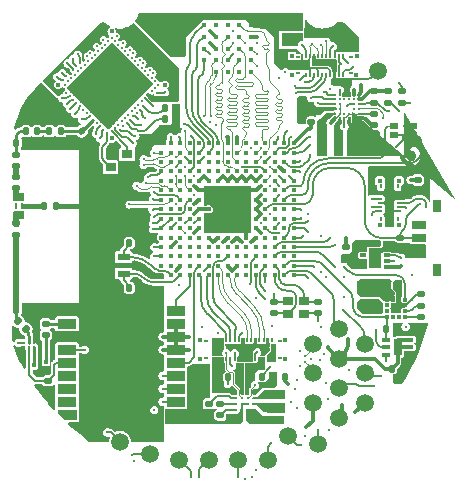
<source format=gbr>
%TF.GenerationSoftware,KiCad,Pcbnew,7.0.1*%
%TF.CreationDate,2023-12-30T02:23:50+00:00*%
%TF.ProjectId,watch_main,77617463-685f-46d6-9169-6e2e6b696361,rev?*%
%TF.SameCoordinates,Original*%
%TF.FileFunction,Copper,L1,Top*%
%TF.FilePolarity,Positive*%
%FSLAX46Y46*%
G04 Gerber Fmt 4.6, Leading zero omitted, Abs format (unit mm)*
G04 Created by KiCad (PCBNEW 7.0.1) date 2023-12-30 02:23:50*
%MOMM*%
%LPD*%
G01*
G04 APERTURE LIST*
G04 Aperture macros list*
%AMRoundRect*
0 Rectangle with rounded corners*
0 $1 Rounding radius*
0 $2 $3 $4 $5 $6 $7 $8 $9 X,Y pos of 4 corners*
0 Add a 4 corners polygon primitive as box body*
4,1,4,$2,$3,$4,$5,$6,$7,$8,$9,$2,$3,0*
0 Add four circle primitives for the rounded corners*
1,1,$1+$1,$2,$3*
1,1,$1+$1,$4,$5*
1,1,$1+$1,$6,$7*
1,1,$1+$1,$8,$9*
0 Add four rect primitives between the rounded corners*
20,1,$1+$1,$2,$3,$4,$5,0*
20,1,$1+$1,$4,$5,$6,$7,0*
20,1,$1+$1,$6,$7,$8,$9,0*
20,1,$1+$1,$8,$9,$2,$3,0*%
%AMRotRect*
0 Rectangle, with rotation*
0 The origin of the aperture is its center*
0 $1 length*
0 $2 width*
0 $3 Rotation angle, in degrees counterclockwise*
0 Add horizontal line*
21,1,$1,$2,0,0,$3*%
%AMFreePoly0*
4,1,6,0.450000,-0.400000,-0.450000,-0.400000,-0.450000,0.650000,0.150000,1.200000,0.450000,1.200000,0.450000,-0.400000,0.450000,-0.400000,$1*%
%AMFreePoly1*
4,1,7,0.150000,0.000000,0.350000,0.000000,0.350000,-0.250000,-0.150000,-0.250000,-0.150000,0.250000,0.150000,0.250000,0.150000,0.000000,0.150000,0.000000,$1*%
%AMFreePoly2*
4,1,59,0.799098,0.828199,0.965410,0.754152,1.112692,0.647145,1.234508,0.511855,1.325534,0.354194,1.381790,0.181054,1.400820,0.000000,1.381790,-0.181054,1.325534,-0.354194,1.234508,-0.511855,1.112692,-0.647145,0.965410,-0.754152,0.799098,-0.828199,0.621025,-0.866050,0.438975,-0.866050,0.260902,-0.828199,0.094590,-0.754152,-0.052692,-0.647145,-0.174508,-0.511855,-0.265534,-0.354194,
-0.321790,-0.181054,-0.339094,-0.016420,0.056698,-0.016420,0.073606,-0.134009,0.129848,-0.257162,0.218508,-0.359481,0.332403,-0.432677,0.462306,-0.470820,0.597694,-0.470820,0.727597,-0.432677,0.841492,-0.359481,0.930152,-0.257162,0.986394,-0.134009,1.005662,0.000000,0.986394,0.134009,0.930152,0.257162,0.841492,0.359481,0.727597,0.432677,0.597694,0.470820,0.462306,0.470820,
0.332403,0.432677,0.218508,0.359481,0.129848,0.257162,0.073606,0.134009,0.056698,0.016420,0.063500,0.000000,0.056698,-0.016420,-0.339094,-0.016420,-0.339094,-0.016419,-0.340820,0.000000,-0.321790,0.181054,-0.265534,0.354194,-0.174508,0.511855,-0.052692,0.647145,0.094590,0.754152,0.260902,0.828199,0.438975,0.866050,0.621025,0.866050,0.799098,0.828199,0.799098,0.828199,
$1*%
G04 Aperture macros list end*
%TA.AperFunction,SMDPad,CuDef*%
%ADD10RoundRect,0.140000X-0.170000X0.140000X-0.170000X-0.140000X0.170000X-0.140000X0.170000X0.140000X0*%
%TD*%
%TA.AperFunction,SMDPad,CuDef*%
%ADD11RoundRect,0.140000X-0.140000X-0.170000X0.140000X-0.170000X0.140000X0.170000X-0.140000X0.170000X0*%
%TD*%
%TA.AperFunction,SMDPad,CuDef*%
%ADD12RoundRect,0.140000X0.170000X-0.140000X0.170000X0.140000X-0.170000X0.140000X-0.170000X-0.140000X0*%
%TD*%
%TA.AperFunction,SMDPad,CuDef*%
%ADD13RoundRect,0.135000X-0.185000X0.135000X-0.185000X-0.135000X0.185000X-0.135000X0.185000X0.135000X0*%
%TD*%
%TA.AperFunction,SMDPad,CuDef*%
%ADD14R,0.200000X0.400000*%
%TD*%
%TA.AperFunction,SMDPad,CuDef*%
%ADD15R,0.400000X0.400000*%
%TD*%
%TA.AperFunction,SMDPad,CuDef*%
%ADD16R,0.360000X0.220000*%
%TD*%
%TA.AperFunction,SMDPad,CuDef*%
%ADD17R,0.360000X0.210000*%
%TD*%
%TA.AperFunction,SMDPad,CuDef*%
%ADD18RoundRect,0.147500X-0.147500X-0.172500X0.147500X-0.172500X0.147500X0.172500X-0.147500X0.172500X0*%
%TD*%
%TA.AperFunction,SMDPad,CuDef*%
%ADD19R,0.900000X0.800000*%
%TD*%
%TA.AperFunction,SMDPad,CuDef*%
%ADD20C,1.500000*%
%TD*%
%TA.AperFunction,SMDPad,CuDef*%
%ADD21RoundRect,0.147500X0.172500X-0.147500X0.172500X0.147500X-0.172500X0.147500X-0.172500X-0.147500X0*%
%TD*%
%TA.AperFunction,ComponentPad*%
%ADD22C,0.500000*%
%TD*%
%TA.AperFunction,SMDPad,CuDef*%
%ADD23RotRect,5.400000X5.000000X225.000000*%
%TD*%
%TA.AperFunction,SMDPad,CuDef*%
%ADD24C,0.400000*%
%TD*%
%TA.AperFunction,SMDPad,CuDef*%
%ADD25C,0.250000*%
%TD*%
%TA.AperFunction,SMDPad,CuDef*%
%ADD26R,0.400000X0.200000*%
%TD*%
%TA.AperFunction,SMDPad,CuDef*%
%ADD27R,0.220000X0.360000*%
%TD*%
%TA.AperFunction,SMDPad,CuDef*%
%ADD28RoundRect,0.135000X0.185000X-0.135000X0.185000X0.135000X-0.185000X0.135000X-0.185000X-0.135000X0*%
%TD*%
%TA.AperFunction,SMDPad,CuDef*%
%ADD29R,0.300000X0.375000*%
%TD*%
%TA.AperFunction,SMDPad,CuDef*%
%ADD30R,0.750000X0.300000*%
%TD*%
%TA.AperFunction,SMDPad,CuDef*%
%ADD31R,0.750000X1.450000*%
%TD*%
%TA.AperFunction,SMDPad,CuDef*%
%ADD32RoundRect,0.140000X0.140000X0.170000X-0.140000X0.170000X-0.140000X-0.170000X0.140000X-0.170000X0*%
%TD*%
%TA.AperFunction,SMDPad,CuDef*%
%ADD33R,0.480000X0.400000*%
%TD*%
%TA.AperFunction,SMDPad,CuDef*%
%ADD34R,0.750000X0.750000*%
%TD*%
%TA.AperFunction,SMDPad,CuDef*%
%ADD35R,1.600000X0.900000*%
%TD*%
%TA.AperFunction,SMDPad,CuDef*%
%ADD36FreePoly0,90.000000*%
%TD*%
%TA.AperFunction,SMDPad,CuDef*%
%ADD37R,0.300000X0.350000*%
%TD*%
%TA.AperFunction,SMDPad,CuDef*%
%ADD38R,0.350000X0.300000*%
%TD*%
%TA.AperFunction,SMDPad,CuDef*%
%ADD39RoundRect,0.135000X-0.135000X-0.185000X0.135000X-0.185000X0.135000X0.185000X-0.135000X0.185000X0*%
%TD*%
%TA.AperFunction,SMDPad,CuDef*%
%ADD40C,0.300000*%
%TD*%
%TA.AperFunction,SMDPad,CuDef*%
%ADD41R,0.200000X0.300000*%
%TD*%
%TA.AperFunction,SMDPad,CuDef*%
%ADD42R,0.250000X0.250000*%
%TD*%
%TA.AperFunction,SMDPad,CuDef*%
%ADD43R,0.500000X0.300000*%
%TD*%
%TA.AperFunction,SMDPad,CuDef*%
%ADD44FreePoly1,90.000000*%
%TD*%
%TA.AperFunction,SMDPad,CuDef*%
%ADD45R,1.000000X1.700000*%
%TD*%
%TA.AperFunction,SMDPad,CuDef*%
%ADD46R,0.550000X1.600000*%
%TD*%
%TA.AperFunction,SMDPad,CuDef*%
%ADD47R,1.100000X0.600000*%
%TD*%
%TA.AperFunction,SMDPad,CuDef*%
%ADD48R,1.200000X0.800000*%
%TD*%
%TA.AperFunction,SMDPad,CuDef*%
%ADD49R,0.800000X1.000000*%
%TD*%
%TA.AperFunction,SMDPad,CuDef*%
%ADD50R,0.800000X0.990000*%
%TD*%
%TA.AperFunction,SMDPad,CuDef*%
%ADD51RoundRect,0.135000X0.135000X0.185000X-0.135000X0.185000X-0.135000X-0.185000X0.135000X-0.185000X0*%
%TD*%
%TA.AperFunction,SMDPad,CuDef*%
%ADD52C,0.370000*%
%TD*%
%TA.AperFunction,SMDPad,CuDef*%
%ADD53R,1.600000X0.550000*%
%TD*%
%TA.AperFunction,SMDPad,CuDef*%
%ADD54RoundRect,0.140000X0.021213X-0.219203X0.219203X-0.021213X-0.021213X0.219203X-0.219203X0.021213X0*%
%TD*%
%TA.AperFunction,SMDPad,CuDef*%
%ADD55RoundRect,0.147500X-0.226274X-0.017678X-0.017678X-0.226274X0.226274X0.017678X0.017678X0.226274X0*%
%TD*%
%TA.AperFunction,SMDPad,CuDef*%
%ADD56RoundRect,0.140000X0.219203X0.021213X0.021213X0.219203X-0.219203X-0.021213X-0.021213X-0.219203X0*%
%TD*%
%TA.AperFunction,SMDPad,CuDef*%
%ADD57R,0.800000X0.350000*%
%TD*%
%TA.AperFunction,SMDPad,CuDef*%
%ADD58R,0.260000X0.600000*%
%TD*%
%TA.AperFunction,SMDPad,CuDef*%
%ADD59R,0.762000X0.533400*%
%TD*%
%TA.AperFunction,SMDPad,CuDef*%
%ADD60FreePoly2,90.000000*%
%TD*%
%TA.AperFunction,SMDPad,CuDef*%
%ADD61RoundRect,0.147500X0.147500X0.172500X-0.147500X0.172500X-0.147500X-0.172500X0.147500X-0.172500X0*%
%TD*%
%TA.AperFunction,SMDPad,CuDef*%
%ADD62C,0.406400*%
%TD*%
%TA.AperFunction,ViaPad*%
%ADD63C,0.300000*%
%TD*%
%TA.AperFunction,Conductor*%
%ADD64C,0.150000*%
%TD*%
%TA.AperFunction,Conductor*%
%ADD65C,0.300000*%
%TD*%
%TA.AperFunction,Conductor*%
%ADD66C,0.120000*%
%TD*%
%TA.AperFunction,Conductor*%
%ADD67C,0.450000*%
%TD*%
%TA.AperFunction,Conductor*%
%ADD68C,0.090000*%
%TD*%
%TA.AperFunction,Conductor*%
%ADD69C,0.200000*%
%TD*%
%TA.AperFunction,Conductor*%
%ADD70C,0.104400*%
%TD*%
%TA.AperFunction,Conductor*%
%ADD71C,0.118400*%
%TD*%
%TA.AperFunction,Conductor*%
%ADD72C,0.125700*%
%TD*%
%TA.AperFunction,Conductor*%
%ADD73C,0.259100*%
%TD*%
%TA.AperFunction,Conductor*%
%ADD74C,0.500000*%
%TD*%
G04 APERTURE END LIST*
D10*
%TO.P,C207,1*%
%TO.N,+3V3*%
X157700000Y-86920000D03*
%TO.P,C207,2*%
%TO.N,GND*%
X157700000Y-87880000D03*
%TD*%
D11*
%TO.P,C803,1*%
%TO.N,GND*%
X141320000Y-98150000D03*
%TO.P,C803,2*%
%TO.N,/STM32/OSC32_IN*%
X142280000Y-98150000D03*
%TD*%
D12*
%TO.P,C402,1*%
%TO.N,/GNSS/SAW_OUT*%
X135200000Y-105980000D03*
%TO.P,C402,2*%
%TO.N,/GNSS/RF_IN*%
X135200000Y-105020000D03*
%TD*%
%TO.P,C1601,1*%
%TO.N,/GNSS/RF_1.575G*%
X132720000Y-97442000D03*
%TO.P,C1601,2*%
%TO.N,/Antenna/Ft_GPS*%
X132720000Y-96482000D03*
%TD*%
D13*
%TO.P,R202,1*%
%TO.N,/Power/THR*%
X165400000Y-85290000D03*
%TO.P,R202,2*%
%TO.N,GND*%
X165400000Y-86310000D03*
%TD*%
D14*
%TO.P,J501,1,1*%
%TO.N,+1V8*%
X154350000Y-108000000D03*
%TO.P,J501,2,2*%
X154000000Y-108000000D03*
%TO.P,J501,3,3*%
%TO.N,/Display Connector/AVDD*%
X153650000Y-108000000D03*
%TO.P,J501,4,4*%
X153300000Y-108000000D03*
%TO.P,J501,5,5*%
%TO.N,+1V8*%
X152950000Y-108000000D03*
%TO.P,J501,6,6*%
%TO.N,GND*%
X152600000Y-108000000D03*
%TO.P,J501,7,7*%
X152250000Y-108000000D03*
%TO.P,J501,8,8*%
X151900000Y-108000000D03*
%TO.P,J501,9,9*%
X151550000Y-108000000D03*
%TO.P,J501,10,10*%
%TO.N,/Display Connector/RESET*%
X151200000Y-108000000D03*
%TO.P,J501,11,11*%
%TO.N,/Display Connector/DSI_TE*%
X150850000Y-108000000D03*
%TO.P,J501,12,12*%
%TO.N,/Display Connector/SWIRE*%
X150500000Y-108000000D03*
%TO.P,J501,13,13*%
%TO.N,/Display Power/ELVSS*%
X150150000Y-108000000D03*
%TO.P,J501,14,14*%
X149800000Y-108000000D03*
%TO.P,J501,15,15*%
X149450000Y-108000000D03*
%TO.P,J501,16,16*%
%TO.N,/Display Connector/ELVDD*%
X149450000Y-106400000D03*
%TO.P,J501,17,17*%
X149800000Y-106400000D03*
%TO.P,J501,18,18*%
X150150000Y-106400000D03*
%TO.P,J501,19,19*%
%TO.N,/Display Connector/TP_RST*%
X150500000Y-106400000D03*
%TO.P,J501,20,20*%
%TO.N,/I2C6.SCL*%
X150850000Y-106400000D03*
%TO.P,J501,21,21*%
%TO.N,/I2C6.SDA*%
X151200000Y-106400000D03*
%TO.P,J501,22,22*%
%TO.N,/Display Connector/TP_INT*%
X151550000Y-106400000D03*
%TO.P,J501,23,23*%
%TO.N,GND*%
X151900000Y-106400000D03*
%TO.P,J501,24,24*%
%TO.N,/DSI.D0P*%
X152250000Y-106400000D03*
%TO.P,J501,25,25*%
%TO.N,/DSI.D0N*%
X152600000Y-106400000D03*
%TO.P,J501,26,26*%
%TO.N,GND*%
X152950000Y-106400000D03*
%TO.P,J501,27,27*%
%TO.N,/DSI.CKP*%
X153300000Y-106400000D03*
%TO.P,J501,28,28*%
%TO.N,/DSI.CKN*%
X153650000Y-106400000D03*
%TO.P,J501,29,29*%
%TO.N,GND*%
X154000000Y-106400000D03*
%TO.P,J501,30,30*%
%TO.N,unconnected-(J501-Pad30)*%
X154350000Y-106400000D03*
D15*
%TO.P,J501,MP1,MP1*%
%TO.N,unconnected-(J501-PadMP1)*%
X155500000Y-106400000D03*
D16*
%TO.P,J501,MP2,MP2*%
%TO.N,unconnected-(J501-PadMP2)*%
X155030000Y-106490000D03*
%TO.P,J501,MP3,MP3*%
%TO.N,unconnected-(J501-PadMP3)*%
X148770000Y-106490000D03*
D15*
%TO.P,J501,MP4,MP4*%
%TO.N,unconnected-(J501-PadMP4)*%
X148300000Y-106400000D03*
%TO.P,J501,MP5,MP5*%
%TO.N,unconnected-(J501-PadMP5)*%
X148300000Y-108000000D03*
D16*
%TO.P,J501,MP6,MP6*%
%TO.N,unconnected-(J501-PadMP6)*%
X148770000Y-107910000D03*
%TO.P,J501,MP7,MP7*%
%TO.N,unconnected-(J501-PadMP7)*%
X155030000Y-107910000D03*
D15*
%TO.P,J501,MP8,MP8*%
%TO.N,unconnected-(J501-PadMP8)*%
X155500000Y-108000000D03*
%TD*%
D14*
%TO.P,J701,1,1*%
%TO.N,+3V3*%
X157210000Y-83900000D03*
%TO.P,J701,2,2*%
%TO.N,+1V8*%
X157210000Y-82300000D03*
%TO.P,J701,3,3*%
%TO.N,GND*%
X157560000Y-83900000D03*
%TO.P,J701,4,4*%
X157560000Y-82300000D03*
%TO.P,J701,5,5*%
%TO.N,VBUS*%
X157910000Y-83900000D03*
%TO.P,J701,6,6*%
%TO.N,+VBAT*%
X157910000Y-82300000D03*
%TO.P,J701,7,7*%
%TO.N,GND*%
X158260000Y-83900000D03*
%TO.P,J701,8,8*%
X158260000Y-82300000D03*
%TO.P,J701,9,9*%
%TO.N,/I2C4.SCL*%
X158610000Y-83900000D03*
%TO.P,J701,10,10*%
%TO.N,/STM32/LRA_EN*%
X158610000Y-82300000D03*
%TO.P,J701,11,11*%
%TO.N,/I2C4.SDA*%
X158960000Y-83900000D03*
%TO.P,J701,12,12*%
%TO.N,/STM32/HR_INT*%
X158960000Y-82300000D03*
%TO.P,J701,13,13*%
%TO.N,GND*%
X159310000Y-83900000D03*
%TO.P,J701,14,14*%
X159310000Y-82300000D03*
%TO.P,J701,15,15*%
%TO.N,+VBAT*%
X159660000Y-83900000D03*
%TO.P,J701,16,16*%
%TO.N,VBUS*%
X159660000Y-82300000D03*
%TO.P,J701,17,17*%
%TO.N,GND*%
X160010000Y-83900000D03*
%TO.P,J701,18,18*%
X160010000Y-82300000D03*
%TO.P,J701,19,19*%
%TO.N,+1V8*%
X160360000Y-83900000D03*
%TO.P,J701,20,20*%
%TO.N,+3V3*%
X160360000Y-82300000D03*
D15*
%TO.P,J701,MP1,MP1*%
%TO.N,unconnected-(J701-PadMP1)*%
X156060000Y-82300000D03*
D17*
%TO.P,J701,MP2,MP2*%
%TO.N,unconnected-(J701-PadMP2)*%
X156530000Y-82395000D03*
D15*
%TO.P,J701,MP3,MP3*%
%TO.N,unconnected-(J701-PadMP3)*%
X156060000Y-83900000D03*
D17*
%TO.P,J701,MP4,MP4*%
%TO.N,unconnected-(J701-PadMP4)*%
X156530000Y-83805000D03*
%TO.P,J701,MP5,MP5*%
%TO.N,unconnected-(J701-PadMP5)*%
X161040000Y-83805000D03*
D15*
%TO.P,J701,MP6,MP6*%
%TO.N,unconnected-(J701-PadMP6)*%
X161510000Y-83900000D03*
D17*
%TO.P,J701,MP7,MP7*%
%TO.N,unconnected-(J701-PadMP7)*%
X161040000Y-82395000D03*
D15*
%TO.P,J701,MP8,MP8*%
%TO.N,unconnected-(J701-PadMP8)*%
X161540000Y-82300000D03*
%TD*%
D10*
%TO.P,C401,1*%
%TO.N,/GNSS/VCC_RF*%
X135400000Y-109820000D03*
%TO.P,C401,2*%
%TO.N,GND*%
X135400000Y-110780000D03*
%TD*%
D18*
%TO.P,L1601,1*%
%TO.N,/GNSS/RF_1.575G*%
X132715000Y-103800000D03*
%TO.P,L1601,2*%
%TO.N,GND*%
X133685000Y-103800000D03*
%TD*%
D19*
%TO.P,Y301,1,1*%
%TO.N,/Bluetooth/XC2*%
X142100000Y-90650000D03*
%TO.P,Y301,2,2*%
%TO.N,GND*%
X140700000Y-90650000D03*
%TO.P,Y301,3,3*%
%TO.N,/Bluetooth/XC1*%
X140700000Y-91750000D03*
%TO.P,Y301,4,4*%
%TO.N,GND*%
X142100000Y-91750000D03*
%TD*%
D20*
%TO.P,TP804,1,1*%
%TO.N,/STM32/SWO*%
X154000000Y-116500000D03*
%TD*%
D21*
%TO.P,L1602,1*%
%TO.N,/Antenna/Ft_5.5GHz*%
X132720000Y-91665000D03*
%TO.P,L1602,2*%
%TO.N,/Antenna/Mt_2.4GHz*%
X132720000Y-90695000D03*
%TD*%
D22*
%TO.P,U301,1,VSS*%
%TO.N,GND*%
X143327207Y-84751472D03*
X142478679Y-83902944D03*
X141630151Y-83054416D03*
X140781623Y-82205888D03*
X142384634Y-85694045D03*
X141536106Y-84845517D03*
X140687578Y-83996989D03*
X139839050Y-83148461D03*
D23*
X140640202Y-84892893D03*
D22*
X141442061Y-86636619D03*
X140593533Y-85788091D03*
X139745004Y-84939562D03*
X138896476Y-84091034D03*
X140499487Y-87579192D03*
X139650959Y-86730664D03*
X138802431Y-85882136D03*
X137953903Y-85033608D03*
D24*
%TO.P,U301,A1,NC*%
%TO.N,unconnected-(U301A-NC-PadA1)*%
X145307106Y-84751472D03*
D25*
%TO.P,U301,A5,VBUS*%
%TO.N,GND*%
X144600000Y-85458579D03*
%TO.P,U301,A13,DECA*%
%TO.N,/Bluetooth/DECA*%
X143468629Y-86589950D03*
%TO.P,U301,A15,DECD*%
%TO.N,/Bluetooth/DECD*%
X143185786Y-86872792D03*
%TO.P,U301,A17,P1.13*%
%TO.N,unconnected-(U301B-P1.13-PadA17)*%
X142902943Y-87155635D03*
%TO.P,U301,A19,VDD*%
%TO.N,+1V8*%
X142620101Y-87438478D03*
%TO.P,U301,A21,DCC*%
%TO.N,/Bluetooth/DCC*%
X142337258Y-87721320D03*
%TO.P,U301,A23,DECN*%
%TO.N,/Bluetooth/DECN*%
X142054415Y-88004163D03*
%TO.P,U301,A25,NC*%
%TO.N,unconnected-(U301A-NC-PadA25)*%
X141771572Y-88287006D03*
%TO.P,U301,A27,DECR*%
%TO.N,/Bluetooth/DECR*%
X141488730Y-88569849D03*
D24*
%TO.P,U301,A31,NC*%
%TO.N,unconnected-(U301A-NC-PadA31)*%
X140781623Y-89276955D03*
D25*
%TO.P,U301,AA1,P0.03/NFC2*%
%TO.N,unconnected-(U301B-P0.03{slash}NFC2-PadAA1)*%
X142337258Y-81781624D03*
%TO.P,U301,AA31,SWDIO*%
%TO.N,/Bluetooth/SWD.SWDIO*%
X137811775Y-86307107D03*
%TO.P,U301,AB2,P0.06/AIN2*%
%TO.N,unconnected-(U301B-P0.06{slash}AIN2-PadAB2)*%
X141912994Y-81923045D03*
%TO.P,U301,AC1,VDD*%
%TO.N,+1V8*%
X142054415Y-81498781D03*
%TO.P,U301,AC31,~{RESET}*%
%TO.N,/Bluetooth/SWD.RST*%
X137528932Y-86024264D03*
%TO.P,U301,AD2,P0.07/AIN3*%
%TO.N,unconnected-(U301B-P0.07{slash}AIN3-PadAD2)*%
X141630151Y-81640202D03*
%TO.P,U301,AE1,P1.02/TWI*%
%TO.N,unconnected-(U301B-P1.02{slash}TWI-PadAE1)*%
X141771572Y-81215938D03*
%TO.P,U301,AE31,P0.28/AIN7*%
%TO.N,/LPUART1.TX*%
X137246089Y-85741421D03*
%TO.P,U301,AF2,P1.03/TWI*%
%TO.N,unconnected-(U301B-P1.03{slash}TWI-PadAF2)*%
X141347308Y-81357359D03*
%TO.P,U301,AG1,VDD*%
%TO.N,+1V8*%
X141488730Y-80933095D03*
%TO.P,U301,AG31,NC*%
%TO.N,unconnected-(U301A-NC-PadAG31)*%
X136963246Y-85458579D03*
%TO.P,U301,AH2,P0.08/TRACEDATA3/SCK*%
%TO.N,unconnected-(U301B-P0.08{slash}TRACEDATA3{slash}SCK-PadAH2)*%
X141064466Y-81074517D03*
%TO.P,U301,AJ1,P0.09/TRACEDATA2/MOSI*%
%TO.N,unconnected-(U301B-P0.09{slash}TRACEDATA2{slash}MOSI-PadAJ1)*%
X141205887Y-80650253D03*
%TO.P,U301,AJ31,VDD*%
%TO.N,+1V8*%
X136680404Y-85175736D03*
%TO.P,U301,AK2,P0.10/TRACEDATA1/MISO*%
%TO.N,unconnected-(U301B-P0.10{slash}TRACEDATA1{slash}MISO-PadAK2)*%
X140781623Y-80791674D03*
%TO.P,U301,AK4,P0.11/TRACEDATA0/~{CS}*%
%TO.N,unconnected-(U301B-P0.11{slash}TRACEDATA0{slash}~{CS}-PadAK4)*%
X140498780Y-81074517D03*
%TO.P,U301,AK6,P0.12/TRACECLK/DCX*%
%TO.N,unconnected-(U301B-P0.12{slash}TRACECLK{slash}DCX-PadAK6)*%
X140215938Y-81357359D03*
%TO.P,U301,AK8,P0.14/IO1*%
%TO.N,unconnected-(U301B-P0.14{slash}IO1-PadAK8)*%
X139933095Y-81640202D03*
%TO.P,U301,AK10,P0.15/IO2*%
%TO.N,unconnected-(U301B-P0.15{slash}IO2-PadAK10)*%
X139650252Y-81923045D03*
%TO.P,U301,AK12,P0.17/SCK*%
%TO.N,unconnected-(U301B-P0.17{slash}SCK-PadAK12)*%
X139367409Y-82205888D03*
%TO.P,U301,AK14,P0.18/~{CS}*%
%TO.N,unconnected-(U301B-P0.18{slash}~{CS}-PadAK14)*%
X139084567Y-82488730D03*
%TO.P,U301,AK16,P0.20*%
%TO.N,unconnected-(U301B-P0.20-PadAK16)*%
X138801724Y-82771573D03*
%TO.P,U301,AK18,P0.22*%
%TO.N,unconnected-(U301B-P0.22-PadAK18)*%
X138518881Y-83054416D03*
%TO.P,U301,AK20,P0.23*%
%TO.N,unconnected-(U301B-P0.23-PadAK20)*%
X138236039Y-83337258D03*
%TO.P,U301,AK22,P1.05*%
%TO.N,unconnected-(U301B-P1.05-PadAK22)*%
X137953196Y-83620101D03*
%TO.P,U301,AK24,P1.07*%
%TO.N,unconnected-(U301B-P1.07-PadAK24)*%
X137670353Y-83902944D03*
%TO.P,U301,AK26,P1.09*%
%TO.N,unconnected-(U301B-P1.09-PadAK26)*%
X137387510Y-84185787D03*
%TO.P,U301,AK28,P0.25/AIN4*%
%TO.N,unconnected-(U301B-P0.25{slash}AIN4-PadAK28)*%
X137104668Y-84468629D03*
%TO.P,U301,AK30,P0.27/AIN6*%
%TO.N,unconnected-(U301B-P0.27{slash}AIN6-PadAK30)*%
X136821825Y-84751472D03*
D24*
%TO.P,U301,AL1,NC*%
%TO.N,unconnected-(U301A-NC-PadAL1)*%
X140781623Y-80225989D03*
D25*
%TO.P,U301,AL3,VDD*%
%TO.N,+1V8*%
X140357359Y-80650253D03*
%TO.P,U301,AL5,P0.13/IO0*%
%TO.N,unconnected-(U301B-P0.13{slash}IO0-PadAL5)*%
X140074516Y-80933095D03*
%TO.P,U301,AL7,VDD*%
%TO.N,+1V8*%
X139791674Y-81215938D03*
%TO.P,U301,AL9,P0.16/IO3*%
%TO.N,unconnected-(U301B-P0.16{slash}IO3-PadAL9)*%
X139508831Y-81498781D03*
%TO.P,U301,AL11,VDD*%
%TO.N,+1V8*%
X139225988Y-81781624D03*
%TO.P,U301,AL13,P0.19*%
%TO.N,unconnected-(U301B-P0.19-PadAL13)*%
X138943145Y-82064466D03*
%TO.P,U301,AL15,P0.21*%
%TO.N,unconnected-(U301B-P0.21-PadAL15)*%
X138660303Y-82347309D03*
%TO.P,U301,AL17,VDD*%
%TO.N,+1V8*%
X138377460Y-82630152D03*
%TO.P,U301,AL19,P1.04*%
%TO.N,/Bluetooth/UART_CTS*%
X138094617Y-82912994D03*
%TO.P,U301,AL21,P1.06*%
%TO.N,/Bluetooth/UART_RTS*%
X137811775Y-83195837D03*
%TO.P,U301,AL23,P1.08*%
%TO.N,/Bluetooth/INT2*%
X137528932Y-83478680D03*
%TO.P,U301,AL25,VDD*%
%TO.N,+1V8*%
X137246089Y-83761523D03*
%TO.P,U301,AL27,P0.24*%
%TO.N,/Bluetooth/INT1*%
X136963246Y-84044365D03*
%TO.P,U301,AL29,P0.26/AIN5*%
%TO.N,/LPUART1.RX*%
X136680404Y-84327208D03*
D24*
%TO.P,U301,AL31,NC*%
%TO.N,unconnected-(U301A-NC-PadAL31)*%
X136256140Y-84751472D03*
D25*
%TO.P,U301,B2,D+*%
%TO.N,unconnected-(U301A-D+-PadB2)*%
X144741421Y-84751472D03*
%TO.P,U301,B4,D-*%
%TO.N,unconnected-(U301A-D--PadB4)*%
X144458578Y-85034315D03*
%TO.P,U301,B6,DECUSB*%
%TO.N,unconnected-(U301A-DECUSB-PadB6)*%
X144175736Y-85317157D03*
%TO.P,U301,B8,VDD*%
%TO.N,+1V8*%
X143892893Y-85600000D03*
%TO.P,U301,B10,DCCD*%
%TO.N,/Bluetooth/DCCD*%
X143610050Y-85882843D03*
%TO.P,U301,B12,NC*%
%TO.N,unconnected-(U301A-NC-PadB12)*%
X143327207Y-86165686D03*
%TO.P,U301,B14,P1.15*%
%TO.N,unconnected-(U301B-P1.15-PadB14)*%
X143044365Y-86448528D03*
%TO.P,U301,B16,P1.14*%
%TO.N,unconnected-(U301B-P1.14-PadB16)*%
X142761522Y-86731371D03*
%TO.P,U301,B18,P1.12*%
%TO.N,unconnected-(U301B-P1.12-PadB18)*%
X142478679Y-87014214D03*
%TO.P,U301,B20,P1.11*%
%TO.N,unconnected-(U301B-P1.11-PadB20)*%
X142195837Y-87297056D03*
%TO.P,U301,B22,P0.31*%
%TO.N,unconnected-(U301B-P0.31-PadB22)*%
X141912994Y-87579899D03*
%TO.P,U301,B24,P0.30*%
%TO.N,unconnected-(U301B-P0.30-PadB24)*%
X141630151Y-87862742D03*
%TO.P,U301,B26,NC*%
%TO.N,unconnected-(U301A-NC-PadB26)*%
X141347308Y-88145585D03*
%TO.P,U301,B28,VDD*%
%TO.N,+1V8*%
X141064466Y-88428427D03*
%TO.P,U301,B30,XC2*%
%TO.N,/Bluetooth/XC2*%
X140781623Y-88711270D03*
%TO.P,U301,C1,VDD*%
%TO.N,+1V8*%
X144882842Y-84327208D03*
%TO.P,U301,C31,XC1*%
%TO.N,/Bluetooth/XC1*%
X140357359Y-88852691D03*
%TO.P,U301,D2,NC*%
%TO.N,unconnected-(U301A-NC-PadD2)*%
X144458578Y-84468629D03*
%TO.P,U301,E1,VDDH*%
%TO.N,+1V8*%
X144600000Y-84044365D03*
%TO.P,U301,E31,VDD*%
X140074516Y-88569849D03*
%TO.P,U301,F2,NC*%
%TO.N,unconnected-(U301A-NC-PadF2)*%
X144175736Y-84185787D03*
%TO.P,U301,G1,NC*%
%TO.N,unconnected-(U301A-NC-PadG1)*%
X144317157Y-83761523D03*
%TO.P,U301,G31,DECRF*%
%TO.N,/Bluetooth/DECR*%
X139791674Y-88287006D03*
%TO.P,U301,H2,NC*%
%TO.N,unconnected-(U301A-NC-PadH2)*%
X143892893Y-83902944D03*
%TO.P,U301,J1,DCCH*%
%TO.N,unconnected-(U301A-DCCH-PadJ1)*%
X144034314Y-83478680D03*
%TO.P,U301,J31,NC*%
%TO.N,unconnected-(U301A-NC-PadJ31)*%
X139508831Y-88004163D03*
%TO.P,U301,K2,NC*%
%TO.N,unconnected-(U301A-NC-PadK2)*%
X143610050Y-83620101D03*
%TO.P,U301,L1,VDD*%
%TO.N,+1V8*%
X143751471Y-83195837D03*
%TO.P,U301,L31,ANT*%
%TO.N,/Bluetooth/ANT*%
X139225988Y-87721320D03*
%TO.P,U301,M2,P1.00*%
%TO.N,unconnected-(U301B-P1.00-PadM2)*%
X143327207Y-83337258D03*
%TO.P,U301,N1,P0.00/XL1*%
%TO.N,unconnected-(U301B-P0.00{slash}XL1-PadN1)*%
X143468629Y-82912994D03*
%TO.P,U301,N31,VDD*%
%TO.N,+1V8*%
X138943145Y-87438478D03*
%TO.P,U301,P2,P1.01*%
%TO.N,unconnected-(U301B-P1.01-PadP2)*%
X143044365Y-83054416D03*
%TO.P,U301,R1,P0.01/XL2*%
%TO.N,unconnected-(U301B-P0.01{slash}XL2-PadR1)*%
X143185786Y-82630152D03*
%TO.P,U301,R31,P1.10*%
%TO.N,unconnected-(U301B-P1.10-PadR31)*%
X138660303Y-87155635D03*
%TO.P,U301,T2,NC*%
%TO.N,unconnected-(U301A-NC-PadT2)*%
X142761522Y-82771573D03*
%TO.P,U301,U1,VDD*%
%TO.N,+1V8*%
X142902943Y-82347309D03*
%TO.P,U301,U31,P0.29*%
%TO.N,unconnected-(U301B-P0.29-PadU31)*%
X138377460Y-86872792D03*
%TO.P,U301,V2,P0.04/AIN0*%
%TO.N,unconnected-(U301B-P0.04{slash}AIN0-PadV2)*%
X142478679Y-82488730D03*
%TO.P,U301,W1,P0.02/NFC1*%
%TO.N,unconnected-(U301B-P0.02{slash}NFC1-PadW1)*%
X142620101Y-82064466D03*
%TO.P,U301,W31,SWDCLK*%
%TO.N,/Bluetooth/SWD.SWCLK*%
X138094617Y-86589950D03*
%TO.P,U301,Y2,P0.05/AIN1*%
%TO.N,unconnected-(U301B-P0.05{slash}AIN1-PadY2)*%
X142195837Y-82205888D03*
%TD*%
D26*
%TO.P,J601,1,1*%
%TO.N,GND*%
X163500000Y-94050000D03*
%TO.P,J601,2,2*%
%TO.N,/STM32/TOUCH_INT*%
X163500000Y-94400000D03*
%TO.P,J601,3,3*%
%TO.N,GND*%
X163500000Y-94750000D03*
%TO.P,J601,4,4*%
%TO.N,/I2C1.SDA*%
X163500000Y-95100000D03*
%TO.P,J601,5,5*%
%TO.N,/I2C1.SCL*%
X163500000Y-95450000D03*
%TO.P,J601,6,6*%
%TO.N,GND*%
X165100000Y-95450000D03*
%TO.P,J601,7,7*%
%TO.N,/STM32/TOUCH_RST*%
X165100000Y-95100000D03*
%TO.P,J601,8,8*%
%TO.N,GND*%
X165100000Y-94400000D03*
%TO.P,J601,9,9*%
%TO.N,+3V3*%
X165100000Y-94750000D03*
%TO.P,J601,10,10*%
%TO.N,GND*%
X165100000Y-94050000D03*
D15*
%TO.P,J601,MP1,MP1*%
%TO.N,unconnected-(J601-PadMP1)*%
X163500000Y-92900000D03*
%TO.P,J601,MP2,MP2*%
%TO.N,unconnected-(J601-PadMP2)*%
X165100000Y-92900000D03*
D27*
%TO.P,J601,MP3,MP3*%
%TO.N,unconnected-(J601-PadMP3)*%
X163590000Y-93350000D03*
%TO.P,J601,MP4,MP4*%
%TO.N,unconnected-(J601-PadMP4)*%
X165010000Y-93350000D03*
%TO.P,J601,MP5,MP5*%
%TO.N,unconnected-(J601-PadMP5)*%
X163590000Y-96150000D03*
%TO.P,J601,MP6,MP6*%
%TO.N,unconnected-(J601-PadMP6)*%
X165010000Y-96150000D03*
D15*
%TO.P,J601,MP7,MP7*%
%TO.N,unconnected-(J601-PadMP7)*%
X163500000Y-96600000D03*
%TO.P,J601,MP8,MP8*%
%TO.N,unconnected-(J601-PadMP8)*%
X165100000Y-96600000D03*
%TD*%
D11*
%TO.P,C1305,1*%
%TO.N,+1V8*%
X164020000Y-101700000D03*
%TO.P,C1305,2*%
%TO.N,GND*%
X164980000Y-101700000D03*
%TD*%
%TO.P,C1407,1*%
%TO.N,/Display Connector/AVDD*%
X152520000Y-109500000D03*
%TO.P,C1407,2*%
%TO.N,GND*%
X153480000Y-109500000D03*
%TD*%
D28*
%TO.P,R804,1*%
%TO.N,+1V8*%
X167000000Y-105410000D03*
%TO.P,R804,2*%
%TO.N,/I2C3.SDA*%
X167000000Y-104390000D03*
%TD*%
D20*
%TO.P,J1701,A1,A1*%
%TO.N,/USB.DP*%
X157800000Y-106700000D03*
%TO.P,J1701,A2,A2*%
%TO.N,/USB.DN*%
X157800000Y-109200000D03*
%TO.P,J1701,A3,A3*%
%TO.N,+3V3*%
X157800000Y-111700000D03*
%TO.P,J1701,B1,B1*%
%TO.N,/USART6.RX*%
X160000000Y-105450000D03*
%TO.P,J1701,B2,B2*%
%TO.N,GND*%
X160000000Y-107950000D03*
%TO.P,J1701,B3,B3*%
%TO.N,/Expansion Connector/GPIO2*%
X160000000Y-110450000D03*
%TO.P,J1701,B4,B4*%
%TO.N,+1V8*%
X160000000Y-112950000D03*
%TO.P,J1701,C1,C1*%
%TO.N,/USART6.TX*%
X162200000Y-106700000D03*
%TO.P,J1701,C2,C2*%
%TO.N,/Expansion Connector/GPIO1*%
X162200000Y-109200000D03*
%TO.P,J1701,C3,C3*%
%TO.N,VBUS*%
X162200000Y-111700000D03*
%TD*%
D19*
%TO.P,Y801,1,1*%
%TO.N,/STM32/OSC_OUT*%
X157100000Y-103050000D03*
%TO.P,Y801,2,2*%
%TO.N,GND*%
X155700000Y-103050000D03*
%TO.P,Y801,3,3*%
%TO.N,/STM32/OSC_IN*%
X155700000Y-104150000D03*
%TO.P,Y801,4,4*%
%TO.N,GND*%
X157100000Y-104150000D03*
%TD*%
D12*
%TO.P,C1401,1*%
%TO.N,/Display Power/C1P*%
X150000000Y-112730000D03*
%TO.P,C1401,2*%
%TO.N,/Display Power/C1N*%
X150000000Y-111770000D03*
%TD*%
D10*
%TO.P,C1306,1*%
%TO.N,+1V8*%
X163100000Y-102320000D03*
%TO.P,C1306,2*%
%TO.N,GND*%
X163100000Y-103280000D03*
%TD*%
D29*
%TO.P,FL401,1,IN*%
%TO.N,/GNSS/LNA_OUT*%
X134200000Y-108487500D03*
%TO.P,FL401,2,GND_1*%
%TO.N,GND*%
X134700000Y-108775000D03*
%TO.P,FL401,3,GND_2*%
X135200000Y-108775000D03*
%TO.P,FL401,4,OUT*%
%TO.N,/GNSS/SAW_OUT*%
X135200000Y-108200000D03*
%TO.P,FL401,5,GND_3*%
%TO.N,GND*%
X134700000Y-108200000D03*
%TD*%
D30*
%TO.P,IC1302,1,VDD*%
%TO.N,+1V8*%
X166000000Y-107650000D03*
%TO.P,IC1302,2,ADDR*%
%TO.N,GND*%
X166000000Y-107000000D03*
%TO.P,IC1302,3,GND*%
X166000000Y-106350000D03*
%TO.P,IC1302,4,SCL*%
%TO.N,/I2C3.SCL*%
X164000000Y-106350000D03*
%TO.P,IC1302,5,INT*%
%TO.N,/STM32/ALS_INT*%
X164000000Y-107000000D03*
%TO.P,IC1302,6,SDA*%
%TO.N,/I2C3.SDA*%
X164000000Y-107650000D03*
D31*
%TO.P,IC1302,7,EP*%
%TO.N,GND*%
X165000000Y-107000000D03*
%TD*%
D32*
%TO.P,C1408,1*%
%TO.N,/Display Power/ELVSS*%
X149680000Y-109500000D03*
%TO.P,C1408,2*%
%TO.N,GND*%
X148720000Y-109500000D03*
%TD*%
D20*
%TO.P,TP301,1,1*%
%TO.N,/Bluetooth/SWD.SWCLK*%
X141500000Y-115000000D03*
%TD*%
D11*
%TO.P,C804,1*%
%TO.N,GND*%
X141320000Y-101950000D03*
%TO.P,C804,2*%
%TO.N,/STM32/OSC32_OUT*%
X142280000Y-101950000D03*
%TD*%
D20*
%TO.P,TP202,1,1*%
%TO.N,+VBAT*%
X163300000Y-83600000D03*
%TD*%
D25*
%TO.P,IC201,A1,PGND2*%
%TO.N,GND*%
X159700000Y-87600000D03*
%TO.P,IC201,A2,SW2B*%
%TO.N,/Power/SWB_3V3*%
X159700000Y-87200000D03*
%TO.P,IC201,A3,VOUT2*%
%TO.N,+3V3*%
X159700000Y-86800000D03*
%TO.P,IC201,A4,SCL*%
%TO.N,/I2C2.SCL*%
X159700000Y-86400000D03*
%TO.P,IC201,A5,SDA*%
%TO.N,/I2C2.SDA*%
X159700000Y-86000000D03*
%TO.P,IC201,A6,~{INT}*%
%TO.N,/Power/INT*%
X159700000Y-85600000D03*
%TO.P,IC201,B1,SW2A*%
%TO.N,/Power/SWA_3V3*%
X160100000Y-87600000D03*
%TO.P,IC201,B2,AGND2*%
%TO.N,GND*%
X160100000Y-87200000D03*
%TO.P,IC201,B3,ENSD*%
X160100000Y-86800000D03*
%TO.P,IC201,B4,EN2*%
X160100000Y-86400000D03*
%TO.P,IC201,B5,PGOOD1*%
%TO.N,unconnected-(IC201-PGOOD1-PadB5)*%
X160100000Y-86000000D03*
%TO.P,IC201,B6,THR*%
%TO.N,/Power/THR*%
X160100000Y-85600000D03*
%TO.P,IC201,C1,VIN2*%
%TO.N,+VSYS*%
X160500000Y-87600000D03*
%TO.P,IC201,C2,STP*%
%TO.N,unconnected-(IC201-STP-PadC2)*%
X160500000Y-87200000D03*
%TO.P,IC201,C5,PGOOD2*%
%TO.N,unconnected-(IC201-PGOOD2-PadC5)*%
X160500000Y-86000000D03*
%TO.P,IC201,C6,BSNS*%
%TO.N,+VBAT*%
X160500000Y-85600000D03*
%TO.P,IC201,D1,FB1*%
%TO.N,+1V8*%
X160900000Y-87600000D03*
%TO.P,IC201,D2,VID1*%
%TO.N,+VSYS*%
X160900000Y-87200000D03*
%TO.P,IC201,D5,ILIM*%
%TO.N,unconnected-(IC201-ILIM-PadD5)*%
X160900000Y-86000000D03*
%TO.P,IC201,D6,ISOB*%
%TO.N,+VBAT*%
X160900000Y-85600000D03*
%TO.P,IC201,E1,SW1*%
%TO.N,/Power/SW_1V8*%
X161300000Y-87600000D03*
%TO.P,IC201,E2,EN1*%
%TO.N,+VSYS*%
X161300000Y-87200000D03*
%TO.P,IC201,E3,~{RESET}*%
%TO.N,unconnected-(IC201-~{RESET}-PadE3)*%
X161300000Y-86800000D03*
%TO.P,IC201,E4,~{MR}*%
%TO.N,/STM32/BTN*%
X161300000Y-86400000D03*
%TO.P,IC201,E5,ICS*%
%TO.N,unconnected-(IC201-ICS-PadE5)*%
X161300000Y-86000000D03*
%TO.P,IC201,E6,VSYS*%
%TO.N,+VSYS*%
X161300000Y-85600000D03*
%TO.P,IC201,F1,PGND1*%
%TO.N,GND*%
X161700000Y-87600000D03*
%TO.P,IC201,F2,VIN1*%
%TO.N,+VSYS*%
X161700000Y-87200000D03*
%TO.P,IC201,F3,ENCHG*%
%TO.N,/Power/ENCHG*%
X161700000Y-86800000D03*
%TO.P,IC201,F4,AGND1*%
%TO.N,GND*%
X161700000Y-86400000D03*
%TO.P,IC201,F5,VDD*%
%TO.N,VDD*%
X161700000Y-86000000D03*
%TO.P,IC201,F6,VBUS*%
%TO.N,/Power/VBUS_PROTECTED*%
X161700000Y-85600000D03*
%TD*%
D12*
%TO.P,C1602,1*%
%TO.N,/Antenna/Ft_2.4GHz*%
X132720000Y-93522000D03*
%TO.P,C1602,2*%
%TO.N,/Antenna/Ft_5.5GHz*%
X132720000Y-92562000D03*
%TD*%
D32*
%TO.P,C1405,1*%
%TO.N,/Display Connector/ELVDD*%
X151580000Y-109500000D03*
%TO.P,C1405,2*%
%TO.N,GND*%
X150620000Y-109500000D03*
%TD*%
D20*
%TO.P,TP208,1,1*%
%TO.N,GND*%
X149000000Y-116500000D03*
%TD*%
D12*
%TO.P,C802,1*%
%TO.N,GND*%
X158300000Y-104080000D03*
%TO.P,C802,2*%
%TO.N,/STM32/OSC_OUT*%
X158300000Y-103120000D03*
%TD*%
D10*
%TO.P,C202,1*%
%TO.N,VDD*%
X163000000Y-85320000D03*
%TO.P,C202,2*%
%TO.N,GND*%
X163000000Y-86280000D03*
%TD*%
D33*
%TO.P,Q201,1,G*%
%TO.N,GND*%
X156720000Y-80025000D03*
D34*
%TO.P,Q201,2,D*%
%TO.N,VBUS*%
X157480000Y-80300000D03*
D33*
%TO.P,Q201,3,S*%
%TO.N,/Power/VBUS_PROTECTED*%
X156720000Y-80575000D03*
%TD*%
D20*
%TO.P,TP303,1,1*%
%TO.N,/Bluetooth/SWD.RST*%
X146500000Y-116500000D03*
%TD*%
%TO.P,TP805,1,1*%
%TO.N,/STM32/SWD.SWDIO*%
X155700000Y-114500000D03*
%TD*%
D13*
%TO.P,R201,1*%
%TO.N,VDD*%
X164200000Y-85290000D03*
%TO.P,R201,2*%
%TO.N,/STM32/BTN*%
X164200000Y-86310000D03*
%TD*%
D10*
%TO.P,C1801,1*%
%TO.N,+1V8*%
X166700000Y-92820000D03*
%TO.P,C1801,2*%
%TO.N,GND*%
X166700000Y-93780000D03*
%TD*%
D35*
%TO.P,U401,1,GND*%
%TO.N,GND*%
X146200000Y-112700000D03*
%TO.P,U401,2,UART-TX*%
%TO.N,/USART1.RX*%
X146200000Y-111600000D03*
%TO.P,U401,3,UART-RX*%
%TO.N,/USART1.TX*%
X146200000Y-110500000D03*
%TO.P,U401,4,PPS*%
%TO.N,/GNSS/PPS*%
X146200000Y-109400000D03*
%TO.P,U401,5,WAKEUP*%
%TO.N,/GNSS/WAKEUP*%
X146200000Y-108300000D03*
%TO.P,U401,6,VBAT*%
%TO.N,+1V8*%
X146200000Y-107200000D03*
%TO.P,U401,7,VCCIO*%
X146200000Y-106100000D03*
%TO.P,U401,8,VCC*%
X146200000Y-105000000D03*
%TO.P,U401,9,NRESET*%
%TO.N,/GNSS/RST*%
X146200000Y-103900000D03*
%TO.P,U401,10,GND_RF_1*%
%TO.N,GND*%
X137000000Y-103900000D03*
%TO.P,U401,11,RF_IN*%
%TO.N,/GNSS/RF_IN*%
X137000000Y-105000000D03*
%TO.P,U401,12,GND_RF_2*%
%TO.N,GND*%
X137000000Y-106100000D03*
%TO.P,U401,13,ANT_OFF*%
%TO.N,/GNSS/ANT_OFF*%
X137000000Y-107200000D03*
%TO.P,U401,14,VCC_RF*%
%TO.N,/GNSS/VCC_RF*%
X137000000Y-108300000D03*
%TO.P,U401,15,RESERVED*%
%TO.N,unconnected-(U401-RESERVED-Pad15)*%
X137000000Y-109400000D03*
%TO.P,U401,16,I2C_SDA*%
%TO.N,unconnected-(U401-I2C_SDA-Pad16)*%
X137000000Y-110500000D03*
%TO.P,U401,17,I2C_SCL*%
%TO.N,unconnected-(U401-I2C_SCL-Pad17)*%
X137000000Y-111600000D03*
D36*
%TO.P,U401,18,PRG*%
%TO.N,unconnected-(U401-PRG-Pad18)*%
X137400000Y-112700000D03*
%TD*%
D11*
%TO.P,C316,1*%
%TO.N,/Bluetooth/DECA*%
X145320000Y-86700000D03*
%TO.P,C316,2*%
%TO.N,GND*%
X146280000Y-86700000D03*
%TD*%
D32*
%TO.P,C1307,1*%
%TO.N,+1V8*%
X165480000Y-108812500D03*
%TO.P,C1307,2*%
%TO.N,GND*%
X164520000Y-108812500D03*
%TD*%
D37*
%TO.P,IC1301,1,SCL/SPC*%
%TO.N,/I2C3.SCL*%
X164100000Y-104450000D03*
%TO.P,IC1301,2,NC_1*%
%TO.N,unconnected-(IC1301-NC_1-Pad2)*%
X164600000Y-104450000D03*
%TO.P,IC1301,3,CS*%
%TO.N,unconnected-(IC1301-CS-Pad3)*%
X165100000Y-104450000D03*
%TO.P,IC1301,4,SDA/SDI/SDO*%
%TO.N,/I2C3.SDA*%
X165600000Y-104450000D03*
D38*
%TO.P,IC1301,5,C1*%
%TO.N,/Sensors/C1*%
X165600000Y-103950000D03*
%TO.P,IC1301,6,GND_1*%
%TO.N,GND*%
X165600000Y-103450000D03*
D37*
%TO.P,IC1301,7,INT/DRDY*%
%TO.N,/STM32/MAG_INT*%
X165600000Y-102950000D03*
%TO.P,IC1301,8,GND_2*%
%TO.N,GND*%
X165100000Y-102950000D03*
%TO.P,IC1301,9,VDD*%
%TO.N,+1V8*%
X164600000Y-102950000D03*
%TO.P,IC1301,10,VDD_IO*%
X164100000Y-102950000D03*
D38*
%TO.P,IC1301,11,NC_2*%
%TO.N,unconnected-(IC1301-NC_2-Pad11)*%
X164100000Y-103450000D03*
%TO.P,IC1301,12,NC_3*%
%TO.N,unconnected-(IC1301-NC_3-Pad12)*%
X164100000Y-103950000D03*
%TD*%
D32*
%TO.P,C1409,1*%
%TO.N,/Display Power/ELVSS*%
X149680000Y-110500000D03*
%TO.P,C1409,2*%
%TO.N,GND*%
X148720000Y-110500000D03*
%TD*%
D18*
%TO.P,L1603,1*%
%TO.N,/Antenna/Mt_2.4GHz*%
X132715000Y-89700000D03*
%TO.P,L1603,2*%
%TO.N,GND*%
X133685000Y-89700000D03*
%TD*%
D10*
%TO.P,C801,1*%
%TO.N,GND*%
X154500000Y-103120000D03*
%TO.P,C801,2*%
%TO.N,/STM32/OSC_IN*%
X154500000Y-104080000D03*
%TD*%
D39*
%TO.P,R1601,1*%
%TO.N,/Antenna/Common*%
X135098000Y-95035000D03*
%TO.P,R1601,2*%
%TO.N,GND*%
X136118000Y-95035000D03*
%TD*%
D40*
%TO.P,U1401,A1,PVIN*%
%TO.N,+VSYS*%
X152800000Y-112300000D03*
%TO.P,U1401,A2,AVIN*%
X152300000Y-112300000D03*
%TO.P,U1401,A3,AGND*%
%TO.N,GND*%
X151800000Y-112300000D03*
%TO.P,U1401,A4,C1P*%
%TO.N,/Display Power/C1P*%
X151300000Y-112300000D03*
%TO.P,U1401,B1,LX1*%
%TO.N,/Display Power/LX1*%
X152800000Y-111800000D03*
%TO.P,U1401,B2,PGND*%
%TO.N,GND*%
X152300000Y-111800000D03*
%TO.P,U1401,B3,CPGND*%
X151800000Y-111800000D03*
%TO.P,U1401,B4,C1N*%
%TO.N,/Display Power/C1N*%
X151300000Y-111800000D03*
%TO.P,U1401,C1,LX2*%
%TO.N,/Display Power/LX2*%
X152800000Y-111300000D03*
%TO.P,U1401,C2,AVDDEN*%
%TO.N,/Display Power/AVDDEN*%
X152300000Y-111300000D03*
%TO.P,U1401,C3,SWIRE*%
%TO.N,/Display Connector/SWIRE*%
X151800000Y-111300000D03*
%TO.P,U1401,C4,VON*%
%TO.N,/Display Power/VON*%
X151300000Y-111296000D03*
D41*
%TO.P,U1401,D1,VOUT*%
%TO.N,/Display Power/VOUT*%
X152800000Y-110800000D03*
%TO.P,U1401,D2,AVDD*%
%TO.N,/Display Connector/AVDD*%
X152304000Y-110800000D03*
%TO.P,U1401,D3,OVDD*%
%TO.N,/Display Connector/ELVDD*%
X151800000Y-110800000D03*
%TO.P,U1401,D4,OVSS*%
%TO.N,/Display Power/ELVSS*%
X151300000Y-110800000D03*
%TD*%
D20*
%TO.P,TP201,1,1*%
%TO.N,GND*%
X135000000Y-86800000D03*
%TD*%
%TO.P,TP807,1,1*%
%TO.N,/STM32/SWD.RST*%
X158300000Y-115200000D03*
%TD*%
D42*
%TO.P,IC401,1,GND*%
%TO.N,GND*%
X133400000Y-106987500D03*
%TO.P,IC401,2,VCC*%
%TO.N,/GNSS/VCC_RF*%
X133800000Y-106987500D03*
%TO.P,IC401,3,AO*%
%TO.N,/GNSS/LNA_OUT*%
X134200000Y-106987500D03*
%TO.P,IC401,4,GNDRF*%
%TO.N,GND*%
X134200000Y-106587500D03*
%TO.P,IC401,5,AI*%
%TO.N,/GNSS/LNA_IN*%
X133800000Y-106587500D03*
%TO.P,IC401,6,PON*%
%TO.N,/GNSS/ANT_OFF*%
X133400000Y-106587500D03*
%TD*%
D43*
%TO.P,U1102,1,VIN*%
%TO.N,+3V3*%
X164100000Y-100200000D03*
%TO.P,U1102,2,EN*%
%TO.N,/Micro SD/EN*%
X164100000Y-99700000D03*
%TO.P,U1102,3,VCC*%
%TO.N,+3V3*%
X164100000Y-99200000D03*
%TO.P,U1102,4,GND*%
%TO.N,GND*%
X164100000Y-98700000D03*
%TO.P,U1102,5,BLEED*%
%TO.N,/Micro SD/+3V3_SD*%
X162050000Y-98700000D03*
%TO.P,U1102,6,PG/SR*%
%TO.N,unconnected-(U1102-PG{slash}SR-Pad6)*%
X162050000Y-99200000D03*
%TO.P,U1102,7,VOUT_1*%
%TO.N,/Micro SD/+3V3_SD*%
X162050000Y-99700000D03*
D44*
%TO.P,U1102,8,VOUT_2*%
X162050000Y-100200000D03*
D45*
%TO.P,U1102,9,EP*%
%TO.N,GND*%
X163075000Y-99450000D03*
%TD*%
D20*
%TO.P,TP302,1,1*%
%TO.N,/Bluetooth/SWD.SWDIO*%
X144000000Y-116000000D03*
%TD*%
D10*
%TO.P,C1501,1*%
%TO.N,/STM32/BTN*%
X165200000Y-97720000D03*
%TO.P,C1501,2*%
%TO.N,GND*%
X165200000Y-98680000D03*
%TD*%
%TO.P,C1404,1*%
%TO.N,/Display Power/VON*%
X149000000Y-111770000D03*
%TO.P,C1404,2*%
%TO.N,GND*%
X149000000Y-112730000D03*
%TD*%
D46*
%TO.P,L202,1*%
%TO.N,/Power/SWA_3V3*%
X160025000Y-89800000D03*
%TO.P,L202,2*%
%TO.N,/Power/SWB_3V3*%
X158575000Y-89800000D03*
%TD*%
D47*
%TO.P,Y802,1,1*%
%TO.N,/STM32/OSC32_OUT*%
X141800000Y-100750000D03*
%TO.P,Y802,2,2*%
%TO.N,/STM32/OSC32_IN*%
X141800000Y-99350000D03*
%TD*%
D48*
%TO.P,SW1501,1,1*%
%TO.N,GND*%
X166800000Y-98900000D03*
%TO.P,SW1501,1',1'*%
X166800000Y-96600000D03*
%TO.P,SW1501,2,2*%
%TO.N,/STM32/BTN*%
X166800000Y-97750000D03*
D49*
%TO.P,SW1501,3,MNT_1*%
%TO.N,unconnected-(SW1501-MNT_1-Pad3)*%
X168350000Y-100450000D03*
D50*
%TO.P,SW1501,4,MNT_2*%
%TO.N,unconnected-(SW1501-MNT_2-Pad4)*%
X168350000Y-95050000D03*
%TD*%
D18*
%TO.P,L1604,1*%
%TO.N,/Antenna/Mt_2.4GHz*%
X133515000Y-88700000D03*
%TO.P,L1604,2*%
%TO.N,/Antenna/RF_2.4G*%
X134485000Y-88700000D03*
%TD*%
D51*
%TO.P,R803,1*%
%TO.N,+1V8*%
X165010000Y-105400000D03*
%TO.P,R803,2*%
%TO.N,/I2C3.SCL*%
X163990000Y-105400000D03*
%TD*%
D11*
%TO.P,C1406,1*%
%TO.N,/Display Power/VOUT*%
X154470000Y-109500000D03*
%TO.P,C1406,2*%
%TO.N,GND*%
X155430000Y-109500000D03*
%TD*%
D10*
%TO.P,C204,1*%
%TO.N,+VSYS*%
X163000000Y-87220000D03*
%TO.P,C204,2*%
%TO.N,GND*%
X163000000Y-88180000D03*
%TD*%
D52*
%TO.P,IC1001,A2,RSTO#*%
%TO.N,/Flash/RSTO*%
X148600000Y-82700000D03*
%TO.P,IC1001,A3,DNU_1*%
%TO.N,/Flash/CS2*%
X148600000Y-81700000D03*
%TO.P,IC1001,A4,RESET#*%
%TO.N,/Flash/RST*%
X148600000Y-80700000D03*
%TO.P,IC1001,A5,INT#*%
%TO.N,/Flash/INT*%
X148600000Y-79700000D03*
%TO.P,IC1001,B1,CK#*%
%TO.N,/OSPI1.CLKN*%
X149600000Y-83700000D03*
%TO.P,IC1001,B2,CK*%
%TO.N,/OSPI1.CLKP*%
X149600000Y-82700000D03*
%TO.P,IC1001,B3,VSS*%
%TO.N,GND*%
X149600000Y-81700000D03*
%TO.P,IC1001,B4,VCC*%
%TO.N,+1V8*%
X149600000Y-80700000D03*
%TO.P,IC1001,B5,DNU_2*%
%TO.N,unconnected-(IC1001-DNU_2-PadB5)*%
X149600000Y-79700000D03*
%TO.P,IC1001,C1,VSSQ*%
%TO.N,GND*%
X150600000Y-83700000D03*
%TO.P,IC1001,C2,CS#*%
%TO.N,/OSPI1.CS*%
X150600000Y-82700000D03*
%TO.P,IC1001,C3,DS*%
%TO.N,/OSPI1.DQS*%
X150600000Y-81700000D03*
%TO.P,IC1001,C4,DQ2*%
%TO.N,/OSPI1.IO2*%
X150600000Y-80700000D03*
%TO.P,IC1001,C5,DNU_3*%
%TO.N,unconnected-(IC1001-DNU_3-PadC5)*%
X150600000Y-79700000D03*
%TO.P,IC1001,D1,VCCQ*%
%TO.N,+1V8*%
X151600000Y-83700000D03*
%TO.P,IC1001,D2,DQ1*%
%TO.N,/OSPI1.IO1*%
X151600000Y-82700000D03*
%TO.P,IC1001,D3,DQ0*%
%TO.N,/OSPI1.IO0*%
X151600000Y-81700000D03*
%TO.P,IC1001,D4,DQ3*%
%TO.N,/OSPI1.IO3*%
X151600000Y-80700000D03*
%TO.P,IC1001,D5,DQ4*%
%TO.N,/OSPI1.IO4*%
X151600000Y-79700000D03*
%TO.P,IC1001,E1,DQ7*%
%TO.N,/OSPI1.IO7*%
X152600000Y-83700000D03*
%TO.P,IC1001,E2,DQ6*%
%TO.N,/OSPI1.IO6*%
X152600000Y-82700000D03*
%TO.P,IC1001,E3,DQ5*%
%TO.N,/OSPI1.IO5*%
X152600000Y-81700000D03*
%TO.P,IC1001,E4,VCCQ*%
%TO.N,+1V8*%
X152600000Y-80700000D03*
%TO.P,IC1001,E5,VSSQ*%
%TO.N,GND*%
X152600000Y-79700000D03*
%TD*%
D53*
%TO.P,L1404,1*%
%TO.N,/Display Power/LX1*%
X154700000Y-112275000D03*
%TO.P,L1404,2*%
%TO.N,/Display Power/LX2*%
X154700000Y-110825000D03*
%TD*%
D54*
%TO.P,C306,1*%
%TO.N,+1V8*%
X143960589Y-81439411D03*
%TO.P,C306,2*%
%TO.N,GND*%
X144639411Y-80760589D03*
%TD*%
D55*
%TO.P,L401,1*%
%TO.N,/GNSS/RF_1.575G*%
X132857053Y-104757053D03*
%TO.P,L401,2*%
%TO.N,/GNSS/LNA_IN*%
X133542947Y-105442947D03*
%TD*%
D10*
%TO.P,C1303,1*%
%TO.N,+1V8*%
X162100000Y-102320000D03*
%TO.P,C1303,2*%
%TO.N,GND*%
X162100000Y-103280000D03*
%TD*%
D56*
%TO.P,C315,1*%
%TO.N,/Bluetooth/ANT*%
X138239411Y-88699411D03*
%TO.P,C315,2*%
%TO.N,GND*%
X137560589Y-88020589D03*
%TD*%
D12*
%TO.P,C1301,1*%
%TO.N,/Sensors/C1*%
X167000000Y-103480000D03*
%TO.P,C1301,2*%
%TO.N,GND*%
X167000000Y-102520000D03*
%TD*%
D57*
%TO.P,ANT1601,1,FEED_POINT_FOR_GPS*%
%TO.N,/Antenna/Ft_GPS*%
X132931000Y-95661000D03*
D58*
%TO.P,ANT1601,2,COMMON_RADIATOR_ELECTRODE*%
%TO.N,/Antenna/Common*%
X133184000Y-95036000D03*
D57*
%TO.P,ANT1601,4,FEED_POINT_FOR_2.4GHZ/5.5GHZ*%
%TO.N,/Antenna/Ft_2.4GHz*%
X132931000Y-94411000D03*
D58*
%TO.P,ANT1601,6,DUMMY_PAD*%
%TO.N,unconnected-(ANT1601-DUMMY_PAD-Pad6)*%
X132678000Y-95036000D03*
%TD*%
D20*
%TO.P,TP806,1,1*%
%TO.N,/STM32/SWD.SWCLK*%
X151500000Y-116500000D03*
%TD*%
D11*
%TO.P,C314,1*%
%TO.N,/Bluetooth/DECN*%
X145320000Y-87700000D03*
%TO.P,C314,2*%
%TO.N,GND*%
X146280000Y-87700000D03*
%TD*%
D54*
%TO.P,C304,1*%
%TO.N,+1V8*%
X145060589Y-82439411D03*
%TO.P,C304,2*%
%TO.N,GND*%
X145739411Y-81760589D03*
%TD*%
D59*
%TO.P,MIC1801,1,VDD*%
%TO.N,+1V8*%
X166337500Y-88223400D03*
%TO.P,MIC1801,2,CLOCK*%
%TO.N,/Microphone/CLOCK*%
X166337500Y-89045400D03*
%TO.P,MIC1801,3,DATA*%
%TO.N,/Microphone/DATA*%
X164662500Y-88223400D03*
%TO.P,MIC1801,4,LR_SELECT*%
%TO.N,GND*%
X164662500Y-89045400D03*
D60*
%TO.P,MIC1801,5,GND*%
X165500000Y-90814800D03*
%TD*%
D12*
%TO.P,C1101,1*%
%TO.N,/Micro SD/+3V3_SD*%
X160600000Y-99480000D03*
%TO.P,C1101,2*%
%TO.N,GND*%
X160600000Y-98520000D03*
%TD*%
D46*
%TO.P,L201,1*%
%TO.N,/Power/SW_1V8*%
X162825000Y-89800000D03*
%TO.P,L201,2*%
%TO.N,+1V8*%
X161375000Y-89800000D03*
%TD*%
D61*
%TO.P,L303,1*%
%TO.N,/Bluetooth/ANT*%
X136485000Y-88700000D03*
%TO.P,L303,2*%
%TO.N,/Antenna/RF_2.4G*%
X135515000Y-88700000D03*
%TD*%
D54*
%TO.P,C313,1*%
%TO.N,+1V8*%
X142960589Y-80439411D03*
%TO.P,C313,2*%
%TO.N,GND*%
X143639411Y-79760589D03*
%TD*%
D62*
%TO.P,U801,A1,VSS*%
%TO.N,GND*%
X145000001Y-100899999D03*
%TO.P,U801,A2,PE0*%
%TO.N,unconnected-(U801B-PE0-PadA2)*%
X145000001Y-100099999D03*
%TO.P,U801,A3,PB7*%
%TO.N,/USART1.RX*%
X145000001Y-99300000D03*
%TO.P,U801,A4,PB6*%
%TO.N,/USART1.TX*%
X145000001Y-98500000D03*
%TO.P,U801,A5,PG15*%
%TO.N,unconnected-(U801B-PG15-PadA5)*%
X145000001Y-97700000D03*
%TO.P,U801,A6,PG12*%
%TO.N,/Display Connector/SWIRE*%
X145000001Y-96900000D03*
%TO.P,U801,A7,PG9*%
%TO.N,/Display Power/AVDDEN*%
X145000001Y-96100000D03*
%TO.P,U801,A8,PD4*%
%TO.N,/Micro SD/EN*%
X145000001Y-95300000D03*
%TO.P,U801,A9,PD3*%
%TO.N,/Micro SD/CD*%
X145000001Y-94500000D03*
%TO.P,U801,A10,PC10*%
%TO.N,/SDMMC1.D2*%
X145000001Y-93700000D03*
%TO.P,U801,A11,PA15*%
%TO.N,unconnected-(U801A-PA15-PadA11)*%
X145000001Y-92900000D03*
%TO.P,U801,A12,PA14*%
%TO.N,/STM32/SWD.SWCLK*%
X145000001Y-92100000D03*
%TO.P,U801,A13,PA8*%
%TO.N,unconnected-(U801A-PA8-PadA13)*%
X145000001Y-91300000D03*
%TO.P,U801,A14,PC8*%
%TO.N,/SDMMC1.D0*%
X145000001Y-90500001D03*
%TO.P,U801,A15,VSS*%
%TO.N,GND*%
X145000001Y-89700001D03*
%TO.P,U801,B1,PC14-OSC32_IN*%
%TO.N,/STM32/OSC32_IN*%
X145800001Y-100899999D03*
%TO.P,U801,B2,PE4*%
%TO.N,unconnected-(U801B-PE4-PadB2)*%
X145800001Y-100099999D03*
%TO.P,U801,B3,PE1*%
%TO.N,unconnected-(U801B-PE1-PadB3)*%
X145800001Y-99300000D03*
%TO.P,U801,B4,PH3-BOOT0*%
%TO.N,GND*%
X145800001Y-98500000D03*
%TO.P,U801,B5,PB5*%
%TO.N,unconnected-(U801A-PB5-PadB5)*%
X145800001Y-97700000D03*
%TO.P,U801,B6,PG13*%
%TO.N,/I2C1.SDA*%
X145800001Y-96900000D03*
%TO.P,U801,B7,PG10*%
%TO.N,/Display Connector/SWIRE*%
X145800001Y-96100000D03*
%TO.P,U801,B8,PD5*%
%TO.N,unconnected-(U801A-PD5-PadB8)*%
X145800001Y-95300000D03*
%TO.P,U801,B9,PD2*%
%TO.N,/SDMMC1.CMD*%
X145800001Y-94500000D03*
%TO.P,U801,B10,PC11*%
%TO.N,/SDMMC1.D3*%
X145800001Y-93700000D03*
%TO.P,U801,B11,PH7*%
%TO.N,unconnected-(U801B-PH7-PadB11)*%
X145800001Y-92900000D03*
%TO.P,U801,B12,PH5*%
%TO.N,unconnected-(U801B-PH5-PadB12)*%
X145800001Y-92100000D03*
%TO.P,U801,B13,PA12*%
%TO.N,/USB.DP*%
X145800001Y-91300000D03*
%TO.P,U801,B14,PA11*%
%TO.N,/USB.DN*%
X145800001Y-90500001D03*
%TO.P,U801,B15,PC7*%
%TO.N,/Bluetooth/INT1*%
X145800001Y-89700001D03*
%TO.P,U801,C1,PC15-OSC32_OUT*%
%TO.N,/STM32/OSC32_OUT*%
X146600000Y-100899999D03*
%TO.P,U801,C2,VBAT*%
%TO.N,+1V8*%
X146600000Y-100099999D03*
%TO.P,U801,C3,PE3*%
%TO.N,unconnected-(U801B-PE3-PadC3)*%
X146600000Y-99300000D03*
%TO.P,U801,C4,PI5*%
%TO.N,unconnected-(U801B-PI5-PadC4)*%
X146600000Y-98500000D03*
%TO.P,U801,C5,PB9*%
%TO.N,unconnected-(U801A-PB9-PadC5)*%
X146600000Y-97700000D03*
%TO.P,U801,C6,PB8*%
%TO.N,/SDMMC1.CKIN*%
X146600000Y-96900000D03*
%TO.P,U801,C7,PG11*%
%TO.N,unconnected-(U801B-PG11-PadC7)*%
X146600000Y-96100000D03*
%TO.P,U801,C8,PD6*%
%TO.N,unconnected-(U801A-PD6-PadC8)*%
X146600000Y-95300000D03*
%TO.P,U801,C9,PD1*%
%TO.N,/Expansion Connector/GPIO2*%
X146600000Y-94500000D03*
%TO.P,U801,C10,PC12*%
%TO.N,/SDMMC1.CK*%
X146600000Y-93700000D03*
%TO.P,U801,C11,PH6*%
%TO.N,unconnected-(U801B-PH6-PadC11)*%
X146600000Y-92900000D03*
%TO.P,U801,C12,PH4*%
%TO.N,unconnected-(U801B-PH4-PadC12)*%
X146600000Y-92100000D03*
%TO.P,U801,C13,PA13*%
%TO.N,/STM32/SWD.SWDIO*%
X146600000Y-91300000D03*
%TO.P,U801,C14,PC9*%
%TO.N,/SDMMC1.D1*%
X146600000Y-90500001D03*
%TO.P,U801,C15,PC6*%
%TO.N,/Bluetooth/INT2*%
X146600000Y-89700001D03*
%TO.P,U801,D1,PJ3*%
%TO.N,/GNSS/RST*%
X147400000Y-100899999D03*
%TO.P,U801,D2,PJ2*%
%TO.N,unconnected-(U801B-PJ2-PadD2)*%
X147400000Y-100099999D03*
%TO.P,U801,D3,PE5*%
%TO.N,unconnected-(U801B-PE5-PadD3)*%
X147400000Y-99300000D03*
%TO.P,U801,D4,PI7*%
%TO.N,unconnected-(U801B-PI7-PadD4)*%
X147400000Y-98500000D03*
%TO.P,U801,D5,PI6*%
%TO.N,unconnected-(U801B-PI6-PadD5)*%
X147400000Y-97700000D03*
%TO.P,U801,D6,PB4*%
%TO.N,unconnected-(U801A-PB4-PadD6)*%
X147400000Y-96900000D03*
%TO.P,U801,D7,PG14*%
%TO.N,/I2C1.SCL*%
X147400000Y-96100000D03*
%TO.P,U801,D8,PD7*%
%TO.N,unconnected-(U801A-PD7-PadD8)*%
X147400000Y-95300000D03*
%TO.P,U801,D9,PD0*%
%TO.N,/Expansion Connector/GPIO1*%
X147400000Y-94500000D03*
%TO.P,U801,D10,PH8*%
%TO.N,/OSPI1.IO3*%
X147400000Y-93700000D03*
%TO.P,U801,D11,PH2*%
%TO.N,unconnected-(U801B-PH2-PadD11)*%
X147400000Y-92900000D03*
%TO.P,U801,D12,PA10*%
%TO.N,/GNSS/PPS*%
X147400000Y-92100000D03*
%TO.P,U801,D13,PG7*%
%TO.N,/LPUART1.TX*%
X147400000Y-91300000D03*
%TO.P,U801,D14,PG6*%
%TO.N,/OSPI1.DQS*%
X147400000Y-90500001D03*
%TO.P,U801,D15,PG3*%
%TO.N,unconnected-(U801B-PG3-PadD15)*%
X147400000Y-89700001D03*
%TO.P,U801,E1,PJ7*%
%TO.N,/Display Connector/TP_RST*%
X148200000Y-100899999D03*
%TO.P,U801,E2,PJ6*%
%TO.N,/GNSS/WAKEUP*%
X148200000Y-100099999D03*
%TO.P,U801,E3,PJ4*%
%TO.N,unconnected-(U801B-PJ4-PadE3)*%
X148200000Y-99300000D03*
%TO.P,U801,E4,PE6*%
%TO.N,unconnected-(U801B-PE6-PadE4)*%
X148200000Y-98500000D03*
%TO.P,U801,E5,PE2*%
%TO.N,unconnected-(U801B-PE2-PadE5)*%
X148200000Y-97700000D03*
%TO.P,U801,E6,VDD11*%
%TO.N,/STM32 Power/VDD11*%
X148200000Y-96900000D03*
%TO.P,U801,E7,PB3*%
%TO.N,/STM32/SWO*%
X148200000Y-96100000D03*
%TO.P,U801,E8,VDDIO2*%
%TO.N,+1V8*%
X148200000Y-95300000D03*
%TO.P,U801,E9,VDDUSB*%
%TO.N,+3V3*%
X148200000Y-94500000D03*
%TO.P,U801,E10,VSS*%
%TO.N,GND*%
X148200000Y-93700000D03*
%TO.P,U801,E11,VDD11*%
%TO.N,/STM32 Power/VDD11*%
X148200000Y-92900000D03*
%TO.P,U801,E12,PA9*%
%TO.N,unconnected-(U801A-PA9-PadE12)*%
X148200000Y-92100000D03*
%TO.P,U801,E13,PG8*%
%TO.N,/LPUART1.RX*%
X148200000Y-91300000D03*
%TO.P,U801,E14,PG5*%
%TO.N,/Bluetooth/UART_RTS*%
X148200000Y-90500001D03*
%TO.P,U801,E15,PJ0*%
%TO.N,unconnected-(U801B-PJ0-PadE15)*%
X148200000Y-89700001D03*
%TO.P,U801,F1,PJ10*%
%TO.N,/I2C6.SCL*%
X149000000Y-100899999D03*
%TO.P,U801,F2,PJ8*%
%TO.N,/Display Connector/TP_INT*%
X149000000Y-100099999D03*
%TO.P,U801,F3,PJ5*%
%TO.N,unconnected-(U801B-PJ5-PadF3)*%
X149000000Y-99300000D03*
%TO.P,U801,F4,PC13*%
%TO.N,unconnected-(U801A-PC13-PadF4)*%
X149000000Y-98500000D03*
%TO.P,U801,F5,VDD*%
%TO.N,+1V8*%
X149000000Y-97700000D03*
%TO.P,U801,F6,VSS*%
%TO.N,GND*%
X149000000Y-96900000D03*
%TO.P,U801,F7,VSS*%
X149000000Y-96100000D03*
%TO.P,U801,F8,VDD*%
%TO.N,+1V8*%
X149000000Y-95300000D03*
%TO.P,U801,F9,VSS*%
%TO.N,GND*%
X149000000Y-94500000D03*
%TO.P,U801,F10,VSS*%
X149000000Y-93700000D03*
%TO.P,U801,F11,VDD11USB*%
%TO.N,/STM32 Power/VDD11*%
X149000000Y-92900000D03*
%TO.P,U801,F12,PG4*%
%TO.N,unconnected-(U801B-PG4-PadF12)*%
X149000000Y-92100000D03*
%TO.P,U801,F13,PI15*%
%TO.N,unconnected-(U801B-PI15-PadF13)*%
X149000000Y-91300000D03*
%TO.P,U801,F14,PI14*%
%TO.N,/Flash/RST*%
X149000000Y-90500001D03*
%TO.P,U801,F15,PI13*%
%TO.N,/Flash/INT*%
X149000000Y-89700001D03*
%TO.P,U801,G1,DSI_D0P*%
%TO.N,/DSI.D0P*%
X149800000Y-100899999D03*
%TO.P,U801,G2,DSI_D0N*%
%TO.N,/DSI.D0N*%
X149800000Y-100099999D03*
%TO.P,U801,G3,PJ11*%
%TO.N,unconnected-(U801B-PJ11-PadG3)*%
X149800000Y-99300000D03*
%TO.P,U801,G4,PJ1*%
%TO.N,unconnected-(U801B-PJ1-PadG4)*%
X149800000Y-98500000D03*
%TO.P,U801,G5,VDDDSI*%
%TO.N,+1V8*%
X149800000Y-97700000D03*
%TO.P,U801,G6,VSSDSI*%
%TO.N,GND*%
X149800000Y-96900000D03*
%TO.P,U801,G10,VSS*%
X149800000Y-93700000D03*
%TO.P,U801,G11,VDDIO2*%
%TO.N,+1V8*%
X149800000Y-92900000D03*
%TO.P,U801,G12,PG2*%
%TO.N,unconnected-(U801B-PG2-PadG12)*%
X149800000Y-92100000D03*
%TO.P,U801,G13,PI12*%
%TO.N,unconnected-(U801B-PI12-PadG13)*%
X149800000Y-91300000D03*
%TO.P,U801,G14,PI11*%
%TO.N,unconnected-(U801B-PI11-PadG14)*%
X149800000Y-90500001D03*
%TO.P,U801,G15,PI10*%
%TO.N,/Flash/RSTO*%
X149800000Y-89700001D03*
%TO.P,U801,H1,DSI_CKP*%
%TO.N,/DSI.CKP*%
X150600000Y-100899999D03*
%TO.P,U801,H2,VSSDSI*%
%TO.N,GND*%
X150600000Y-100099999D03*
%TO.P,U801,H3,PF0*%
%TO.N,/I2C6.SDA*%
X150600000Y-99300000D03*
%TO.P,U801,H4,PJ9*%
%TO.N,unconnected-(U801B-PJ9-PadH4)*%
X150600000Y-98500000D03*
%TO.P,U801,H5,VDD11DSI*%
%TO.N,/STM32 Power/VDD11*%
X150600000Y-97700000D03*
%TO.P,U801,H6,VSSDSI*%
%TO.N,GND*%
X150600000Y-96900000D03*
%TO.P,U801,H10,VSS*%
X150600000Y-93700000D03*
%TO.P,U801,H11,VDD*%
%TO.N,+1V8*%
X150600000Y-92900000D03*
%TO.P,U801,H12,PI9*%
%TO.N,unconnected-(U801B-PI9-PadH12)*%
X150600000Y-92100000D03*
%TO.P,U801,H13,PI8*%
%TO.N,unconnected-(U801B-PI8-PadH13)*%
X150600000Y-91300000D03*
%TO.P,U801,H14,PI4*%
%TO.N,unconnected-(U801B-PI4-PadH14)*%
X150600000Y-90500001D03*
%TO.P,U801,H15,VSS*%
%TO.N,GND*%
X150600000Y-89700001D03*
%TO.P,U801,J1,DSI_CKN*%
%TO.N,/DSI.CKN*%
X151400000Y-100899999D03*
%TO.P,U801,J2,VSSDSI*%
%TO.N,GND*%
X151400000Y-100099999D03*
%TO.P,U801,J3,PF2*%
%TO.N,unconnected-(U801B-PF2-PadJ3)*%
X151400000Y-99300000D03*
%TO.P,U801,J4,PF1*%
%TO.N,unconnected-(U801B-PF1-PadJ4)*%
X151400000Y-98500000D03*
%TO.P,U801,J5,VDD*%
%TO.N,+1V8*%
X151400000Y-97700000D03*
%TO.P,U801,J6,VSS*%
%TO.N,GND*%
X151400000Y-96900000D03*
%TO.P,U801,J10,VSS*%
X151400000Y-93700000D03*
%TO.P,U801,J11,VDD*%
%TO.N,+1V8*%
X151400000Y-92900000D03*
%TO.P,U801,J12,PI1*%
%TO.N,/OSPI1.IO2*%
X151400000Y-92100000D03*
%TO.P,U801,J13,PI2*%
%TO.N,/OSPI1.IO1*%
X151400000Y-91300000D03*
%TO.P,U801,J14,PI3*%
%TO.N,/OSPI1.IO0*%
X151400000Y-90500001D03*
%TO.P,U801,J15,VSS*%
%TO.N,GND*%
X151400000Y-89700001D03*
%TO.P,U801,K1,DSI_D1N*%
%TO.N,unconnected-(U801A-DSI_D1N-PadK1)*%
X152200000Y-100899999D03*
%TO.P,U801,K2,DSI_D1P*%
%TO.N,unconnected-(U801A-DSI_D1P-PadK2)*%
X152200000Y-100099999D03*
%TO.P,U801,K3,PF4*%
%TO.N,unconnected-(U801B-PF4-PadK3)*%
X152200000Y-99300000D03*
%TO.P,U801,K4,PF3*%
%TO.N,unconnected-(U801B-PF3-PadK4)*%
X152200000Y-98500000D03*
%TO.P,U801,K5,VREF-*%
%TO.N,GND*%
X152200000Y-97700000D03*
%TO.P,U801,K6,VSSA*%
X152200000Y-96900000D03*
%TO.P,U801,K7,VSS*%
X152200000Y-96100000D03*
%TO.P,U801,K8,VSS*%
X152200000Y-95300000D03*
%TO.P,U801,K9,VSS*%
X152200000Y-94500000D03*
%TO.P,U801,K10,VSS*%
X152200000Y-93700000D03*
%TO.P,U801,K11,VDD*%
%TO.N,+1V8*%
X152200000Y-92900000D03*
%TO.P,U801,K12,PD15*%
%TO.N,unconnected-(U801A-PD15-PadK12)*%
X152200000Y-92100000D03*
%TO.P,U801,K13,PH14*%
%TO.N,unconnected-(U801B-PH14-PadK13)*%
X152200000Y-91300000D03*
%TO.P,U801,K14,PH15*%
%TO.N,unconnected-(U801B-PH15-PadK14)*%
X152200000Y-90500001D03*
%TO.P,U801,K15,PI0*%
%TO.N,unconnected-(U801B-PI0-PadK15)*%
X152200000Y-89700001D03*
%TO.P,U801,L1,PF10*%
%TO.N,/Display Connector/DSI_TE*%
X153000000Y-100899999D03*
%TO.P,U801,L2,PF5*%
%TO.N,unconnected-(U801B-PF5-PadL2)*%
X153000000Y-100099999D03*
%TO.P,U801,L3,PF7*%
%TO.N,/Display Connector/RESET*%
X153000000Y-99300000D03*
%TO.P,U801,L4,PF9*%
%TO.N,unconnected-(U801B-PF9-PadL4)*%
X153000000Y-98500000D03*
%TO.P,U801,L5,VREF+*%
%TO.N,/STM32 Power/VREF+*%
X153000000Y-97700000D03*
%TO.P,U801,L6,VDDA*%
%TO.N,+1V8*%
X153000000Y-96900000D03*
%TO.P,U801,L7,VDD*%
X153000000Y-96100000D03*
%TO.P,U801,L8,VDD*%
X153000000Y-95300000D03*
%TO.P,U801,L9,VDD*%
X153000000Y-94500000D03*
%TO.P,U801,L10,VSS*%
%TO.N,GND*%
X153000000Y-93700000D03*
%TO.P,U801,L11,VDD*%
%TO.N,+1V8*%
X153000000Y-92900000D03*
%TO.P,U801,L12,PD11*%
%TO.N,unconnected-(U801A-PD11-PadL12)*%
X153000000Y-92100000D03*
%TO.P,U801,L13,PH10*%
%TO.N,/OSPI1.IO5*%
X153000000Y-91300000D03*
%TO.P,U801,L14,PH11*%
%TO.N,/OSPI1.IO6*%
X153000000Y-90500001D03*
%TO.P,U801,L15,PH13*%
%TO.N,unconnected-(U801B-PH13-PadL15)*%
X153000000Y-89700001D03*
%TO.P,U801,M1,PC1*%
%TO.N,/I2C3.SDA*%
X153800000Y-100899999D03*
%TO.P,U801,M2,PF6*%
%TO.N,/STM32/ALS_INT*%
X153800000Y-100099999D03*
%TO.P,U801,M3,PF8*%
%TO.N,unconnected-(U801B-PF8-PadM3)*%
X153800000Y-99300000D03*
%TO.P,U801,M4,PA2*%
%TO.N,unconnected-(U801A-PA2-PadM4)*%
X153800000Y-98500000D03*
%TO.P,U801,M5,PA4*%
%TO.N,unconnected-(U801A-PA4-PadM5)*%
X153800000Y-97700000D03*
%TO.P,U801,M6,PB1*%
%TO.N,/Bluetooth/UART_CTS*%
X153800000Y-96900000D03*
%TO.P,U801,M7,PF13*%
%TO.N,unconnected-(U801B-PF13-PadM7)*%
X153800000Y-96100000D03*
%TO.P,U801,M8,PE8*%
%TO.N,/STM32/BTN*%
X153800000Y-95300000D03*
%TO.P,U801,M9,PE13*%
%TO.N,unconnected-(U801B-PE13-PadM9)*%
X153800000Y-94500000D03*
%TO.P,U801,M10,PB11*%
%TO.N,unconnected-(U801A-PB11-PadM10)*%
X153800000Y-93700000D03*
%TO.P,U801,M11,PB12*%
%TO.N,/OSPI1.CLKN*%
X153800000Y-92900000D03*
%TO.P,U801,M12,PB13*%
%TO.N,/I2C2.SCL*%
X153800000Y-92100000D03*
%TO.P,U801,M13,PD12*%
%TO.N,/I2C4.SCL*%
X153800000Y-91300000D03*
%TO.P,U801,M14,PH9*%
%TO.N,/OSPI1.IO4*%
X153800000Y-90500001D03*
%TO.P,U801,M15,PH12*%
%TO.N,/OSPI1.IO7*%
X153800000Y-89700001D03*
%TO.P,U801,N1,PH0-OSC_IN*%
%TO.N,/STM32/OSC_IN*%
X154600000Y-100899999D03*
%TO.P,U801,N2,PH1-OSC_OUT*%
%TO.N,/STM32/OSC_OUT*%
X154600000Y-100099999D03*
%TO.P,U801,N3,PC3*%
%TO.N,/USART6.TX*%
X154600000Y-99300000D03*
%TO.P,U801,N4,PA0*%
%TO.N,/Flash/CS2*%
X154600000Y-98500000D03*
%TO.P,U801,N5,OPAMP2_VINM*%
%TO.N,unconnected-(U801A-OPAMP2_VINM-PadN5)*%
X154600000Y-97700000D03*
%TO.P,U801,N6,PB0*%
%TO.N,/SPI1.CS*%
X154600000Y-96900000D03*
%TO.P,U801,N7,PF12*%
%TO.N,unconnected-(U801B-PF12-PadN7)*%
X154600000Y-96100000D03*
%TO.P,U801,N8,PG1*%
%TO.N,unconnected-(U801B-PG1-PadN8)*%
X154600000Y-95300000D03*
%TO.P,U801,N9,PE7*%
%TO.N,/STM32/TOUCH_INT*%
X154600000Y-94500000D03*
%TO.P,U801,N10,PE15*%
%TO.N,unconnected-(U801B-PE15-PadN10)*%
X154600000Y-93700000D03*
%TO.P,U801,N11,PE12*%
%TO.N,/STM32/TOUCH_RST*%
X154600000Y-92900000D03*
%TO.P,U801,N12,PB10*%
%TO.N,/OSPI1.CLKP*%
X154600000Y-92100000D03*
%TO.P,U801,N13,PD8*%
%TO.N,unconnected-(U801A-PD8-PadN13)*%
X154600000Y-91300000D03*
%TO.P,U801,N14,PD13*%
%TO.N,/I2C4.SDA*%
X154600000Y-90500001D03*
%TO.P,U801,N15,PD14*%
%TO.N,/STM32/HR_INT*%
X154600000Y-89700001D03*
%TO.P,U801,P1,PC2*%
%TO.N,/USART6.RX*%
X155399999Y-100899999D03*
%TO.P,U801,P2,PC0*%
%TO.N,/I2C3.SCL*%
X155399999Y-100099999D03*
%TO.P,U801,P3,PA1*%
%TO.N,unconnected-(U801A-PA1-PadP3)*%
X155399999Y-99300000D03*
%TO.P,U801,P4,PA3*%
%TO.N,unconnected-(U801A-PA3-PadP4)*%
X155399999Y-98500000D03*
%TO.P,U801,P5,PA6*%
%TO.N,/SPI1.MISO*%
X155399999Y-97700000D03*
%TO.P,U801,P6,PC5*%
%TO.N,unconnected-(U801A-PC5-PadP6)*%
X155399999Y-96900000D03*
%TO.P,U801,P7,PF11*%
%TO.N,unconnected-(U801B-PF11-PadP7)*%
X155399999Y-96100000D03*
%TO.P,U801,P8,PF15*%
%TO.N,unconnected-(U801B-PF15-PadP8)*%
X155399999Y-95300000D03*
%TO.P,U801,P9,PE9*%
%TO.N,/Microphone/CLOCK*%
X155399999Y-94500000D03*
%TO.P,U801,P10,PE10*%
%TO.N,/Microphone/DATA*%
X155399999Y-93700000D03*
%TO.P,U801,P11,PE11*%
%TO.N,/OSPI1.CS*%
X155399999Y-92900000D03*
%TO.P,U801,P12,VSSSMPS*%
%TO.N,GND*%
X155399999Y-92100000D03*
%TO.P,U801,P13,PB14*%
%TO.N,/I2C2.SDA*%
X155399999Y-91300000D03*
%TO.P,U801,P14,PD10*%
%TO.N,/Power/INT*%
X155399999Y-90500001D03*
%TO.P,U801,P15,PD9*%
%TO.N,/STM32/LRA_EN*%
X155399999Y-89700001D03*
%TO.P,U801,R1,VSS*%
%TO.N,GND*%
X156199999Y-100899999D03*
%TO.P,U801,R2,NRST*%
%TO.N,/STM32/SWD.RST*%
X156199999Y-100099999D03*
%TO.P,U801,R3,OPAMP1_VINM*%
%TO.N,unconnected-(U801A-OPAMP1_VINM-PadR3)*%
X156199999Y-99300000D03*
%TO.P,U801,R4,PA5*%
%TO.N,/SPI1.SCK*%
X156199999Y-98500000D03*
%TO.P,U801,R5,PA7*%
%TO.N,/SPI1.MOSI*%
X156199999Y-97700000D03*
%TO.P,U801,R6,PC4*%
%TO.N,/STM32/MAG_INT*%
X156199999Y-96900000D03*
%TO.P,U801,R7,PB2*%
%TO.N,/STM32/IMU_INT1*%
X156199999Y-96100000D03*
%TO.P,U801,R8,PF14*%
%TO.N,/STM32/IMU_INT2*%
X156199999Y-95300000D03*
%TO.P,U801,R9,PG0*%
%TO.N,unconnected-(U801B-PG0-PadR9)*%
X156199999Y-94500000D03*
%TO.P,U801,R10,PE14*%
%TO.N,unconnected-(U801B-PE14-PadR10)*%
X156199999Y-93700000D03*
%TO.P,U801,R11,VLXSMPS*%
%TO.N,/STM32 Power/VLXSMPS*%
X156199999Y-92900000D03*
%TO.P,U801,R12,VDDSMPS*%
%TO.N,+1V8*%
X156199999Y-92100000D03*
%TO.P,U801,R13,VDD11*%
%TO.N,/STM32 Power/VDD11*%
X156199999Y-91300000D03*
%TO.P,U801,R14,PB15*%
%TO.N,/Power/ENCHG*%
X156199999Y-90500001D03*
%TO.P,U801,R15,VSS*%
%TO.N,GND*%
X156199999Y-89700001D03*
%TD*%
D63*
%TO.N,+VSYS*%
X153200000Y-112800000D03*
X160500000Y-88300000D03*
X155000000Y-113150000D03*
X153700000Y-113150000D03*
X163000000Y-87220000D03*
X154350000Y-113150000D03*
X161300000Y-85200000D03*
X159300000Y-85100000D03*
%TO.N,GND*%
X139500000Y-97800000D03*
X154700000Y-81400000D03*
X134700000Y-107600000D03*
X134700000Y-106900000D03*
X150100000Y-95800000D03*
X165495400Y-89045400D03*
X146000000Y-81000000D03*
X139500000Y-96800000D03*
X138500000Y-94800000D03*
X147800000Y-92500000D03*
X138500000Y-99800000D03*
X157600000Y-88500000D03*
X150600000Y-95800000D03*
X160200000Y-83000000D03*
X137500000Y-89800000D03*
X139500000Y-100800000D03*
X137500000Y-103800000D03*
X154200000Y-93300000D03*
X138500000Y-91800000D03*
X163000000Y-88180000D03*
X138500000Y-95800000D03*
X136500000Y-87600000D03*
X165075000Y-102550000D03*
X157650000Y-107950000D03*
X149000000Y-79000000D03*
X138500000Y-90800000D03*
X135500000Y-86400000D03*
X160600000Y-97750000D03*
X133500000Y-89800000D03*
X142300000Y-93700000D03*
X158300000Y-104800000D03*
X138500000Y-97800000D03*
X134000000Y-85700000D03*
X139000000Y-90300000D03*
X155000000Y-91700000D03*
X148400000Y-105300000D03*
X136500000Y-103800000D03*
X136500000Y-89800000D03*
X139500000Y-90800000D03*
X151600000Y-107000000D03*
X158900000Y-101000000D03*
X166800000Y-98900000D03*
X158500000Y-97600000D03*
X139500000Y-89800000D03*
X145000000Y-80000000D03*
X147000000Y-80000000D03*
X135925000Y-104275000D03*
X139000000Y-101300000D03*
X164300000Y-96400000D03*
X138500000Y-100800000D03*
X134400000Y-105500000D03*
X150550000Y-89150000D03*
X143800000Y-92000000D03*
X159100000Y-111400000D03*
X139000000Y-98300000D03*
X157400000Y-95700000D03*
X151100000Y-95800000D03*
X157763631Y-81286369D03*
X148000000Y-79000000D03*
X134500000Y-89800000D03*
X165675000Y-105250000D03*
X150600000Y-94800000D03*
X154200000Y-108700000D03*
X135900000Y-105700000D03*
X143800000Y-90600000D03*
X151600000Y-95900000D03*
X146200000Y-98100000D03*
X145000000Y-79000000D03*
X135500000Y-89800000D03*
X136800000Y-86900000D03*
X139000000Y-99300000D03*
X139000000Y-97300000D03*
X140700000Y-89900000D03*
X133200000Y-107800000D03*
X139500000Y-92800000D03*
X163250000Y-103900000D03*
X139500000Y-101800000D03*
X151100000Y-112900000D03*
X134500000Y-103800000D03*
X139000000Y-104300000D03*
X155700000Y-110100000D03*
X150600000Y-95300000D03*
X139000000Y-91300000D03*
X166200000Y-103000000D03*
X132600000Y-105500000D03*
X137000000Y-106100000D03*
X154500000Y-102500000D03*
X138500000Y-102800000D03*
X139500000Y-94800000D03*
X139025000Y-88650000D03*
X156000000Y-83200000D03*
X135000000Y-88175000D03*
X151100000Y-94800000D03*
X166090000Y-86310000D03*
X136000000Y-88150000D03*
X151100000Y-94300000D03*
X146000000Y-80000000D03*
X146000000Y-88500000D03*
X144400000Y-89300000D03*
X139000000Y-103300000D03*
X144600000Y-104400000D03*
X138500000Y-98800000D03*
X138500000Y-92800000D03*
X156700000Y-108600000D03*
X143200000Y-90600000D03*
X152100000Y-118100000D03*
X139500000Y-99800000D03*
X147900000Y-110200000D03*
X135800000Y-111900000D03*
X139300000Y-108800000D03*
X166800000Y-96600000D03*
X162500000Y-103900000D03*
X147000000Y-79000000D03*
X139000000Y-92300000D03*
X150100000Y-94800000D03*
X151100000Y-80200000D03*
X146000000Y-79000000D03*
X136000000Y-89250000D03*
X147800000Y-112000000D03*
X133000000Y-107300000D03*
X148200000Y-118000000D03*
X135000000Y-87000000D03*
X157400000Y-101100000D03*
X150100000Y-96300000D03*
X134000000Y-88150000D03*
X139000000Y-93300000D03*
X164300000Y-94400000D03*
X150700000Y-113200000D03*
X133500000Y-87600000D03*
X139300000Y-110300000D03*
X164300000Y-87000000D03*
X165900000Y-93700000D03*
X138500000Y-103800000D03*
X160800000Y-106300000D03*
X139000000Y-100300000D03*
X153675000Y-107175000D03*
X144000000Y-79000000D03*
X147600000Y-108800000D03*
X132975000Y-88175000D03*
X146700000Y-81700000D03*
X138500000Y-96800000D03*
X159100000Y-107000000D03*
X151000000Y-79000000D03*
X156700000Y-107300000D03*
X134000000Y-104300000D03*
X151600000Y-94700000D03*
X144600000Y-108900000D03*
X154000000Y-79000000D03*
X139900000Y-114300000D03*
X147400000Y-112900000D03*
X149100000Y-81200000D03*
X138500000Y-89800000D03*
X150100000Y-94300000D03*
X139500000Y-95800000D03*
X136200000Y-86300000D03*
X151400000Y-89200000D03*
X139000000Y-96300000D03*
X150100000Y-95300000D03*
X133100000Y-106000000D03*
X151100000Y-95300000D03*
X153100000Y-81200000D03*
X155000000Y-79000000D03*
X134300000Y-109100000D03*
X142700000Y-116600000D03*
X150620000Y-110100000D03*
X148200000Y-112900000D03*
X165800000Y-92000000D03*
X137800000Y-89225000D03*
X139500000Y-102800000D03*
X154200000Y-95700000D03*
X156500000Y-112100000D03*
X158500000Y-100600000D03*
X139000000Y-94300000D03*
X164850000Y-103700000D03*
X167400000Y-93800000D03*
X137875000Y-88100000D03*
X139700000Y-105200000D03*
X135500000Y-103800000D03*
X135800000Y-107900000D03*
X135800000Y-106500000D03*
X139000000Y-89300000D03*
X159500000Y-81500000D03*
X134000000Y-89250000D03*
X153400000Y-93300000D03*
X139500000Y-93800000D03*
X164300000Y-92900000D03*
X139300000Y-111800000D03*
X134000000Y-87000000D03*
X152600000Y-90100000D03*
X149600000Y-95900000D03*
X137025000Y-88200000D03*
X133500000Y-103800000D03*
X137006630Y-89227668D03*
X155430000Y-79720000D03*
X147000000Y-91700000D03*
X139700000Y-107000000D03*
X148300000Y-111200000D03*
X137200000Y-87500000D03*
X157300000Y-83100000D03*
X147500000Y-111100000D03*
X139000000Y-95300000D03*
X149150000Y-87900000D03*
X135800000Y-107200000D03*
X148700000Y-108800000D03*
X134400000Y-106200000D03*
X153400000Y-96500000D03*
X134800000Y-109300000D03*
X135000000Y-104300000D03*
X155000000Y-82500000D03*
X134400000Y-104800000D03*
X134500000Y-87600000D03*
X139000000Y-102300000D03*
X150600000Y-83700000D03*
X135000000Y-89225000D03*
X136000000Y-87000000D03*
X134500000Y-86400000D03*
X153050000Y-102850000D03*
X143200000Y-92900000D03*
X143200000Y-92000000D03*
X153000000Y-79000000D03*
X146500000Y-101700000D03*
X150900000Y-106975000D03*
X153080000Y-79700000D03*
X138075000Y-104300000D03*
X139300000Y-113400000D03*
X151100000Y-96300000D03*
X152000000Y-79000000D03*
X167400000Y-92000000D03*
X159320000Y-87980000D03*
X133500000Y-86500000D03*
X138500000Y-101800000D03*
X146200000Y-94900000D03*
X144300000Y-100900000D03*
X149600000Y-88200000D03*
X139500000Y-98800000D03*
X134500000Y-85100000D03*
X164600000Y-98300000D03*
X147800000Y-93300000D03*
X135500000Y-111400000D03*
X163600000Y-92000000D03*
X133300000Y-108300000D03*
X149300000Y-113300000D03*
X151000000Y-100500000D03*
X135500000Y-87600000D03*
X139500000Y-91800000D03*
X149600000Y-94700000D03*
X150000000Y-79000000D03*
X139500000Y-103800000D03*
X134700000Y-110400000D03*
X145300000Y-85400000D03*
X138500000Y-93800000D03*
X154400000Y-105200000D03*
X135000000Y-85800000D03*
%TO.N,+3V3*%
X156697000Y-84356000D03*
X157000000Y-86400000D03*
X159200000Y-114000000D03*
X157200000Y-114500000D03*
X165300000Y-100100000D03*
X147800000Y-94900000D03*
X157250000Y-113750000D03*
X157000000Y-87700000D03*
X165300000Y-99400000D03*
X149800000Y-105800000D03*
X167400000Y-95100000D03*
X160777000Y-82906000D03*
%TO.N,/I2C4.SCL*%
X156300000Y-84900000D03*
X154200000Y-90900000D03*
%TO.N,/I2C4.SDA*%
X155950000Y-89150000D03*
X156400000Y-85500000D03*
%TO.N,+VBAT*%
X160700000Y-84780000D03*
%TO.N,+1V8*%
X153400000Y-92500000D03*
X161400000Y-88900000D03*
X153100000Y-80700000D03*
X164300000Y-102500000D03*
X153400000Y-97300000D03*
X153400000Y-94100000D03*
X156900000Y-81400000D03*
X135600000Y-84400000D03*
X161800000Y-90200000D03*
X151000000Y-98100000D03*
X144400000Y-85900000D03*
X151600000Y-83700000D03*
X139100000Y-80800000D03*
X150200000Y-92500000D03*
X153400000Y-94900000D03*
X161200000Y-83300000D03*
X153400000Y-95700000D03*
X147800000Y-94100000D03*
X163300000Y-101700000D03*
X151800000Y-98100000D03*
X149100000Y-80200000D03*
X165506600Y-88223400D03*
X145100000Y-106100000D03*
X151000000Y-92500000D03*
X144400000Y-82100000D03*
X156700000Y-92175000D03*
X162500000Y-101700000D03*
X160900000Y-90200000D03*
X166725000Y-106650000D03*
X165200000Y-109600000D03*
X143000000Y-87700000D03*
X154500000Y-106950000D03*
X141600000Y-80300000D03*
X147300000Y-106100000D03*
X160900000Y-89400000D03*
X166100000Y-92820000D03*
X138280000Y-87690000D03*
X166825000Y-106075000D03*
X138300000Y-81600000D03*
X145400000Y-83100000D03*
X142600000Y-89700000D03*
X146200000Y-100500000D03*
X145100000Y-107200000D03*
X143300000Y-81100000D03*
X161806000Y-89457000D03*
X142300000Y-80200000D03*
X142300000Y-81000000D03*
X136300000Y-85400000D03*
X156300000Y-110500000D03*
X151800000Y-92500000D03*
X155000000Y-84200000D03*
X139800000Y-89300000D03*
X146000000Y-84900000D03*
X136500000Y-83200000D03*
X139900000Y-80100000D03*
X149400000Y-98100000D03*
X161375000Y-89800000D03*
X152600000Y-92500000D03*
X147300000Y-107200000D03*
X160300000Y-111900000D03*
X154500000Y-107500000D03*
X147800000Y-95700000D03*
X146000000Y-85800000D03*
X153100000Y-107400000D03*
%TO.N,VBUS*%
X157200000Y-84500000D03*
X161900000Y-111800000D03*
X162500000Y-111300000D03*
X161400000Y-112500000D03*
X160475000Y-81725000D03*
%TO.N,/STM32 Power/VREF+*%
X152600000Y-98100000D03*
%TO.N,/STM32 Power/VDD11*%
X147800000Y-97300000D03*
X150200000Y-98100000D03*
X156700000Y-91225000D03*
X148600000Y-92500000D03*
%TO.N,/USART1.TX*%
X145100000Y-110500000D03*
X144400000Y-98500000D03*
%TO.N,/OSPI1.CLKN*%
X154200000Y-92500000D03*
X149175000Y-87400000D03*
%TO.N,/OSPI1.CLKP*%
X154200000Y-91700000D03*
X148625000Y-87400000D03*
%TO.N,/OSPI1.CS*%
X155000000Y-92500000D03*
X151100000Y-82200000D03*
%TO.N,/OSPI1.DQS*%
X151100000Y-81200000D03*
X147000000Y-88700000D03*
%TO.N,/OSPI1.IO3*%
X152100000Y-81200000D03*
X147000000Y-92500000D03*
%TO.N,/OSPI1.IO6*%
X153100000Y-83200000D03*
X153400000Y-90100000D03*
%TO.N,/OSPI1.IO5*%
X153100000Y-82200000D03*
X153400000Y-90900000D03*
%TO.N,/Micro SD/CD*%
X166200000Y-100900000D03*
X152700000Y-118000000D03*
X144300000Y-94400000D03*
%TO.N,/Micro SD/CMD*%
X160500000Y-102700000D03*
X160500000Y-101000000D03*
%TO.N,/STM32/MAG_INT*%
X157400000Y-97200000D03*
X160500000Y-100200000D03*
%TO.N,/Bluetooth/INT2*%
X137050000Y-82950000D03*
X146500000Y-89200000D03*
%TO.N,/Bluetooth/INT1*%
X145800000Y-89200000D03*
X136600000Y-83800000D03*
%TO.N,/I2C2.SCL*%
X158300000Y-86300000D03*
X151800000Y-91700000D03*
%TO.N,/I2C2.SDA*%
X157700000Y-85900000D03*
X157600000Y-90700000D03*
%TO.N,/USB.DN*%
X143500000Y-91050000D03*
X157156425Y-108200000D03*
%TO.N,/SDMMC1.D2*%
X142900000Y-93300000D03*
%TO.N,/SDMMC1.D3*%
X143700000Y-93100000D03*
%TO.N,/SDMMC1.D0*%
X144400000Y-90500000D03*
%TO.N,/SDMMC1.D1*%
X146200000Y-90900000D03*
%TO.N,/SDMMC1.CK*%
X146200000Y-92500000D03*
%TO.N,/SDMMC1.CKIN*%
X147000000Y-97300000D03*
%TO.N,/SDMMC1.CMD*%
X142300000Y-94900000D03*
%TO.N,/Power/INT*%
X158800000Y-85400000D03*
X157600000Y-89200000D03*
%TO.N,/Power/THR*%
X165078500Y-84621500D03*
X160100000Y-85200000D03*
%TO.N,/USART1.RX*%
X145100000Y-111600000D03*
X144400000Y-99300000D03*
%TO.N,/USB.DP*%
X143500000Y-91550000D03*
X157156425Y-107700000D03*
%TO.N,/I2C1.SDA*%
X146200000Y-96500000D03*
X162800000Y-95100000D03*
%TO.N,/I2C3.SDA*%
X153800000Y-101500000D03*
X166150000Y-104450000D03*
X164000000Y-108112500D03*
%TO.N,/I2C1.SCL*%
X162800000Y-95800000D03*
X147000000Y-96500000D03*
%TO.N,/STM32/SWO*%
X147800000Y-96500000D03*
X154300000Y-115100000D03*
%TO.N,/LPUART1.TX*%
X147000000Y-90900000D03*
X136600000Y-85900000D03*
%TO.N,/STM32/ALS_INT*%
X153800000Y-102200000D03*
X163200000Y-105500000D03*
%TO.N,/STM32/IMU_INT1*%
X156850000Y-96050000D03*
X156000000Y-111600000D03*
%TO.N,/LPUART1.RX*%
X148600000Y-90900000D03*
X136200000Y-84100000D03*
%TO.N,/GNSS/RF_1.575G*%
X132713000Y-99300000D03*
X132713000Y-98300000D03*
X132713000Y-101300000D03*
X132713000Y-100300000D03*
X132713000Y-102300000D03*
%TO.N,/USART6.TX*%
X160400000Y-103800000D03*
X159700000Y-100200000D03*
%TO.N,/Bluetooth/DECD*%
X143600000Y-87600000D03*
%TO.N,/Bluetooth/DECR*%
X142800000Y-89100000D03*
X139500000Y-88900000D03*
%TO.N,/STM32/IMU_INT2*%
X156800000Y-95400000D03*
X156500000Y-109800000D03*
%TO.N,/STM32/BTN*%
X165100000Y-87000000D03*
X160700000Y-86600000D03*
X166900000Y-94900000D03*
%TO.N,/Bluetooth/DCCD*%
X144300000Y-86600000D03*
%TO.N,/Expansion Connector/GPIO1*%
X144400000Y-96000000D03*
X163600000Y-109400000D03*
%TO.N,/Bluetooth/DCC*%
X143300000Y-88200000D03*
%TO.N,/Expansion Connector/GPIO2*%
X163000000Y-110300000D03*
X144400000Y-93825000D03*
X144400000Y-112300000D03*
%TO.N,/STM32 Power/VLXSMPS*%
X155800000Y-92500000D03*
%TO.N,/Bluetooth/SWD.RST*%
X137000000Y-86400000D03*
X147500000Y-118000000D03*
%TO.N,/STM32/SWD.RST*%
X158500000Y-105300000D03*
X157900000Y-100175000D03*
X158300000Y-114000000D03*
%TO.N,/SPI1.CS*%
X155000000Y-96500000D03*
X158900000Y-110000000D03*
%TO.N,/SPI1.MISO*%
X157400000Y-96300000D03*
X160900000Y-108900000D03*
%TO.N,/Bluetooth/UART_CTS*%
X155000000Y-97300000D03*
X137900000Y-82200000D03*
%TO.N,/Bluetooth/UART_RTS*%
X146900000Y-88100000D03*
X137500000Y-82600000D03*
%TO.N,/SPI1.SCK*%
X158400000Y-108100000D03*
X159700000Y-98300000D03*
%TO.N,/SPI1.MOSI*%
X156950000Y-97600000D03*
X158800000Y-107600000D03*
%TO.N,/STM32/LRA_EN*%
X158500000Y-81400000D03*
X155600000Y-88700000D03*
%TO.N,/Display Power/AVDDEN*%
X152900000Y-110200000D03*
X144300000Y-96500000D03*
%TO.N,/STM32/HR_INT*%
X158960000Y-81100000D03*
X154912500Y-89212500D03*
%TO.N,/Display Connector/SWIRE*%
X144300000Y-97000000D03*
X150500000Y-107500000D03*
%TO.N,/Display Connector/RESET*%
X151200000Y-107500000D03*
X152500000Y-101600000D03*
%TO.N,/Display Connector/ELVDD*%
X149700000Y-107400000D03*
X151600000Y-108700000D03*
X151700000Y-110100000D03*
X150100000Y-107000000D03*
%TO.N,/Display Connector/TP_INT*%
X151800000Y-105800000D03*
X148600000Y-100500000D03*
%TO.N,/I2C6.SCL*%
X150700000Y-105300000D03*
%TO.N,/I2C6.SDA*%
X151300000Y-105400000D03*
%TO.N,/Display Connector/DSI_TE*%
X153800000Y-102900000D03*
X151000000Y-108575000D03*
%TO.N,/Flash/CS2*%
X159300000Y-97700000D03*
X149100000Y-82200000D03*
X155500000Y-83700000D03*
%TO.N,/Power/VBUS_PROTECTED*%
X155500000Y-80700000D03*
X155750000Y-81200000D03*
X161900000Y-84780000D03*
X156000000Y-80700000D03*
%TO.N,/Power/ENCHG*%
X157600000Y-89900000D03*
X163800000Y-87600000D03*
%TO.N,/GNSS/ANT_OFF*%
X138500000Y-107200000D03*
X132900000Y-106600000D03*
%TO.N,/GNSS/PPS*%
X145100000Y-109400000D03*
X147500000Y-89100000D03*
%TO.N,/STM32/TOUCH_INT*%
X155000000Y-94100000D03*
X162800000Y-94400000D03*
%TO.N,/STM32/TOUCH_RST*%
X155000000Y-93300000D03*
X165700000Y-95200000D03*
%TO.N,/Bluetooth/SWD.SWCLK*%
X140400000Y-114200000D03*
X137700000Y-87200000D03*
%TO.N,/Bluetooth/SWD.SWDIO*%
X142500000Y-116100000D03*
X137300000Y-86800000D03*
%TO.N,/STM32/SWD.SWDIO*%
X156800000Y-115300000D03*
X146200000Y-91700000D03*
%TO.N,/STM32/SWD.SWCLK*%
X151500000Y-118000000D03*
X143900000Y-92600000D03*
%TO.N,/Micro SD/+3V3_SD*%
X162800000Y-98200000D03*
X163300000Y-98200000D03*
%TO.N,/Micro SD/EN*%
X164700000Y-99700000D03*
X144250000Y-95350000D03*
X153000000Y-117400000D03*
%TD*%
D64*
%TO.N,+VSYS*%
X160500000Y-88300000D02*
X160500000Y-87600000D01*
X161700000Y-87200000D02*
X162980000Y-87200000D01*
D65*
X162980000Y-87200000D02*
X163000000Y-87220000D01*
D66*
X160900000Y-87200000D02*
X160500000Y-87600000D01*
X160900000Y-87200000D02*
X161300000Y-87200000D01*
X161300000Y-87200000D02*
X161700000Y-87200000D01*
D65*
X161300000Y-85600000D02*
X161300000Y-85200000D01*
%TO.N,GND*%
X156199999Y-89700001D02*
X157400000Y-88500000D01*
X157700000Y-88400000D02*
X157600000Y-88500000D01*
X150600000Y-89700001D02*
X150600000Y-89200000D01*
X166000000Y-106352500D02*
X165000000Y-106352500D01*
X153000000Y-93700000D02*
X153400000Y-93300000D01*
D64*
X158260000Y-83900000D02*
X158260000Y-83550005D01*
X157170000Y-104080000D02*
X157100000Y-104150000D01*
D67*
X136118000Y-95035000D02*
X138265000Y-95035000D01*
D64*
X154200000Y-108700000D02*
X153480000Y-109420000D01*
X153480000Y-109420000D02*
X153480000Y-109500000D01*
D68*
X157560000Y-81572843D02*
X157560000Y-82300000D01*
D64*
X156199999Y-100899999D02*
X157199999Y-100899999D01*
X165100000Y-94400000D02*
X165500000Y-94400000D01*
X157560000Y-83360000D02*
X157300000Y-83100000D01*
X155630000Y-103120000D02*
X155700000Y-103050000D01*
D65*
X162780000Y-88180000D02*
X163000000Y-88180000D01*
X151400000Y-100099999D02*
X151000000Y-100500000D01*
D64*
X165495400Y-89045400D02*
X164662500Y-89045400D01*
X140700000Y-90650000D02*
X140700000Y-89900000D01*
D66*
X159700000Y-87600000D02*
X160100000Y-87200000D01*
D67*
X138265000Y-95035000D02*
X138500000Y-94800000D01*
D65*
X161700000Y-87600000D02*
X162075736Y-87600000D01*
X155900685Y-80025000D02*
X156620000Y-80025000D01*
D64*
X157560000Y-83900000D02*
X157560000Y-83400000D01*
D65*
X150600000Y-100099999D02*
X151000000Y-100500000D01*
X163050000Y-107950000D02*
X163912500Y-108812500D01*
D64*
X163000000Y-86280000D02*
X162320000Y-86280000D01*
D68*
X157763631Y-81286369D02*
X158201422Y-81724161D01*
D65*
X155399999Y-92100000D02*
X155000000Y-91700000D01*
D64*
X165100000Y-94400000D02*
X164300000Y-94400000D01*
D65*
X160800000Y-106300000D02*
X160800000Y-106735786D01*
X165000000Y-106352500D02*
X165000000Y-107000000D01*
X148200000Y-93700000D02*
X149000000Y-93700000D01*
D64*
X166090000Y-86310000D02*
X165400000Y-86310000D01*
D68*
X135600000Y-108100000D02*
X135600000Y-108537500D01*
D65*
X160507107Y-107442893D02*
X160000000Y-107950000D01*
D64*
X148200000Y-117300000D02*
X148200000Y-118000000D01*
X164400000Y-95050000D02*
X164400000Y-94500000D01*
X166680000Y-102520000D02*
X167000000Y-102520000D01*
X158300000Y-104080000D02*
X157170000Y-104080000D01*
X162320000Y-86280000D02*
X162200000Y-86400000D01*
X158300000Y-104080000D02*
X158300000Y-104800000D01*
X160010000Y-82727157D02*
X160010000Y-82300000D01*
D65*
X155430000Y-79720000D02*
X155617843Y-79907843D01*
D64*
X160010000Y-83272843D02*
X160010000Y-83900000D01*
X165100000Y-95450000D02*
X164800000Y-95450000D01*
D65*
X162287868Y-87687868D02*
X162780000Y-88180000D01*
D64*
X159500000Y-81500000D02*
X159368578Y-81631422D01*
D65*
X145800001Y-98500000D02*
X146200000Y-98100000D01*
D64*
X165495400Y-89045400D02*
X165495400Y-89411328D01*
D66*
X160100000Y-86400000D02*
X160100000Y-86800000D01*
D64*
X164400000Y-94500000D02*
X164300000Y-94400000D01*
X165750000Y-103450000D02*
X166680000Y-102520000D01*
D65*
X145000001Y-100899999D02*
X144300000Y-100900000D01*
D64*
X159110000Y-83360000D02*
X158070000Y-83360000D01*
X154500000Y-103120000D02*
X155630000Y-103120000D01*
D65*
X164520000Y-108812500D02*
X165000000Y-108332500D01*
D64*
X159310000Y-83900000D02*
X159310000Y-83560000D01*
X163912132Y-86912132D02*
X163367868Y-86367868D01*
D65*
X165000000Y-108332500D02*
X165000000Y-107000000D01*
X150600000Y-89200000D02*
X150550000Y-89150000D01*
X153080000Y-79700000D02*
X152600000Y-79700000D01*
D64*
X154500000Y-102500000D02*
X154500000Y-103120000D01*
X157199999Y-100899999D02*
X157400000Y-101100000D01*
D68*
X135362500Y-108775000D02*
X135200000Y-108775000D01*
D65*
X151400000Y-89700001D02*
X151400000Y-89200000D01*
D64*
X157560000Y-83400000D02*
X157560000Y-83360000D01*
X165600000Y-103450000D02*
X165750000Y-103450000D01*
D68*
X135800000Y-107900000D02*
X135600000Y-108100000D01*
D69*
X163500000Y-94750000D02*
X163950000Y-94750000D01*
D64*
X162200000Y-86400000D02*
X161700000Y-86400000D01*
D68*
X158260000Y-81865582D02*
X158260000Y-82300000D01*
D69*
X151800000Y-111800000D02*
X151800000Y-112300000D01*
D64*
X160200000Y-83000000D02*
X160068578Y-83131422D01*
X150620000Y-110100000D02*
X150620000Y-109500000D01*
X163155736Y-86280000D02*
X163000000Y-86280000D01*
D68*
X135600000Y-108537500D02*
X135362500Y-108775000D01*
D65*
X157700000Y-87880000D02*
X157700000Y-88400000D01*
X163912500Y-108812500D02*
X164520000Y-108812500D01*
D69*
X152300000Y-111800000D02*
X151800000Y-111800000D01*
D66*
X160100000Y-86800000D02*
X160100000Y-87200000D01*
D65*
X159100000Y-107000000D02*
X159100000Y-107050000D01*
X148200000Y-93700000D02*
X147800000Y-93300000D01*
D64*
X160200000Y-83000000D02*
X160068578Y-82868578D01*
X158070000Y-83360000D02*
X157560000Y-83360000D01*
X159310000Y-81772843D02*
X159310000Y-82300000D01*
D65*
X152200000Y-97700000D02*
X152200000Y-96900000D01*
D64*
X164300000Y-87000000D02*
X164124264Y-87000000D01*
D65*
X160600000Y-98520000D02*
X160600000Y-97750000D01*
D64*
X149000000Y-116500000D02*
X148200000Y-117300000D01*
D65*
X159700000Y-87600000D02*
X159320000Y-87980000D01*
D64*
X165900000Y-94000000D02*
X165900000Y-93700000D01*
X165495400Y-89411328D02*
X164870200Y-90036528D01*
D65*
X157400000Y-88500000D02*
X157600000Y-88500000D01*
X166000000Y-107000000D02*
X165000000Y-107000000D01*
D64*
X145241421Y-85458579D02*
X144600000Y-85458579D01*
D65*
X160000000Y-107950000D02*
X163050000Y-107950000D01*
X155430000Y-109500000D02*
X155430000Y-109830000D01*
D64*
X145300000Y-85400000D02*
X145241421Y-85458579D01*
D65*
X155430000Y-109830000D02*
X155700000Y-110100000D01*
X159100000Y-107050000D02*
X160000000Y-107950000D01*
D69*
X163950000Y-94750000D02*
X164300000Y-94400000D01*
D68*
X157763631Y-81286369D02*
X157618578Y-81431422D01*
D65*
X149600000Y-81700000D02*
X149100000Y-81200000D01*
X153000000Y-93700000D02*
X152200000Y-93700000D01*
X160507114Y-107442900D02*
G75*
G03*
X160800000Y-106735786I-707114J707100D01*
G01*
D64*
X158260000Y-83550005D02*
G75*
G03*
X158070000Y-83360000I-190000J5D01*
G01*
X160068557Y-83131401D02*
G75*
G03*
X160010000Y-83272843I141443J-141399D01*
G01*
X163912150Y-86912114D02*
G75*
G03*
X164124264Y-87000000I212150J212114D01*
G01*
X159310000Y-83560000D02*
G75*
G03*
X159110000Y-83360000I-200000J0D01*
G01*
D65*
X155617850Y-79907836D02*
G75*
G03*
X155900685Y-80025000I282850J282836D01*
G01*
D64*
X164400000Y-95050000D02*
G75*
G03*
X164800000Y-95450000I400000J0D01*
G01*
D68*
X158260012Y-81865582D02*
G75*
G03*
X158201421Y-81724162I-200012J-18D01*
G01*
D64*
X160010031Y-82727157D02*
G75*
G03*
X160068579Y-82868577I199969J-43D01*
G01*
X163367850Y-86367886D02*
G75*
G03*
X163155736Y-86280000I-212150J-212114D01*
G01*
D65*
X162287850Y-87687886D02*
G75*
G03*
X162075736Y-87600000I-212150J-212114D01*
G01*
D64*
X159368557Y-81631401D02*
G75*
G03*
X159310000Y-81772843I141443J-141399D01*
G01*
X165500000Y-94400000D02*
G75*
G03*
X165900000Y-94000000I0J400000D01*
G01*
D68*
X157618557Y-81431401D02*
G75*
G03*
X157560000Y-81572843I141443J-141399D01*
G01*
D64*
%TO.N,+3V3*%
X164100000Y-99200000D02*
X164817265Y-99200000D01*
X167400000Y-94800000D02*
X167400000Y-95100000D01*
D65*
X165200000Y-100200000D02*
X165300000Y-100100000D01*
D64*
X165100000Y-94750000D02*
X165984315Y-94750000D01*
X160777000Y-82906000D02*
X160360000Y-82489000D01*
D65*
X148200000Y-94500000D02*
X147800000Y-94900000D01*
D64*
X157184000Y-83900000D02*
X157210000Y-83900000D01*
D65*
X157800000Y-113200000D02*
X157800000Y-111700000D01*
D64*
X156728000Y-84356000D02*
X157184000Y-83900000D01*
X156697000Y-84356000D02*
X156728000Y-84356000D01*
X160360000Y-82489000D02*
X160360000Y-82300000D01*
X166267158Y-94632842D02*
X166382843Y-94517157D01*
D65*
X157250000Y-113750000D02*
X157800000Y-113200000D01*
X164100000Y-100200000D02*
X165200000Y-100200000D01*
D64*
X166665685Y-94400000D02*
X167000000Y-94400000D01*
X166665685Y-94399990D02*
G75*
G03*
X166382843Y-94517157I15J-400010D01*
G01*
X167400000Y-94800000D02*
G75*
G03*
X167000000Y-94400000I-400000J0D01*
G01*
X165984315Y-94750010D02*
G75*
G03*
X166267158Y-94632842I-15J400010D01*
G01*
X165300021Y-99399979D02*
G75*
G03*
X164817265Y-99200000I-482721J-482621D01*
G01*
%TO.N,/I2C4.SCL*%
X158610000Y-83900000D02*
X158610000Y-84014315D01*
X157624315Y-85000000D02*
X156400000Y-85000000D01*
X158492842Y-84297158D02*
X157907157Y-84882843D01*
X156400000Y-85000000D02*
X156300000Y-84900000D01*
X153800000Y-91300000D02*
X154200000Y-90900000D01*
X157624315Y-85000010D02*
G75*
G03*
X157907157Y-84882843I-15J400010D01*
G01*
X158492835Y-84297151D02*
G75*
G03*
X158610000Y-84014315I-282835J282851D01*
G01*
%TO.N,/I2C4.SDA*%
X155831799Y-89268201D02*
X155831799Y-89826780D01*
X156400000Y-85500000D02*
X156500000Y-85400000D01*
X158096923Y-85203077D02*
X158763758Y-84536242D01*
X158960000Y-84062472D02*
X158960000Y-83900000D01*
X155000001Y-90100000D02*
X154600000Y-90500001D01*
X156500000Y-85400000D02*
X157621509Y-85400000D01*
X155802509Y-89897491D02*
X155629289Y-90070711D01*
X155558579Y-90100000D02*
X155000001Y-90100000D01*
X155950000Y-89150000D02*
X155831799Y-89268201D01*
X155802519Y-89897501D02*
G75*
G03*
X155831799Y-89826780I-70719J70701D01*
G01*
X155558579Y-90099984D02*
G75*
G03*
X155629288Y-90070710I21J99984D01*
G01*
X158763770Y-84536254D02*
G75*
G03*
X158960000Y-84062472I-473770J473754D01*
G01*
X157621509Y-85400017D02*
G75*
G03*
X158096923Y-85203077I-9J672317D01*
G01*
D69*
%TO.N,+VBAT*%
X160700000Y-84700000D02*
X160700000Y-84780000D01*
X163300000Y-83600000D02*
X162717157Y-84182843D01*
X162434315Y-84300000D02*
X161100000Y-84300000D01*
X162434315Y-84300010D02*
G75*
G03*
X162717157Y-84182843I-15J400010D01*
G01*
X161100000Y-84300000D02*
G75*
G03*
X160700000Y-84700000I0J-400000D01*
G01*
D65*
%TO.N,+1V8*%
X149000000Y-97700000D02*
X149400000Y-98100000D01*
X151400000Y-97700000D02*
X151800000Y-98100000D01*
X153400000Y-94900000D02*
X153000000Y-95300000D01*
X166100000Y-92820000D02*
X166700000Y-92820000D01*
X153000000Y-94500000D02*
X153400000Y-94100000D01*
D64*
X139949516Y-88777692D02*
X139949516Y-89067641D01*
X142620101Y-87438478D02*
X142738478Y-87438478D01*
D65*
X150200000Y-92500000D02*
X149800000Y-92900000D01*
X149800000Y-97700000D02*
X149400000Y-98100000D01*
D64*
X161200000Y-83300000D02*
X161047578Y-83452422D01*
D65*
X146200000Y-106100000D02*
X146200000Y-107200000D01*
D64*
X141600684Y-89141421D02*
X141064466Y-88605203D01*
D65*
X150600000Y-92900000D02*
X151000000Y-92500000D01*
D64*
X142600000Y-89700000D02*
X142158578Y-89258578D01*
X165506600Y-88223400D02*
X166337500Y-88223400D01*
D65*
X153000000Y-95300000D02*
X153400000Y-95700000D01*
X160300000Y-111900000D02*
X160300000Y-112650000D01*
X152200000Y-92900000D02*
X152600000Y-92500000D01*
X153000000Y-92900000D02*
X153400000Y-92500000D01*
D64*
X138370303Y-82622995D02*
X138370303Y-81670303D01*
X160906157Y-83511000D02*
X160560000Y-83511000D01*
X156900000Y-81400000D02*
X157092843Y-81592843D01*
D65*
X150600000Y-92900000D02*
X150200000Y-92500000D01*
D64*
X140074516Y-88569849D02*
X140008094Y-88636271D01*
X139890937Y-89209063D02*
X139800000Y-89300000D01*
D65*
X146200000Y-106100000D02*
X146200000Y-105000000D01*
X148200000Y-95300000D02*
X147800000Y-95700000D01*
D64*
X144600000Y-84044365D02*
X144882842Y-84327208D01*
X160360000Y-83711000D02*
X160360000Y-83900000D01*
X156625000Y-92100000D02*
X156199999Y-92100000D01*
D65*
X152200000Y-92900000D02*
X151800000Y-92500000D01*
X153000000Y-96900000D02*
X153400000Y-97300000D01*
X146200000Y-107200000D02*
X145100000Y-107200000D01*
X153000000Y-94500000D02*
X153400000Y-94900000D01*
D64*
X157210000Y-81875685D02*
X157210000Y-82300000D01*
D65*
X147300000Y-106100000D02*
X146200000Y-106100000D01*
X153000000Y-96100000D02*
X153400000Y-95700000D01*
X151400000Y-92900000D02*
X151800000Y-92500000D01*
X149000000Y-95300000D02*
X148200000Y-95300000D01*
D64*
X156700000Y-92175000D02*
X156625000Y-92100000D01*
D65*
X146200000Y-106100000D02*
X145100000Y-106100000D01*
D64*
X153100000Y-107400000D02*
X152950000Y-107550000D01*
D65*
X153100000Y-80700000D02*
X152600000Y-80700000D01*
D64*
X138370303Y-81670303D02*
X138300000Y-81600000D01*
D65*
X149600000Y-80700000D02*
X149100000Y-80200000D01*
D64*
X142738478Y-87438478D02*
X143000000Y-87700000D01*
D65*
X147300000Y-107200000D02*
X146200000Y-107200000D01*
D64*
X138335933Y-87690000D02*
X138280000Y-87690000D01*
D65*
X151400000Y-92900000D02*
X151000000Y-92500000D01*
X146600000Y-100099999D02*
X146200000Y-100500000D01*
X151400000Y-97700000D02*
X151000000Y-98100000D01*
D64*
X152950000Y-107550000D02*
X152950000Y-108000000D01*
X142017157Y-89200000D02*
X141742106Y-89200000D01*
X141064466Y-88605203D02*
X141064466Y-88428427D01*
D65*
X160300000Y-112650000D02*
X160000000Y-112950000D01*
D64*
X138377460Y-82630152D02*
X138370303Y-82622995D01*
D65*
X153000000Y-92900000D02*
X152600000Y-92500000D01*
D64*
X138335933Y-87690026D02*
G75*
G03*
X138943144Y-87438477I-33J858726D01*
G01*
X157210010Y-81875685D02*
G75*
G03*
X157092843Y-81592843I-400010J-15D01*
G01*
X140008101Y-88636278D02*
G75*
G03*
X139949516Y-88777692I141399J-141422D01*
G01*
X139890920Y-89209046D02*
G75*
G03*
X139949516Y-89067641I-141420J141446D01*
G01*
X142158599Y-89258557D02*
G75*
G03*
X142017157Y-89200000I-141399J-141443D01*
G01*
X160906157Y-83510969D02*
G75*
G03*
X161047577Y-83452421I43J199969D01*
G01*
X141600681Y-89141424D02*
G75*
G03*
X141742106Y-89200000I141419J141424D01*
G01*
X160560000Y-83511000D02*
G75*
G03*
X160360000Y-83711000I0J-200000D01*
G01*
D65*
%TO.N,VDD*%
X162000000Y-86000000D02*
X162680000Y-85320000D01*
X162680000Y-85320000D02*
X163000000Y-85320000D01*
X161700000Y-86000000D02*
X162000000Y-86000000D01*
X164270000Y-85320000D02*
X163000000Y-85320000D01*
%TO.N,VBUS*%
X162600000Y-111300000D02*
X162200000Y-111700000D01*
D64*
X157200000Y-84500000D02*
X157475886Y-84500000D01*
D65*
X161400000Y-112500000D02*
X162200000Y-111700000D01*
D64*
X159896421Y-81783579D02*
X159660000Y-82020000D01*
X157910000Y-84065886D02*
X157910000Y-83900000D01*
X160475000Y-81725000D02*
X160037843Y-81725000D01*
X159660000Y-82020000D02*
X159660000Y-82300000D01*
X157475886Y-84500000D02*
G75*
G03*
X157910000Y-84065886I14J434100D01*
G01*
X160037843Y-81725031D02*
G75*
G03*
X159896422Y-81783580I-43J-199969D01*
G01*
%TO.N,/GNSS/WAKEUP*%
X147300000Y-108300000D02*
X146200000Y-108300000D01*
X147800000Y-107800000D02*
X147300000Y-108300000D01*
X147800000Y-100665684D02*
X147800000Y-107800000D01*
X148200000Y-100099999D02*
X147917157Y-100382842D01*
X147917165Y-100382850D02*
G75*
G03*
X147800000Y-100665684I282835J-282850D01*
G01*
%TO.N,/GNSS/RST*%
X146200000Y-103000000D02*
X146200000Y-103900000D01*
X147400000Y-101800000D02*
X146200000Y-103000000D01*
X147400000Y-100899999D02*
X147400000Y-101800000D01*
%TO.N,/Flash/RSTO*%
X148392893Y-87792893D02*
X149513487Y-88913487D01*
X148600000Y-82700000D02*
X148600000Y-83534315D01*
X148100000Y-84365685D02*
X148100000Y-87085786D01*
X148482842Y-83817158D02*
X148217157Y-84082843D01*
X149800000Y-89605191D02*
X149800000Y-89700001D01*
X148217164Y-84082850D02*
G75*
G03*
X148100000Y-84365685I282836J-282850D01*
G01*
X148482835Y-83817151D02*
G75*
G03*
X148600000Y-83534315I-282835J282851D01*
G01*
X149800011Y-89605191D02*
G75*
G03*
X149513487Y-88913487I-978211J-9D01*
G01*
X148100010Y-87085786D02*
G75*
G03*
X148392893Y-87792893I999990J-14D01*
G01*
D65*
%TO.N,/STM32 Power/VREF+*%
X153000000Y-97700000D02*
X152600000Y-98100000D01*
D64*
%TO.N,/STM32 Power/VDD11*%
X156625000Y-91300000D02*
X156199999Y-91300000D01*
D65*
X148200000Y-92900000D02*
X148600000Y-92500000D01*
D64*
X156700000Y-91225000D02*
X156625000Y-91300000D01*
D65*
X148200000Y-96900000D02*
X147800000Y-97300000D01*
X150600000Y-97700000D02*
X150200000Y-98100000D01*
X149000000Y-92900000D02*
X148600000Y-92500000D01*
D64*
%TO.N,/USART1.TX*%
X146200000Y-110500000D02*
X145100000Y-110500000D01*
X145000001Y-98500000D02*
X144400000Y-98500000D01*
D70*
%TO.N,/OSPI1.CLKN*%
X149428474Y-84422126D02*
X149194357Y-84656243D01*
X149077200Y-87302200D02*
X149175000Y-87400000D01*
X149077200Y-84939085D02*
X149077200Y-87302200D01*
X153800000Y-92900000D02*
X154200000Y-92500000D01*
X149600000Y-83700000D02*
X149600000Y-84008026D01*
X149428456Y-84422108D02*
G75*
G03*
X149600000Y-84008026I-414056J414108D01*
G01*
X149194364Y-84656250D02*
G75*
G03*
X149077200Y-84939085I282836J-282850D01*
G01*
%TO.N,/OSPI1.CLKP*%
X148722800Y-84909172D02*
X148722800Y-87302200D01*
X149600000Y-82700000D02*
X149362757Y-82937243D01*
X148722800Y-87302200D02*
X148625000Y-87400000D01*
X149128442Y-84220958D02*
X148922608Y-84426792D01*
X154600000Y-92100000D02*
X154200000Y-91700000D01*
X149245600Y-83220085D02*
X149245600Y-83938115D01*
X149362764Y-82937250D02*
G75*
G03*
X149245600Y-83220085I282836J-282850D01*
G01*
X149128435Y-84220951D02*
G75*
G03*
X149245600Y-83938115I-282835J282851D01*
G01*
X148922620Y-84426804D02*
G75*
G03*
X148722800Y-84909172I482380J-482396D01*
G01*
D64*
%TO.N,/OSPI1.CS*%
X150600000Y-82700000D02*
X151100000Y-82200000D01*
X155399999Y-92900000D02*
X155000000Y-92500000D01*
D71*
%TO.N,/OSPI1.DQS*%
X147117158Y-90217159D02*
X147400000Y-90500001D01*
X147000000Y-88700000D02*
X147000000Y-89934316D01*
X150600000Y-81700000D02*
X151100000Y-81200000D01*
X146999989Y-89934316D02*
G75*
G03*
X147117158Y-90217159I400011J16D01*
G01*
%TO.N,/OSPI1.IO2*%
X150050000Y-86030000D02*
X149750000Y-86030000D01*
X150317158Y-91517158D02*
X150382843Y-91582843D01*
X150665685Y-91700000D02*
X150834315Y-91700000D01*
X149750000Y-87530000D02*
X150050000Y-87530000D01*
X150100000Y-81365685D02*
X150100000Y-81900000D01*
X149750000Y-85730000D02*
X150050000Y-85730000D01*
X150100000Y-82500000D02*
X150100000Y-82533382D01*
X149750000Y-86930000D02*
X150050000Y-86930000D01*
X150051675Y-88131168D02*
X150051675Y-89306608D01*
X150050000Y-87230000D02*
X149750000Y-87230000D01*
X150108579Y-89408579D02*
X150141422Y-89441422D01*
X150050000Y-85430000D02*
X149750000Y-85430000D01*
X150138866Y-87961134D02*
X150110254Y-87989746D01*
X150200000Y-89582843D02*
X150200000Y-91234315D01*
X149750000Y-85130000D02*
X150050000Y-85130000D01*
X150100000Y-82533382D02*
X150100000Y-82900000D01*
X150050000Y-86630000D02*
X149750000Y-86630000D01*
X149750000Y-86330000D02*
X150050000Y-86330000D01*
X150197444Y-87640492D02*
X150197444Y-87819713D01*
X151117158Y-91817158D02*
X151400000Y-92100000D01*
X149900000Y-84800000D02*
X149779988Y-84800000D01*
X150100000Y-83500000D02*
X150100000Y-83758025D01*
X150100000Y-83758025D02*
X150100000Y-84600000D01*
X150600000Y-80700000D02*
X150217158Y-81082842D01*
X149600000Y-84980000D02*
G75*
G03*
X149750000Y-85130000I150000J0D01*
G01*
X149750000Y-86630000D02*
G75*
G03*
X149600000Y-86780000I0J-150000D01*
G01*
X149750000Y-87230000D02*
G75*
G03*
X149600000Y-87380000I0J-150000D01*
G01*
X150050000Y-85430000D02*
G75*
G03*
X150200000Y-85280000I0J150000D01*
G01*
X150050000Y-86030000D02*
G75*
G03*
X150200000Y-85880000I0J150000D01*
G01*
X149600000Y-86180000D02*
G75*
G03*
X149750000Y-86330000I150000J0D01*
G01*
X149600000Y-85580000D02*
G75*
G03*
X149750000Y-85730000I150000J0D01*
G01*
X150200000Y-86480000D02*
G75*
G03*
X150050000Y-86330000I-150000J0D01*
G01*
X149750000Y-86030000D02*
G75*
G03*
X149600000Y-86180000I0J-150000D01*
G01*
X150250000Y-83350000D02*
G75*
G03*
X150100000Y-83500000I0J-150000D01*
G01*
X150197471Y-87640484D02*
G75*
G03*
X150050000Y-87530000I-149671J-46116D01*
G01*
X150382850Y-91582836D02*
G75*
G03*
X150665685Y-91700000I282850J282836D01*
G01*
X150199969Y-89582843D02*
G75*
G03*
X150141421Y-89441423I-199969J43D01*
G01*
X150100000Y-82900000D02*
G75*
G03*
X150250000Y-83050000I150000J0D01*
G01*
X150400000Y-83200000D02*
G75*
G03*
X150250000Y-83050000I-150000J0D01*
G01*
X149750000Y-85430000D02*
G75*
G03*
X149600000Y-85580000I0J-150000D01*
G01*
X150100000Y-81900000D02*
G75*
G03*
X150250000Y-82050000I150000J0D01*
G01*
X149779988Y-84800000D02*
G75*
G03*
X149600000Y-84980000I12J-180000D01*
G01*
X150250000Y-83350000D02*
G75*
G03*
X150400000Y-83200000I0J150000D01*
G01*
X150250000Y-82350000D02*
G75*
G03*
X150400000Y-82200000I0J150000D01*
G01*
X150200000Y-85880000D02*
G75*
G03*
X150050000Y-85730000I-150000J0D01*
G01*
X150051673Y-89306608D02*
G75*
G03*
X150108579Y-89408579I222327J57208D01*
G01*
X149900000Y-84800000D02*
G75*
G03*
X150100000Y-84600000I0J200000D01*
G01*
X150199990Y-91234315D02*
G75*
G03*
X150317158Y-91517158I400010J15D01*
G01*
X150138868Y-87961136D02*
G75*
G03*
X150197444Y-87819713I-141468J141436D01*
G01*
X150050000Y-86630000D02*
G75*
G03*
X150200000Y-86480000I0J150000D01*
G01*
X151117151Y-91817165D02*
G75*
G03*
X150834315Y-91700000I-282851J-282835D01*
G01*
X149600000Y-86780000D02*
G75*
G03*
X149750000Y-86930000I150000J0D01*
G01*
X149600000Y-87380000D02*
G75*
G03*
X149750000Y-87530000I150000J0D01*
G01*
X150400000Y-82200000D02*
G75*
G03*
X150250000Y-82050000I-150000J0D01*
G01*
X150050000Y-87230000D02*
G75*
G03*
X150200000Y-87080000I0J150000D01*
G01*
X150110265Y-87989757D02*
G75*
G03*
X150051675Y-88131168I141435J-141443D01*
G01*
X150200000Y-87080000D02*
G75*
G03*
X150050000Y-86930000I-150000J0D01*
G01*
X150250000Y-82350000D02*
G75*
G03*
X150100000Y-82500000I0J-150000D01*
G01*
X150200000Y-85280000D02*
G75*
G03*
X150050000Y-85130000I-150000J0D01*
G01*
X150217165Y-81082849D02*
G75*
G03*
X150100000Y-81365685I282835J-282851D01*
G01*
%TO.N,/OSPI1.IO1*%
X150750000Y-86750000D02*
X151350000Y-86750000D01*
X151350000Y-87650000D02*
X150650000Y-87650000D01*
X151600000Y-82700000D02*
X151217158Y-83082842D01*
X151350000Y-88250000D02*
X150650000Y-88250000D01*
X150750000Y-87350000D02*
X151350000Y-87350000D01*
X150650000Y-87950000D02*
X151350000Y-87950000D01*
X150700000Y-85105685D02*
X150700000Y-85375845D01*
X151350000Y-87050000D02*
X150750000Y-87050000D01*
X150700000Y-85375845D02*
X150700000Y-85382643D01*
X150982843Y-84057157D02*
X150817158Y-84222842D01*
X150750000Y-86150000D02*
X151350000Y-86150000D01*
X151092158Y-90992158D02*
X151400000Y-91300000D01*
X150867357Y-85550000D02*
X151350000Y-85550000D01*
X150975000Y-88750000D02*
X150975000Y-90709315D01*
X150650000Y-88550000D02*
X150775000Y-88550000D01*
X151350000Y-85850000D02*
X150750000Y-85850000D01*
X151350000Y-86450000D02*
X150750000Y-86450000D01*
X151100000Y-83365685D02*
X151100000Y-83774315D01*
X150975000Y-88750000D02*
G75*
G03*
X150775000Y-88550000I-200000J0D01*
G01*
X150974990Y-90709315D02*
G75*
G03*
X151092158Y-90992158I400010J15D01*
G01*
X151500000Y-87500000D02*
G75*
G03*
X151350000Y-87350000I-150000J0D01*
G01*
X150500000Y-88400000D02*
G75*
G03*
X150650000Y-88550000I150000J0D01*
G01*
X151350000Y-86450000D02*
G75*
G03*
X151500000Y-86300000I0J150000D01*
G01*
X150700000Y-85382643D02*
G75*
G03*
X150867357Y-85550000I167400J43D01*
G01*
X151350000Y-85850000D02*
G75*
G03*
X151500000Y-85700000I0J150000D01*
G01*
X150650000Y-87650000D02*
G75*
G03*
X150500000Y-87800000I0J-150000D01*
G01*
X151500000Y-86300000D02*
G75*
G03*
X151350000Y-86150000I-150000J0D01*
G01*
X151500000Y-85700000D02*
G75*
G03*
X151350000Y-85550000I-150000J0D01*
G01*
X151217165Y-83082849D02*
G75*
G03*
X151100000Y-83365685I282835J-282851D01*
G01*
X150982836Y-84057150D02*
G75*
G03*
X151100000Y-83774315I-282836J282850D01*
G01*
X150600000Y-87200000D02*
G75*
G03*
X150750000Y-87350000I150000J0D01*
G01*
X150600000Y-86600000D02*
G75*
G03*
X150750000Y-86750000I150000J0D01*
G01*
X151350000Y-88250000D02*
G75*
G03*
X151500000Y-88100000I0J150000D01*
G01*
X150750000Y-87050000D02*
G75*
G03*
X150600000Y-87200000I0J-150000D01*
G01*
X150850000Y-84955700D02*
G75*
G03*
X151000000Y-84805685I0J150000D01*
G01*
X151350000Y-87650000D02*
G75*
G03*
X151500000Y-87500000I0J150000D01*
G01*
X150600000Y-86000000D02*
G75*
G03*
X150750000Y-86150000I150000J0D01*
G01*
X151500000Y-88100000D02*
G75*
G03*
X151350000Y-87950000I-150000J0D01*
G01*
X150817165Y-84222849D02*
G75*
G03*
X150700000Y-84505685I282835J-282851D01*
G01*
X150650000Y-88250000D02*
G75*
G03*
X150500000Y-88400000I0J-150000D01*
G01*
X150500000Y-87800000D02*
G75*
G03*
X150650000Y-87950000I150000J0D01*
G01*
X151350000Y-87050000D02*
G75*
G03*
X151500000Y-86900000I0J150000D01*
G01*
X151500000Y-86900000D02*
G75*
G03*
X151350000Y-86750000I-150000J0D01*
G01*
X150750000Y-85850000D02*
G75*
G03*
X150600000Y-86000000I0J-150000D01*
G01*
X150750000Y-86450000D02*
G75*
G03*
X150600000Y-86600000I0J-150000D01*
G01*
X150700015Y-84505685D02*
G75*
G03*
X150850000Y-84655685I149985J-15D01*
G01*
X151000015Y-84805685D02*
G75*
G03*
X150850000Y-84655685I-150015J-15D01*
G01*
X150850000Y-84955700D02*
G75*
G03*
X150700000Y-85105685I0J-150000D01*
G01*
%TO.N,/OSPI1.IO0*%
X152057842Y-89242158D02*
X151964757Y-89335243D01*
X152700000Y-84850000D02*
X151450000Y-84850000D01*
X152325000Y-87722791D02*
X152025000Y-87722791D01*
X151450000Y-84550000D02*
X152700000Y-84550000D01*
X152025000Y-86822791D02*
X152325000Y-86822791D01*
X152177051Y-85325345D02*
X152177051Y-85512435D01*
X152325000Y-85922791D02*
X152025000Y-85922791D01*
X152175000Y-88772791D02*
X152175000Y-88959315D01*
X152325000Y-87122791D02*
X152025000Y-87122791D01*
X152025000Y-86222791D02*
X152325000Y-86222791D01*
X152325000Y-86522791D02*
X152025000Y-86522791D01*
X151730442Y-90169559D02*
X151400000Y-90500001D01*
X151450000Y-85150000D02*
X152001706Y-85150000D01*
X152325000Y-88322791D02*
X152025000Y-88322791D01*
X151847600Y-89618085D02*
X151847600Y-89886716D01*
X151950000Y-84250000D02*
X151450000Y-84250000D01*
X152025000Y-87422791D02*
X152325000Y-87422791D01*
X152100000Y-82365685D02*
X152100000Y-84100000D01*
X151600000Y-81700000D02*
X151982843Y-82082843D01*
X152025000Y-88022791D02*
X152325000Y-88022791D01*
X152850000Y-84700000D02*
G75*
G03*
X152700000Y-84550000I-150000J0D01*
G01*
X152325000Y-87122800D02*
G75*
G03*
X152475000Y-86972791I0J150000D01*
G01*
X151875009Y-87272791D02*
G75*
G03*
X152025000Y-87422791I149991J-9D01*
G01*
X152100010Y-82365685D02*
G75*
G03*
X151982843Y-82082843I-400010J-15D01*
G01*
X151450000Y-84850000D02*
G75*
G03*
X151300000Y-85000000I0J-150000D01*
G01*
X152057835Y-89242151D02*
G75*
G03*
X152175000Y-88959315I-282835J282851D01*
G01*
X152325000Y-85922800D02*
G75*
G03*
X152475000Y-85772791I0J150000D01*
G01*
X152325000Y-86522800D02*
G75*
G03*
X152475000Y-86372791I0J150000D01*
G01*
X151450000Y-84250000D02*
G75*
G03*
X151300000Y-84400000I0J-150000D01*
G01*
X151875009Y-87872791D02*
G75*
G03*
X152025000Y-88022791I149991J-9D01*
G01*
X151730434Y-90169551D02*
G75*
G03*
X151847600Y-89886716I-282834J282851D01*
G01*
X151875009Y-86072791D02*
G75*
G03*
X152025000Y-86222791I149991J-9D01*
G01*
X152325000Y-87722800D02*
G75*
G03*
X152475000Y-87572791I0J150000D01*
G01*
X152475009Y-86372791D02*
G75*
G03*
X152325000Y-86222791I-150009J-9D01*
G01*
X151875009Y-86672791D02*
G75*
G03*
X152025000Y-86822791I149991J-9D01*
G01*
X152025000Y-87122800D02*
G75*
G03*
X151875000Y-87272791I0J-150000D01*
G01*
X151964764Y-89335250D02*
G75*
G03*
X151847600Y-89618085I282836J-282850D01*
G01*
X152025000Y-85922800D02*
G75*
G03*
X151875000Y-86072791I0J-150000D01*
G01*
X152475009Y-85772791D02*
G75*
G03*
X152325000Y-85622791I-150009J-9D01*
G01*
X152325000Y-88322800D02*
G75*
G03*
X152475000Y-88172791I0J150000D01*
G01*
X152025000Y-86522800D02*
G75*
G03*
X151875000Y-86672791I0J-150000D01*
G01*
X152475009Y-88172791D02*
G75*
G03*
X152325000Y-88022791I-150009J-9D01*
G01*
X151300000Y-84400000D02*
G75*
G03*
X151450000Y-84550000I150000J0D01*
G01*
X152025000Y-88322800D02*
G75*
G03*
X151875000Y-88472791I0J-150000D01*
G01*
X152177038Y-85512439D02*
G75*
G03*
X152325000Y-85622791I150662J47639D01*
G01*
X151875009Y-88472791D02*
G75*
G03*
X152025000Y-88622791I149991J-9D01*
G01*
X152177000Y-85325345D02*
G75*
G03*
X152001706Y-85150000I-175300J45D01*
G01*
X152475009Y-87572791D02*
G75*
G03*
X152325000Y-87422791I-150009J-9D01*
G01*
X151950000Y-84250000D02*
G75*
G03*
X152100000Y-84100000I0J150000D01*
G01*
X152700000Y-84850000D02*
G75*
G03*
X152850000Y-84700000I0J150000D01*
G01*
X152175009Y-88772791D02*
G75*
G03*
X152025000Y-88622791I-150009J-9D01*
G01*
X151300000Y-85000000D02*
G75*
G03*
X151450000Y-85150000I150000J0D01*
G01*
X152025000Y-87722800D02*
G75*
G03*
X151875000Y-87872791I0J-150000D01*
G01*
X152475009Y-86972791D02*
G75*
G03*
X152325000Y-86822791I-150009J-9D01*
G01*
%TO.N,/OSPI1.IO3*%
X147000000Y-93134315D02*
X147000000Y-92500000D01*
X151600000Y-80700000D02*
X152100000Y-81200000D01*
X147400000Y-93700000D02*
X147117157Y-93417157D01*
X146999990Y-93134315D02*
G75*
G03*
X147117157Y-93417157I400010J15D01*
G01*
%TO.N,/OSPI1.IO4*%
X154850000Y-85980000D02*
X155150000Y-85980000D01*
X155000000Y-88230000D02*
X155000000Y-88286715D01*
X154152400Y-89465685D02*
X154152400Y-89981916D01*
X154850000Y-87780000D02*
X155150000Y-87780000D01*
X155000000Y-85513285D02*
X155000000Y-85530000D01*
X154850000Y-87180000D02*
X155150000Y-87180000D01*
X155150000Y-86880000D02*
X154850000Y-86880000D01*
X155150000Y-87480000D02*
X154850000Y-87480000D01*
X152265685Y-80200000D02*
X153256180Y-80200000D01*
X154035242Y-90264759D02*
X153800000Y-90500001D01*
X155150000Y-86280000D02*
X154850000Y-86280000D01*
X154010000Y-81400000D02*
X153710000Y-81400000D01*
X151600000Y-79700000D02*
X151982843Y-80082843D01*
X154269558Y-84617158D02*
X154882843Y-85230443D01*
X153710000Y-81700000D02*
X154010000Y-81700000D01*
X153860000Y-82150000D02*
X153860000Y-82894315D01*
X154850000Y-86580000D02*
X155150000Y-86580000D01*
X154152400Y-83518085D02*
X154152400Y-84334315D01*
X154882842Y-88569558D02*
X154269557Y-89182843D01*
X153860000Y-80803820D02*
X153860000Y-80950000D01*
X153977158Y-83177158D02*
X154035243Y-83235243D01*
X154152390Y-84334315D02*
G75*
G03*
X154269558Y-84617158I400010J15D01*
G01*
X154850000Y-85680000D02*
G75*
G03*
X154700000Y-85830000I0J-150000D01*
G01*
X154850000Y-86280000D02*
G75*
G03*
X154700000Y-86430000I0J-150000D01*
G01*
X155300000Y-86730000D02*
G75*
G03*
X155150000Y-86580000I-150000J0D01*
G01*
X154850000Y-85680000D02*
G75*
G03*
X155000000Y-85530000I0J150000D01*
G01*
X154152410Y-83518085D02*
G75*
G03*
X154035243Y-83235243I-400010J-15D01*
G01*
X151982850Y-80082836D02*
G75*
G03*
X152265685Y-80200000I282850J282836D01*
G01*
X153860000Y-80803820D02*
G75*
G03*
X153256180Y-80200000I-603800J20D01*
G01*
X154269564Y-89182850D02*
G75*
G03*
X154152400Y-89465685I282836J-282850D01*
G01*
X155150000Y-86880000D02*
G75*
G03*
X155300000Y-86730000I0J150000D01*
G01*
X155150000Y-88080000D02*
G75*
G03*
X155300000Y-87930000I0J150000D01*
G01*
X153710000Y-81400000D02*
G75*
G03*
X153560000Y-81550000I0J-150000D01*
G01*
X155300000Y-87930000D02*
G75*
G03*
X155150000Y-87780000I-150000J0D01*
G01*
X154010000Y-82000000D02*
G75*
G03*
X154160000Y-81850000I0J150000D01*
G01*
X154700000Y-87030000D02*
G75*
G03*
X154850000Y-87180000I150000J0D01*
G01*
X155150000Y-86280000D02*
G75*
G03*
X155300000Y-86130000I0J150000D01*
G01*
X154035234Y-90264751D02*
G75*
G03*
X154152400Y-89981916I-282834J282851D01*
G01*
X154010000Y-81400000D02*
G75*
G03*
X154160000Y-81250000I0J150000D01*
G01*
X155300000Y-87330000D02*
G75*
G03*
X155150000Y-87180000I-150000J0D01*
G01*
X154850000Y-87480000D02*
G75*
G03*
X154700000Y-87630000I0J-150000D01*
G01*
X154700000Y-86430000D02*
G75*
G03*
X154850000Y-86580000I150000J0D01*
G01*
X154010000Y-82000000D02*
G75*
G03*
X153860000Y-82150000I0J-150000D01*
G01*
X155300000Y-86130000D02*
G75*
G03*
X155150000Y-85980000I-150000J0D01*
G01*
X153860000Y-80950000D02*
G75*
G03*
X154010000Y-81100000I150000J0D01*
G01*
X153560000Y-81550000D02*
G75*
G03*
X153710000Y-81700000I150000J0D01*
G01*
X154850000Y-86880000D02*
G75*
G03*
X154700000Y-87030000I0J-150000D01*
G01*
X155150000Y-88080000D02*
G75*
G03*
X155000000Y-88230000I0J-150000D01*
G01*
X155000010Y-85513285D02*
G75*
G03*
X154882843Y-85230443I-400010J-15D01*
G01*
X154160000Y-81850000D02*
G75*
G03*
X154010000Y-81700000I-150000J0D01*
G01*
X153859990Y-82894315D02*
G75*
G03*
X153977158Y-83177158I400010J15D01*
G01*
X154160000Y-81250000D02*
G75*
G03*
X154010000Y-81100000I-150000J0D01*
G01*
X154700000Y-85830000D02*
G75*
G03*
X154850000Y-85980000I150000J0D01*
G01*
X154700000Y-87630000D02*
G75*
G03*
X154850000Y-87780000I150000J0D01*
G01*
X155150000Y-87480000D02*
G75*
G03*
X155300000Y-87330000I0J150000D01*
G01*
X154882835Y-88569551D02*
G75*
G03*
X155000000Y-88286715I-282835J282851D01*
G01*
%TO.N,/OSPI1.IO7*%
X153950000Y-86750000D02*
X153050000Y-86750000D01*
X153617158Y-89517159D02*
X153800000Y-89700001D01*
X153500000Y-84765685D02*
X153500000Y-85100000D01*
X153950000Y-87950000D02*
X153050000Y-87950000D01*
X153950000Y-85550000D02*
X153050000Y-85550000D01*
X152600000Y-83700000D02*
X153382843Y-84482843D01*
X153950000Y-88550000D02*
X153650000Y-88550000D01*
X153950000Y-87350000D02*
X153050000Y-87350000D01*
X153050000Y-87650000D02*
X153950000Y-87650000D01*
X153650000Y-85250000D02*
X153950000Y-85250000D01*
X153950000Y-86150000D02*
X153050000Y-86150000D01*
X153500000Y-88700000D02*
X153500000Y-89234316D01*
X153050000Y-86450000D02*
X153950000Y-86450000D01*
X153050000Y-85850000D02*
X153950000Y-85850000D01*
X153050000Y-87050000D02*
X153950000Y-87050000D01*
X153050000Y-88250000D02*
X153950000Y-88250000D01*
X152900000Y-86900000D02*
G75*
G03*
X153050000Y-87050000I150000J0D01*
G01*
X154100000Y-87800000D02*
G75*
G03*
X153950000Y-87650000I-150000J0D01*
G01*
X154100000Y-88400000D02*
G75*
G03*
X153950000Y-88250000I-150000J0D01*
G01*
X153650000Y-88550000D02*
G75*
G03*
X153500000Y-88700000I0J-150000D01*
G01*
X153050000Y-85550000D02*
G75*
G03*
X152900000Y-85700000I0J-150000D01*
G01*
X154100000Y-87200000D02*
G75*
G03*
X153950000Y-87050000I-150000J0D01*
G01*
X153950000Y-87950000D02*
G75*
G03*
X154100000Y-87800000I0J150000D01*
G01*
X153050000Y-86750000D02*
G75*
G03*
X152900000Y-86900000I0J-150000D01*
G01*
X153050000Y-87350000D02*
G75*
G03*
X152900000Y-87500000I0J-150000D01*
G01*
X153950000Y-88550000D02*
G75*
G03*
X154100000Y-88400000I0J150000D01*
G01*
X152900000Y-86300000D02*
G75*
G03*
X153050000Y-86450000I150000J0D01*
G01*
X154100000Y-86600000D02*
G75*
G03*
X153950000Y-86450000I-150000J0D01*
G01*
X152900000Y-87500000D02*
G75*
G03*
X153050000Y-87650000I150000J0D01*
G01*
X154100000Y-85400000D02*
G75*
G03*
X153950000Y-85250000I-150000J0D01*
G01*
X153050000Y-87950000D02*
G75*
G03*
X152900000Y-88100000I0J-150000D01*
G01*
X154100000Y-86000000D02*
G75*
G03*
X153950000Y-85850000I-150000J0D01*
G01*
X153950000Y-85550000D02*
G75*
G03*
X154100000Y-85400000I0J150000D01*
G01*
X153950000Y-87350000D02*
G75*
G03*
X154100000Y-87200000I0J150000D01*
G01*
X153499989Y-89234316D02*
G75*
G03*
X153617158Y-89517159I400011J16D01*
G01*
X152900000Y-88100000D02*
G75*
G03*
X153050000Y-88250000I150000J0D01*
G01*
X152900000Y-85700000D02*
G75*
G03*
X153050000Y-85850000I150000J0D01*
G01*
X153050000Y-86150000D02*
G75*
G03*
X152900000Y-86300000I0J-150000D01*
G01*
X153950000Y-86150000D02*
G75*
G03*
X154100000Y-86000000I0J150000D01*
G01*
X153500010Y-84765685D02*
G75*
G03*
X153382843Y-84482843I-400010J-15D01*
G01*
X153500000Y-85100000D02*
G75*
G03*
X153650000Y-85250000I150000J0D01*
G01*
X153950000Y-86750000D02*
G75*
G03*
X154100000Y-86600000I0J150000D01*
G01*
%TO.N,/OSPI1.IO6*%
X152600000Y-82700000D02*
X153100000Y-83200000D01*
X153000000Y-90500001D02*
X153400000Y-90100000D01*
%TO.N,/OSPI1.IO5*%
X153000000Y-91300000D02*
X153400000Y-90900000D01*
X152600000Y-81700000D02*
X153100000Y-82200000D01*
D64*
%TO.N,/Micro SD/CD*%
X144400000Y-94500000D02*
X144300000Y-94400000D01*
X145000001Y-94500000D02*
X144400000Y-94500000D01*
D70*
%TO.N,/DSI.D0P*%
X150622679Y-103273279D02*
X151808460Y-104459060D01*
X149800000Y-100899999D02*
X149800000Y-101287157D01*
X152247800Y-105519720D02*
X152247800Y-106397800D01*
X152247800Y-106397800D02*
X152250000Y-106400000D01*
X149800031Y-101287157D02*
G75*
G03*
X150622679Y-103273279I2808769J-43D01*
G01*
X152247785Y-105519720D02*
G75*
G03*
X151808460Y-104459060I-1499985J20D01*
G01*
%TO.N,/DSI.D0N*%
X149800000Y-100099999D02*
X150037243Y-100337242D01*
X152602200Y-105519718D02*
X152602200Y-106397800D01*
X152602200Y-106397800D02*
X152600000Y-106400000D01*
X150873277Y-103022677D02*
X152059059Y-104208459D01*
X150154400Y-100620084D02*
X150154400Y-101287154D01*
X152602187Y-105519718D02*
G75*
G03*
X152059059Y-104208459I-1854387J18D01*
G01*
X150154411Y-100620084D02*
G75*
G03*
X150037243Y-100337242I-400011J-16D01*
G01*
X150154433Y-101287154D02*
G75*
G03*
X150873277Y-103022677I2454367J-46D01*
G01*
%TO.N,/DSI.CKP*%
X150822800Y-101122799D02*
X150822800Y-101205282D01*
X153297800Y-105465046D02*
X153297800Y-106397800D01*
X150600000Y-100899999D02*
X150822800Y-101122799D01*
X151365941Y-102516541D02*
X152578923Y-103729523D01*
X153297800Y-106397800D02*
X153300000Y-106400000D01*
X150822813Y-101205282D02*
G75*
G03*
X151365941Y-102516541I1854387J-18D01*
G01*
X153297767Y-105465046D02*
G75*
G03*
X152578923Y-103729523I-2454367J46D01*
G01*
%TO.N,/DSI.CKN*%
X153652200Y-106397800D02*
X153650000Y-106400000D01*
X151177200Y-101122799D02*
X151177200Y-101205280D01*
X153652200Y-105465043D02*
X153652200Y-106397800D01*
X151400000Y-100899999D02*
X151177200Y-101122799D01*
X151616540Y-102265940D02*
X152829522Y-103478922D01*
X151177215Y-101205280D02*
G75*
G03*
X151616540Y-102265940I1499985J-20D01*
G01*
X153652169Y-105465043D02*
G75*
G03*
X152829522Y-103478922I-2808769J43D01*
G01*
D64*
%TO.N,/STM32/MAG_INT*%
X165600000Y-102950000D02*
X165600000Y-101561816D01*
X164938184Y-100900000D02*
X161772196Y-100900000D01*
X157100000Y-96900000D02*
X157400000Y-97200000D01*
X156199999Y-96900000D02*
X157100000Y-96900000D01*
X160795396Y-100495396D02*
X160500000Y-100200000D01*
X160795399Y-100495393D02*
G75*
G03*
X161772196Y-100900000I976801J976793D01*
G01*
X165600000Y-101561816D02*
G75*
G03*
X164938184Y-100900000I-661800J16D01*
G01*
%TO.N,/Bluetooth/INT2*%
X137528932Y-83428932D02*
X137528932Y-83478680D01*
X137050000Y-82950000D02*
X137528932Y-83428932D01*
X146600000Y-89700001D02*
X146600000Y-89300000D01*
X146600000Y-89300000D02*
X146500000Y-89200000D01*
%TO.N,/Bluetooth/INT1*%
X136963246Y-84044365D02*
X136844365Y-84044365D01*
X136844365Y-84044365D02*
X136600000Y-83800000D01*
X145800001Y-89700001D02*
X145800000Y-89200000D01*
%TO.N,/I2C2.SCL*%
X153234315Y-91700000D02*
X151800000Y-91700000D01*
X153800000Y-92100000D02*
X153517157Y-91817157D01*
X158300000Y-86300000D02*
X158400000Y-86400000D01*
X158400000Y-86400000D02*
X159700000Y-86400000D01*
X153517150Y-91817164D02*
G75*
G03*
X153234315Y-91700000I-282850J-282836D01*
G01*
%TO.N,/I2C2.SDA*%
X157700000Y-85900000D02*
X157800000Y-85800000D01*
X157800000Y-85800000D02*
X158600000Y-85800000D01*
X157600000Y-90834315D02*
X157600000Y-90700000D01*
X155965685Y-91700000D02*
X156734315Y-91700000D01*
X158800000Y-86000000D02*
X159700000Y-86000000D01*
X155399999Y-91300000D02*
X155682843Y-91582843D01*
X157017158Y-91582842D02*
X157482843Y-91117157D01*
X158600000Y-85800000D02*
X158800000Y-86000000D01*
X157482836Y-91117150D02*
G75*
G03*
X157600000Y-90834315I-282836J282850D01*
G01*
X156734315Y-91700010D02*
G75*
G03*
X157017158Y-91582842I-15J400010D01*
G01*
X155682850Y-91582836D02*
G75*
G03*
X155965685Y-91700000I282850J282836D01*
G01*
D72*
%TO.N,/USB.DN*%
X144601590Y-91017158D02*
X144598755Y-91019993D01*
X145234315Y-90900000D02*
X144884433Y-90900000D01*
X143587150Y-91137150D02*
X143500000Y-91050000D01*
X157800000Y-108843575D02*
X157156425Y-108200000D01*
X145800001Y-90500001D02*
X145517157Y-90782843D01*
X157800000Y-109200000D02*
X157800000Y-108843575D01*
X144315913Y-91137150D02*
X143587150Y-91137150D01*
X144315913Y-91137173D02*
G75*
G03*
X144598755Y-91019993I-13J399973D01*
G01*
X145234315Y-90900010D02*
G75*
G03*
X145517157Y-90782843I-15J400010D01*
G01*
X144884433Y-90900024D02*
G75*
G03*
X144601590Y-91017158I-33J-399976D01*
G01*
D71*
%TO.N,/SDMMC1.D2*%
X144617158Y-93400000D02*
X144182843Y-93400000D01*
X143141421Y-93541421D02*
X142900000Y-93300000D01*
X143817157Y-93600000D02*
X143282843Y-93600000D01*
X144041421Y-93458579D02*
X143958578Y-93541422D01*
X145000001Y-93700000D02*
X144758579Y-93458578D01*
X144758600Y-93458557D02*
G75*
G03*
X144617158Y-93400000I-141400J-141443D01*
G01*
X144182843Y-93400031D02*
G75*
G03*
X144041422Y-93458580I-43J-199969D01*
G01*
X143141400Y-93541442D02*
G75*
G03*
X143282843Y-93600000I141400J141442D01*
G01*
X143817157Y-93599969D02*
G75*
G03*
X143958577Y-93541421I43J199969D01*
G01*
%TO.N,/SDMMC1.D3*%
X145800001Y-93700000D02*
X145517158Y-93417157D01*
X144617157Y-93100000D02*
X143700000Y-93100000D01*
X145234316Y-93300000D02*
X144982843Y-93300000D01*
X144841421Y-93241421D02*
X144758578Y-93158578D01*
X145517150Y-93417165D02*
G75*
G03*
X145234316Y-93300000I-282850J-282835D01*
G01*
X144841400Y-93241442D02*
G75*
G03*
X144982843Y-93300000I141400J141442D01*
G01*
X144758599Y-93158557D02*
G75*
G03*
X144617157Y-93100000I-141399J-141443D01*
G01*
%TO.N,/SDMMC1.D0*%
X145000001Y-90500001D02*
X144400000Y-90500000D01*
%TO.N,/SDMMC1.D1*%
X146600000Y-90500001D02*
X146200000Y-90900000D01*
%TO.N,/SDMMC1.CK*%
X146600000Y-93700000D02*
X146317157Y-93417157D01*
X146200000Y-93134315D02*
X146200000Y-92500000D01*
X146199990Y-93134315D02*
G75*
G03*
X146317157Y-93417157I400010J15D01*
G01*
%TO.N,/SDMMC1.CKIN*%
X146600000Y-96900000D02*
X147000000Y-97300000D01*
%TO.N,/SDMMC1.CMD*%
X145517158Y-94782843D02*
X145800001Y-94500000D01*
X142300000Y-94900000D02*
X145234316Y-94900000D01*
X145234316Y-94900011D02*
G75*
G03*
X145517158Y-94782843I-16J400011D01*
G01*
D64*
%TO.N,/Power/INT*%
X159100000Y-85600000D02*
X159700000Y-85600000D01*
X157400000Y-89200000D02*
X156617157Y-89982843D01*
X156334315Y-90100000D02*
X156165685Y-90100000D01*
X158800000Y-85400000D02*
X158900000Y-85400000D01*
X155882842Y-90217158D02*
X155599999Y-90500001D01*
X155599999Y-90500001D02*
X155399999Y-90500001D01*
X157600000Y-89200000D02*
X157400000Y-89200000D01*
X158900000Y-85400000D02*
X159100000Y-85600000D01*
X156334315Y-90100010D02*
G75*
G03*
X156617157Y-89982843I-15J400010D01*
G01*
X156165685Y-90099990D02*
G75*
G03*
X155882842Y-90217158I15J-400010D01*
G01*
%TO.N,/Power/THR*%
X160100000Y-85600000D02*
X160100000Y-85200000D01*
X165078500Y-84621500D02*
X165400000Y-84943000D01*
X165400000Y-84943000D02*
X165400000Y-85290000D01*
%TO.N,/USART1.RX*%
X145000001Y-99300000D02*
X144400000Y-99300000D01*
X146200000Y-111600000D02*
X145100000Y-111600000D01*
%TO.N,/Flash/RST*%
X147600000Y-83965685D02*
X147600000Y-86878680D01*
X148600000Y-80700000D02*
X148117157Y-81182843D01*
X148000000Y-81465685D02*
X148000000Y-83234315D01*
X147882842Y-83517158D02*
X147717157Y-83682843D01*
X149400000Y-89465685D02*
X149400000Y-89934316D01*
X148039340Y-87939340D02*
X149282843Y-89182843D01*
X149282842Y-90217159D02*
X149000000Y-90500001D01*
X149282834Y-90217151D02*
G75*
G03*
X149400000Y-89934316I-282834J282851D01*
G01*
X148117164Y-81182850D02*
G75*
G03*
X148000000Y-81465685I282836J-282850D01*
G01*
X147600015Y-86878680D02*
G75*
G03*
X148039340Y-87939340I1499985J-20D01*
G01*
X149400010Y-89465685D02*
G75*
G03*
X149282843Y-89182843I-400010J-15D01*
G01*
X147882835Y-83517151D02*
G75*
G03*
X148000000Y-83234315I-282835J282851D01*
G01*
X147717164Y-83682850D02*
G75*
G03*
X147600000Y-83965685I282836J-282850D01*
G01*
%TO.N,/Flash/INT*%
X148600000Y-79700000D02*
X147798410Y-80501590D01*
X147685787Y-88085787D02*
X148970711Y-89370711D01*
X147400000Y-81463438D02*
X147400000Y-82934315D01*
X147100000Y-83565685D02*
X147100000Y-86671573D01*
X149000000Y-89441421D02*
X149000000Y-89700001D01*
X147282842Y-83217158D02*
X147217157Y-83282843D01*
X147798383Y-80501563D02*
G75*
G03*
X147400000Y-81463438I961917J-961837D01*
G01*
X148999984Y-89441421D02*
G75*
G03*
X148970710Y-89370712I-99984J21D01*
G01*
X147282835Y-83217151D02*
G75*
G03*
X147400000Y-82934315I-282835J282851D01*
G01*
X147217164Y-83282850D02*
G75*
G03*
X147100000Y-83565685I282836J-282850D01*
G01*
X147100020Y-86671573D02*
G75*
G03*
X147685788Y-88085786I1999980J-27D01*
G01*
D72*
%TO.N,/USB.DP*%
X145234315Y-91700000D02*
X144884433Y-91700000D01*
X144315913Y-91462850D02*
X143587150Y-91462850D01*
X144601590Y-91582842D02*
X144598755Y-91580007D01*
X143587150Y-91462850D02*
X143500000Y-91550000D01*
X157800000Y-106700000D02*
X157800000Y-107056425D01*
X157800000Y-107056425D02*
X157156425Y-107700000D01*
X145800001Y-91300000D02*
X145517157Y-91582843D01*
X144601573Y-91582859D02*
G75*
G03*
X144884433Y-91700000I282827J282859D01*
G01*
X144598738Y-91580024D02*
G75*
G03*
X144315913Y-91462850I-282838J-282776D01*
G01*
X145234315Y-91700010D02*
G75*
G03*
X145517157Y-91582843I-15J400010D01*
G01*
D64*
%TO.N,/STM32/OSC32_IN*%
X144437138Y-100337138D02*
X144152255Y-100052255D01*
X142456860Y-99350000D02*
X141800000Y-99350000D01*
X145192895Y-100500000D02*
X144830415Y-100500024D01*
X142280000Y-98320000D02*
X141800000Y-98800000D01*
X141800000Y-98800000D02*
X141800000Y-99350000D01*
X142280000Y-98150000D02*
X142280000Y-98320000D01*
X145800001Y-100899999D02*
X145546448Y-100646446D01*
X145546450Y-100646444D02*
G75*
G03*
X145192895Y-100500000I-353550J-353556D01*
G01*
X144152285Y-100052225D02*
G75*
G03*
X142456860Y-99350000I-1695385J-1695475D01*
G01*
X144437149Y-100337127D02*
G75*
G03*
X144830415Y-100500024I393251J393227D01*
G01*
%TO.N,/I2C1.SDA*%
X163500000Y-95100000D02*
X162800000Y-95100000D01*
X145800001Y-96900000D02*
X146200000Y-96500000D01*
%TO.N,/I2C3.SCL*%
X162200000Y-104450000D02*
X164100000Y-104450000D01*
X164100000Y-104450000D02*
X164100000Y-105290000D01*
X164000000Y-105410000D02*
X163990000Y-105400000D01*
X155965683Y-99700000D02*
X157985786Y-99700000D01*
X164000000Y-106350000D02*
X164000000Y-105410000D01*
X161200000Y-102914214D02*
X161200000Y-103450000D01*
X164100000Y-105290000D02*
X163990000Y-105400000D01*
X155399999Y-100099999D02*
X155682841Y-99817157D01*
X158692893Y-99992893D02*
X160907107Y-102207107D01*
X158692900Y-99992886D02*
G75*
G03*
X157985786Y-99700000I-707100J-707114D01*
G01*
X161199990Y-102914214D02*
G75*
G03*
X160907107Y-102207107I-999990J14D01*
G01*
X155965683Y-99699989D02*
G75*
G03*
X155682842Y-99817158I17J-400011D01*
G01*
X161200000Y-103450000D02*
G75*
G03*
X162200000Y-104450000I1000000J0D01*
G01*
%TO.N,/STM32/OSC32_OUT*%
X146600000Y-100899999D02*
X146266366Y-101233633D01*
X142280000Y-101780000D02*
X141800000Y-101300000D01*
X142280000Y-101950000D02*
X142280000Y-101780000D01*
X145623299Y-101500000D02*
X144433036Y-101500000D01*
X142622389Y-100750000D02*
X141800000Y-100750000D01*
X141800000Y-101300000D02*
X141800000Y-100750000D01*
X143523050Y-101123102D02*
G75*
G03*
X144433036Y-101500000I909950J910002D01*
G01*
X145623299Y-101500009D02*
G75*
G03*
X146266366Y-101233633I1J909409D01*
G01*
X143523089Y-101123063D02*
G75*
G03*
X142622389Y-100750000I-900689J-900737D01*
G01*
%TO.N,/I2C3.SDA*%
X166150000Y-104450000D02*
X165600000Y-104450000D01*
X166150000Y-104450000D02*
X166940000Y-104450000D01*
X164000000Y-107650000D02*
X164000000Y-108112500D01*
X166940000Y-104450000D02*
X167000000Y-104390000D01*
X153800000Y-100899999D02*
X153800000Y-101500000D01*
%TO.N,/I2C1.SCL*%
X163500000Y-95450000D02*
X163149998Y-95450000D01*
X147400000Y-96100000D02*
X147000000Y-96500000D01*
X163149998Y-95450000D02*
G75*
G03*
X162800000Y-95800000I2J-350000D01*
G01*
%TO.N,/STM32/SWO*%
X154000000Y-115400000D02*
X154300000Y-115100000D01*
X154000000Y-116500000D02*
X154000000Y-115400000D01*
X148200000Y-96100000D02*
X147800000Y-96500000D01*
%TO.N,/LPUART1.TX*%
X136863292Y-85900000D02*
X136600000Y-85900000D01*
X147400000Y-91300000D02*
X147000000Y-90900000D01*
X136863292Y-85899997D02*
G75*
G03*
X137246089Y-85741421I8J541297D01*
G01*
%TO.N,/STM32/OSC_IN*%
X155900000Y-102200000D02*
X155600000Y-102200000D01*
X155750000Y-104150000D02*
X156282843Y-103617157D01*
X154500000Y-104080000D02*
X155630000Y-104080000D01*
X155630000Y-104080000D02*
X155700000Y-104150000D01*
X154600000Y-101200000D02*
X154600000Y-100899999D01*
X156400000Y-103334315D02*
X156400000Y-102700000D01*
X156400000Y-102700000D02*
G75*
G03*
X155900000Y-102200000I-500000J0D01*
G01*
X154600000Y-101200000D02*
G75*
G03*
X155600000Y-102200000I1000000J0D01*
G01*
X156282836Y-103617150D02*
G75*
G03*
X156400000Y-103334315I-282836J282850D01*
G01*
%TO.N,/STM32/OSC_OUT*%
X158300000Y-103120000D02*
X157170000Y-103120000D01*
X156100000Y-101700000D02*
X155500000Y-101700000D01*
X154882842Y-100382841D02*
X154600000Y-100099999D01*
X157170000Y-103120000D02*
X157100000Y-103050000D01*
X155000000Y-101200000D02*
X155000000Y-100665684D01*
X157100000Y-103050000D02*
X157100000Y-102700000D01*
X155000011Y-100665684D02*
G75*
G03*
X154882842Y-100382841I-400011J-16D01*
G01*
X155000000Y-101200000D02*
G75*
G03*
X155500000Y-101700000I500000J0D01*
G01*
X157100000Y-102700000D02*
G75*
G03*
X156100000Y-101700000I-1000000J0D01*
G01*
%TO.N,/STM32/ALS_INT*%
X153485358Y-101885358D02*
X153800000Y-102200000D01*
X153368200Y-100697484D02*
X153368200Y-101602515D01*
X153800000Y-100099999D02*
X153485357Y-100414642D01*
X163700000Y-107000000D02*
X164000000Y-107000000D01*
X163200000Y-105500000D02*
X163200000Y-106500000D01*
X153485365Y-100414650D02*
G75*
G03*
X153368200Y-100697484I282835J-282850D01*
G01*
X153368190Y-101602515D02*
G75*
G03*
X153485358Y-101885358I400010J15D01*
G01*
X163200000Y-106500000D02*
G75*
G03*
X163700000Y-107000000I500000J0D01*
G01*
%TO.N,/STM32/IMU_INT1*%
X156850000Y-96050000D02*
X156800000Y-96100000D01*
X156800000Y-96100000D02*
X156199999Y-96100000D01*
%TO.N,/LPUART1.RX*%
X148200000Y-91300000D02*
X148600000Y-90900000D01*
X136368629Y-84268629D02*
X136200000Y-84100000D01*
X136680404Y-84327208D02*
X136510051Y-84327208D01*
X136368652Y-84268606D02*
G75*
G03*
X136510051Y-84327208I141448J141406D01*
G01*
D73*
%TO.N,/GNSS/RF_1.575G*%
X132715000Y-104414011D02*
X132715000Y-103800000D01*
D74*
X132715000Y-103800000D02*
X132715000Y-97465000D01*
D73*
X132714984Y-104414011D02*
G75*
G03*
X132857053Y-104757053I485216J11D01*
G01*
%TO.N,/GNSS/RF_IN*%
X136980000Y-105020000D02*
X137000000Y-105000000D01*
X135200000Y-105020000D02*
X136980000Y-105020000D01*
D64*
%TO.N,/USART6.RX*%
X159600000Y-103014214D02*
X159600000Y-105050000D01*
X159600000Y-105050000D02*
X160000000Y-105450000D01*
X155399999Y-100899999D02*
X155682841Y-100617157D01*
X157792893Y-100792893D02*
X159307107Y-102307107D01*
X155965683Y-100500000D02*
X157085786Y-100500000D01*
X157792900Y-100792886D02*
G75*
G03*
X157085786Y-100500000I-707100J-707114D01*
G01*
X159599990Y-103014214D02*
G75*
G03*
X159307107Y-102307107I-999990J14D01*
G01*
X155965683Y-100499989D02*
G75*
G03*
X155682842Y-100617158I17J-400011D01*
G01*
%TO.N,/USART6.TX*%
X160400000Y-103800000D02*
X161907107Y-105307107D01*
X159700000Y-100200000D02*
X158692893Y-99192893D01*
X154882843Y-99017157D02*
X154600000Y-99300000D01*
X162200000Y-106700000D02*
X162200000Y-106014214D01*
X157985786Y-98900000D02*
X155165685Y-98900000D01*
X155165685Y-98899990D02*
G75*
G03*
X154882843Y-99017157I15J-400010D01*
G01*
X158692900Y-99192886D02*
G75*
G03*
X157985786Y-98900000I-707100J-707114D01*
G01*
X162199990Y-106014214D02*
G75*
G03*
X161907107Y-105307107I-999990J14D01*
G01*
%TO.N,/Bluetooth/DECD*%
X143600000Y-87600000D02*
X143458578Y-87458578D01*
X143400000Y-87317157D02*
X143400000Y-87169849D01*
X143341421Y-87028427D02*
X143185786Y-86872792D01*
X143399965Y-87169849D02*
G75*
G03*
X143341421Y-87028427I-199965J49D01*
G01*
X143400031Y-87317157D02*
G75*
G03*
X143458579Y-87458577I199969J-43D01*
G01*
%TO.N,/Bluetooth/DECR*%
X142541421Y-89041421D02*
X142258578Y-88758578D01*
X139558579Y-88520101D02*
X139791674Y-88287006D01*
X139500000Y-88900000D02*
X139500000Y-88661523D01*
X142800000Y-89100000D02*
X142682843Y-89100000D01*
X141618881Y-88700000D02*
X141488730Y-88569849D01*
X142117157Y-88700000D02*
X141618881Y-88700000D01*
X142258599Y-88758557D02*
G75*
G03*
X142117157Y-88700000I-141399J-141443D01*
G01*
X139558568Y-88520090D02*
G75*
G03*
X139500000Y-88661523I141432J-141410D01*
G01*
X142541400Y-89041442D02*
G75*
G03*
X142682843Y-89100000I141400J141442D01*
G01*
D73*
%TO.N,/Bluetooth/ANT*%
X138247897Y-88699411D02*
X139225988Y-87721320D01*
X138239411Y-88699411D02*
X138247897Y-88699411D01*
X136485000Y-88700000D02*
X138238822Y-88700000D01*
X138238822Y-88700000D02*
X138239411Y-88699411D01*
D64*
%TO.N,/Bluetooth/DECN*%
X143717158Y-88582842D02*
X144482843Y-87817157D01*
X142657969Y-88524874D02*
X142842031Y-88524874D01*
X142983453Y-88583453D02*
X143041422Y-88641422D01*
X143182843Y-88700000D02*
X143434315Y-88700000D01*
X142054415Y-88004163D02*
X142516548Y-88466296D01*
X144765685Y-87700000D02*
X145320000Y-87700000D01*
X142516569Y-88466275D02*
G75*
G03*
X142657969Y-88524874I141431J141375D01*
G01*
X143434315Y-88700010D02*
G75*
G03*
X143717158Y-88582842I-15J400010D01*
G01*
X143041401Y-88641443D02*
G75*
G03*
X143182843Y-88700000I141399J141443D01*
G01*
X142983443Y-88583463D02*
G75*
G03*
X142842031Y-88524874I-141443J-141437D01*
G01*
X144765685Y-87699990D02*
G75*
G03*
X144482843Y-87817157I15J-400010D01*
G01*
%TO.N,/STM32/IMU_INT2*%
X156199999Y-95300000D02*
X156700000Y-95300000D01*
X156700000Y-95300000D02*
X156800000Y-95400000D01*
%TO.N,/STM32/BTN*%
X162200000Y-96250000D02*
X162200000Y-93300000D01*
X166800000Y-97750000D02*
X165230000Y-97750000D01*
X165200000Y-97507107D02*
X165200000Y-97720000D01*
X165553553Y-96946447D02*
X165346446Y-97153554D01*
X164410000Y-86310000D02*
X164300000Y-86310000D01*
X163700000Y-97750000D02*
X165170000Y-97750000D01*
X157000000Y-94900000D02*
X154365685Y-94900000D01*
X166802261Y-94900000D02*
X165801179Y-95901082D01*
X165100000Y-87000000D02*
X164410000Y-86310000D01*
X166900000Y-94900000D02*
X166802261Y-94900000D01*
X160700000Y-91800000D02*
X159300000Y-91800000D01*
X160900000Y-86400000D02*
X160700000Y-86600000D01*
X161300000Y-86400000D02*
X160900000Y-86400000D01*
X154082842Y-95017158D02*
X153800000Y-95300000D01*
X165170000Y-97750000D02*
X165200000Y-97720000D01*
X165700000Y-96207107D02*
X165700000Y-96592893D01*
X165230000Y-97750000D02*
X165200000Y-97720000D01*
X157800000Y-93300000D02*
X157800000Y-94100000D01*
X165801176Y-95901080D02*
G75*
G03*
X165700000Y-96207107I425524J-310420D01*
G01*
X162200000Y-96250000D02*
G75*
G03*
X163700000Y-97750000I1500000J0D01*
G01*
X165553556Y-96946450D02*
G75*
G03*
X165700000Y-96592893I-353556J353550D01*
G01*
X162200000Y-93300000D02*
G75*
G03*
X160700000Y-91800000I-1500000J0D01*
G01*
X157000000Y-94900000D02*
G75*
G03*
X157800000Y-94100000I0J800000D01*
G01*
X165346443Y-97153551D02*
G75*
G03*
X165200000Y-97507107I353557J-353549D01*
G01*
X154365685Y-94899990D02*
G75*
G03*
X154082842Y-95017158I15J-400010D01*
G01*
X159300000Y-91800000D02*
G75*
G03*
X157800000Y-93300000I0J-1500000D01*
G01*
%TO.N,/Bluetooth/DECA*%
X144194364Y-87150000D02*
X144704315Y-87150000D01*
X143468629Y-86589950D02*
X143911522Y-87032843D01*
X144987158Y-87032842D02*
X145320000Y-86700000D01*
X143911540Y-87032825D02*
G75*
G03*
X144194364Y-87150000I282860J282825D01*
G01*
X144704315Y-87150010D02*
G75*
G03*
X144987158Y-87032842I-15J400010D01*
G01*
%TO.N,/Bluetooth/DCCD*%
X143610050Y-85882843D02*
X143610050Y-85910050D01*
X143610050Y-85910050D02*
X144300000Y-86600000D01*
%TO.N,/Expansion Connector/GPIO1*%
X144400000Y-96000000D02*
X144702001Y-95697999D01*
X163600000Y-109400000D02*
X162400000Y-109400000D01*
X147000000Y-95300000D02*
X147000000Y-95065685D01*
X147117157Y-94782843D02*
X147400000Y-94500000D01*
X144702001Y-95697999D02*
X146663037Y-95697999D01*
X162400000Y-109400000D02*
X162200000Y-109200000D01*
X146663045Y-95698045D02*
G75*
G03*
X146999999Y-95300000I-69345J400345D01*
G01*
X147117164Y-94782850D02*
G75*
G03*
X147000000Y-95065685I282836J-282850D01*
G01*
%TO.N,/Bluetooth/DCC*%
X142757359Y-88141421D02*
X142337258Y-87721320D01*
X143300000Y-88200000D02*
X142898781Y-88200000D01*
X142757369Y-88141411D02*
G75*
G03*
X142898781Y-88200000I141431J141411D01*
G01*
%TO.N,/Expansion Connector/GPIO2*%
X146317158Y-94217158D02*
X146600000Y-94500000D01*
X144400000Y-93825000D02*
X144676392Y-94101392D01*
X161500000Y-110100000D02*
X160350000Y-110100000D01*
X161700000Y-110300000D02*
X161500000Y-110100000D01*
X163000000Y-110300000D02*
X161700000Y-110300000D01*
X160350000Y-110100000D02*
X160000000Y-110450000D01*
X144676392Y-94101392D02*
X146086792Y-94101392D01*
X146317155Y-94217161D02*
G75*
G03*
X146086792Y-94101392I-294755J-299439D01*
G01*
%TO.N,/STM32 Power/VLXSMPS*%
X156199999Y-92900000D02*
X155800000Y-92500000D01*
%TO.N,/Bluetooth/SWD.RST*%
X147500000Y-117500000D02*
X147500000Y-118000000D01*
X137267408Y-86132592D02*
X137000000Y-86400000D01*
X146500000Y-116500000D02*
X147500000Y-117500000D01*
X137528932Y-86024284D02*
G75*
G03*
X137267409Y-86132593I-32J-369816D01*
G01*
D73*
%TO.N,/Antenna/RF_2.4G*%
X134485000Y-88700000D02*
X135515000Y-88700000D01*
D64*
%TO.N,/STM32/SWD.RST*%
X157824999Y-100099999D02*
X156199999Y-100099999D01*
X157900000Y-100175000D02*
X157824999Y-100099999D01*
X158300000Y-114000000D02*
X158300000Y-115200000D01*
%TO.N,/SPI1.CS*%
X154600000Y-96900000D02*
X155000000Y-96500000D01*
%TO.N,/SPI1.MISO*%
X157400000Y-96300000D02*
X157197999Y-96502001D01*
X157197999Y-96502001D02*
X156136963Y-96502001D01*
X155800000Y-96900000D02*
X155800000Y-97134314D01*
X155682843Y-97417156D02*
X155399999Y-97700000D01*
X155682836Y-97417149D02*
G75*
G03*
X155800000Y-97134314I-282836J282849D01*
G01*
X156136955Y-96501955D02*
G75*
G03*
X155800001Y-96900000I69345J-400345D01*
G01*
%TO.N,/Bluetooth/UART_CTS*%
X154365685Y-97300000D02*
X155000000Y-97300000D01*
X138087460Y-82905837D02*
X138094617Y-82912994D01*
X137900000Y-82200000D02*
X138028882Y-82328882D01*
X138087460Y-82470303D02*
X138087460Y-82905837D01*
X153800000Y-96900000D02*
X154082843Y-97182843D01*
X154082850Y-97182836D02*
G75*
G03*
X154365685Y-97300000I282850J282836D01*
G01*
X138087469Y-82470303D02*
G75*
G03*
X138028881Y-82328883I-199969J3D01*
G01*
%TO.N,/Bluetooth/UART_RTS*%
X137558579Y-82942641D02*
X137811775Y-83195837D01*
X137500000Y-82600000D02*
X137500000Y-82801219D01*
X147034315Y-88101676D02*
X146901676Y-88101676D01*
X148200000Y-90500001D02*
X148482843Y-90217158D01*
X148515295Y-89416971D02*
X147317157Y-88218833D01*
X148596165Y-90013117D02*
X148596165Y-89661850D01*
X146901676Y-88101676D02*
X146900000Y-88100000D01*
X147317155Y-88218835D02*
G75*
G03*
X147034315Y-88101676I-282855J-282865D01*
G01*
X148596140Y-89661850D02*
G75*
G03*
X148515294Y-89416971I-422040J-3550D01*
G01*
X148482847Y-90217162D02*
G75*
G03*
X148596165Y-90013117I-324247J313562D01*
G01*
X137499987Y-82801219D02*
G75*
G03*
X137558579Y-82942641I200013J19D01*
G01*
%TO.N,/Antenna/Common*%
X133300000Y-95036000D02*
X133184000Y-95036000D01*
D67*
X135097000Y-95036000D02*
X133300000Y-95036000D01*
D64*
X135098000Y-95035000D02*
X135097000Y-95036000D01*
%TO.N,/SPI1.SCK*%
X159292893Y-98500000D02*
X156199999Y-98500000D01*
X159700000Y-98300000D02*
X159646446Y-98353554D01*
X159292893Y-98499995D02*
G75*
G03*
X159646446Y-98353554I7J499995D01*
G01*
%TO.N,/SPI1.MOSI*%
X156950000Y-97600000D02*
X156850000Y-97700000D01*
X156850000Y-97700000D02*
X156199999Y-97700000D01*
D68*
%TO.N,/STM32/LRA_EN*%
X158610000Y-81510000D02*
X158500000Y-81400000D01*
D64*
X155399999Y-89700001D02*
X155399999Y-89065686D01*
D68*
X158610000Y-82300000D02*
X158610000Y-81510000D01*
D64*
X155517157Y-88782843D02*
X155600000Y-88700000D01*
X155517164Y-88782850D02*
G75*
G03*
X155399999Y-89065686I282836J-282850D01*
G01*
D68*
%TO.N,/Display Power/AVDDEN*%
X152550000Y-110550000D02*
X152550000Y-111050000D01*
D64*
X144600001Y-96500000D02*
X145000001Y-96100000D01*
X144300000Y-96500000D02*
X144600001Y-96500000D01*
D68*
X152900000Y-110200000D02*
X152550000Y-110550000D01*
X152550000Y-111050000D02*
X152300000Y-111300000D01*
%TO.N,/STM32/HR_INT*%
X158960000Y-81100000D02*
X158960000Y-82300000D01*
D64*
X154912500Y-89387501D02*
X154600000Y-89700001D01*
X154912500Y-89212500D02*
X154912500Y-89387501D01*
D68*
%TO.N,/Display Connector/SWIRE*%
X151800000Y-111300000D02*
X151550000Y-111050000D01*
X151550000Y-111050000D02*
X151550000Y-110575000D01*
D64*
X145800001Y-96100000D02*
X145000001Y-96900000D01*
D68*
X150500000Y-107500000D02*
X150500000Y-108000000D01*
X151550000Y-110575000D02*
X151100000Y-110125000D01*
X151100000Y-110125000D02*
X151100000Y-109200000D01*
X150950000Y-109050000D02*
X150725000Y-109050000D01*
X150500000Y-108825000D02*
X150500000Y-108000000D01*
D64*
X144900001Y-97000000D02*
X144300000Y-97000000D01*
D68*
X150725000Y-109050000D02*
X150500000Y-108825000D01*
X151100000Y-109200000D02*
X150950000Y-109050000D01*
D64*
X145000001Y-96900000D02*
X144900001Y-97000000D01*
%TO.N,/Display Connector/RESET*%
X152600000Y-99865685D02*
X152600000Y-101500000D01*
X153000000Y-99300000D02*
X152717157Y-99582843D01*
X151200000Y-108000000D02*
X151200000Y-107500000D01*
X152600000Y-101500000D02*
X152500000Y-101600000D01*
X152717164Y-99582850D02*
G75*
G03*
X152600000Y-99865685I282836J-282850D01*
G01*
%TO.N,/Display Connector/TP_RST*%
X148910787Y-104210787D02*
X150382843Y-105682843D01*
X150500000Y-105965685D02*
X150500000Y-106400000D01*
X148200000Y-100899999D02*
X148325000Y-101024999D01*
X148325000Y-101024999D02*
X148325000Y-102796573D01*
X150500010Y-105965685D02*
G75*
G03*
X150382843Y-105682843I-400010J-15D01*
G01*
X148325020Y-102796573D02*
G75*
G03*
X148910788Y-104210786I1999980J-27D01*
G01*
%TO.N,/Display Connector/TP_INT*%
X151550000Y-106215685D02*
X151550000Y-106400000D01*
X151800000Y-105800000D02*
X151667157Y-105932843D01*
X149000000Y-100099999D02*
X148600000Y-100500000D01*
X151667164Y-105932850D02*
G75*
G03*
X151550000Y-106215685I282836J-282850D01*
G01*
D74*
%TO.N,/Antenna/Ft_5.5GHz*%
X132720000Y-92562000D02*
X132720000Y-91665000D01*
D73*
%TO.N,/Antenna/Mt_2.4GHz*%
X133515000Y-88700000D02*
X133215000Y-88700000D01*
X132715000Y-89200000D02*
X132715000Y-89700000D01*
X132715000Y-89700000D02*
X132715000Y-90700000D01*
X133215000Y-88700000D02*
G75*
G03*
X132715000Y-89200000I0J-500000D01*
G01*
D69*
%TO.N,/Display Power/C1P*%
X151300000Y-112300000D02*
X150430000Y-112300000D01*
X150430000Y-112300000D02*
X150000000Y-112730000D01*
%TO.N,/Display Power/C1N*%
X151300000Y-111800000D02*
X150030000Y-111800000D01*
X150030000Y-111800000D02*
X150000000Y-111770000D01*
D64*
%TO.N,/Display Power/VON*%
X149000000Y-111770000D02*
X149670000Y-111100000D01*
X149670000Y-111100000D02*
X150700000Y-111100000D01*
X150700000Y-111100000D02*
X150896000Y-111296000D01*
X150896000Y-111296000D02*
X151300000Y-111296000D01*
%TO.N,/I2C6.SCL*%
X150850000Y-106400000D02*
X150850000Y-105750000D01*
X148875000Y-101024999D02*
X148875000Y-102853680D01*
X150850000Y-105750000D02*
X150850000Y-105615685D01*
X150732842Y-105332842D02*
X150700000Y-105300000D01*
X149000000Y-100899999D02*
X148875000Y-101024999D01*
X149314340Y-103914340D02*
X150700000Y-105300000D01*
X150850010Y-105615685D02*
G75*
G03*
X150732842Y-105332842I-400010J-15D01*
G01*
X148875015Y-102853680D02*
G75*
G03*
X149314340Y-103914340I1499985J-20D01*
G01*
%TO.N,/I2C6.SDA*%
X149692893Y-103492893D02*
X151182843Y-104982843D01*
X151300000Y-105265685D02*
X151300000Y-105400000D01*
X149800000Y-99700000D02*
X150034315Y-99700000D01*
X151200000Y-105500000D02*
X151300000Y-105400000D01*
X149400000Y-102785786D02*
X149400000Y-100100000D01*
X150317158Y-99582842D02*
X150600000Y-99300000D01*
X151200000Y-106400000D02*
X151200000Y-105500000D01*
X149400010Y-102785786D02*
G75*
G03*
X149692893Y-103492893I999990J-14D01*
G01*
X150034315Y-99700010D02*
G75*
G03*
X150317158Y-99582842I-15J400010D01*
G01*
X149800000Y-99700000D02*
G75*
G03*
X149400000Y-100100000I0J-400000D01*
G01*
X151300010Y-105265685D02*
G75*
G03*
X151182843Y-104982843I-400010J-15D01*
G01*
%TO.N,/Display Connector/DSI_TE*%
X153800000Y-102900000D02*
X153298378Y-102398378D01*
X150850000Y-108425000D02*
X150850000Y-108000000D01*
X151000000Y-108575000D02*
X150850000Y-108425000D01*
X153000000Y-101678029D02*
X153000000Y-100899999D01*
X152999972Y-101678029D02*
G75*
G03*
X153298379Y-102398377I1018728J29D01*
G01*
%TO.N,/Sensors/C1*%
X165600000Y-103950000D02*
X165842893Y-103950000D01*
X166727107Y-103480000D02*
X167000000Y-103480000D01*
X166196447Y-103803553D02*
X166373554Y-103626446D01*
X166727107Y-103480005D02*
G75*
G03*
X166373554Y-103626446I-7J-499995D01*
G01*
X165842893Y-103949995D02*
G75*
G03*
X166196447Y-103803553I7J499995D01*
G01*
%TO.N,/Bluetooth/XC2*%
X142041421Y-89971068D02*
X140781623Y-88711270D01*
X142100000Y-90650000D02*
X142100000Y-90112490D01*
X142100007Y-90112490D02*
G75*
G03*
X142041421Y-89971068I-200007J-10D01*
G01*
%TO.N,/Bluetooth/XC1*%
X140000000Y-90967157D02*
X140000000Y-90082843D01*
X140700000Y-91750000D02*
X140058578Y-91108578D01*
X140357359Y-89559798D02*
X140357359Y-88852691D01*
X140058579Y-89941421D02*
X140298781Y-89701219D01*
X140058558Y-89941400D02*
G75*
G03*
X140000000Y-90082843I141442J-141400D01*
G01*
X140298773Y-89701211D02*
G75*
G03*
X140357359Y-89559798I-141373J141411D01*
G01*
X140000031Y-90967157D02*
G75*
G03*
X140058579Y-91108577I199969J-43D01*
G01*
%TO.N,/Flash/CS2*%
X159300000Y-97700000D02*
X159046446Y-97953554D01*
X158692893Y-98100000D02*
X155165685Y-98100000D01*
X154882842Y-98217158D02*
X154600000Y-98500000D01*
X148600000Y-81700000D02*
X149100000Y-82200000D01*
X158692893Y-98099995D02*
G75*
G03*
X159046446Y-97953554I7J499995D01*
G01*
X155165685Y-98099990D02*
G75*
G03*
X154882842Y-98217158I15J-400010D01*
G01*
%TO.N,/Microphone/DATA*%
X155399999Y-93700000D02*
X155682842Y-93417157D01*
X159100000Y-91000000D02*
X163400000Y-91000000D01*
X155965684Y-93300000D02*
X156800009Y-93300000D01*
X163900000Y-90500000D02*
X163900000Y-88723400D01*
X164400000Y-88223400D02*
X164662500Y-88223400D01*
X159100000Y-91000000D02*
G75*
G03*
X157000000Y-93100000I0J-2100000D01*
G01*
X155965684Y-93299989D02*
G75*
G03*
X155682842Y-93417157I16J-400011D01*
G01*
X156800009Y-93300000D02*
G75*
G03*
X157000000Y-93100000I-9J200000D01*
G01*
X163400000Y-91000000D02*
G75*
G03*
X163900000Y-90500000I0J500000D01*
G01*
X164400000Y-88223400D02*
G75*
G03*
X163900000Y-88723400I0J-500000D01*
G01*
%TO.N,/Microphone/CLOCK*%
X155685134Y-94214865D02*
X155399999Y-94500000D01*
X157402293Y-93071425D02*
X157402293Y-93597707D01*
X166337500Y-89045400D02*
X166500000Y-89045400D01*
X166000000Y-91400000D02*
X159200000Y-91400000D01*
X167000000Y-89545400D02*
X167000000Y-90400000D01*
X156902293Y-94097707D02*
X155967977Y-94097707D01*
X155967977Y-94097689D02*
G75*
G03*
X155685134Y-94214865I23J-400011D01*
G01*
X159200000Y-91399995D02*
G75*
G03*
X157402293Y-93071425I1700J-1804305D01*
G01*
X156902293Y-94097693D02*
G75*
G03*
X157402293Y-93597707I7J499993D01*
G01*
X166000000Y-91400000D02*
G75*
G03*
X167000000Y-90400000I0J1000000D01*
G01*
X167000000Y-89545400D02*
G75*
G03*
X166500000Y-89045400I-500000J0D01*
G01*
D65*
%TO.N,/Power/VBUS_PROTECTED*%
X161900000Y-85400000D02*
X161700000Y-85600000D01*
X161900000Y-84780000D02*
X161900000Y-85400000D01*
D66*
%TO.N,/Power/ENCHG*%
X163225736Y-86750000D02*
X161750000Y-86750000D01*
D64*
X156608437Y-90500001D02*
X156199999Y-90500001D01*
D66*
X163712132Y-87112132D02*
X163437868Y-86837868D01*
X161750000Y-86750000D02*
X161700000Y-86800000D01*
D64*
X157600000Y-89900000D02*
X157276874Y-90223126D01*
D66*
X163800000Y-87600000D02*
X163800000Y-87324264D01*
X163437850Y-86837886D02*
G75*
G03*
X163225736Y-86750000I-212150J-212114D01*
G01*
X163800025Y-87324264D02*
G75*
G03*
X163712132Y-87112132I-300025J-36D01*
G01*
D64*
X156608437Y-90500031D02*
G75*
G03*
X157276874Y-90223126I-37J945331D01*
G01*
D73*
%TO.N,/GNSS/SAW_OUT*%
X135200000Y-105980000D02*
X135200000Y-108200000D01*
D69*
%TO.N,/GNSS/VCC_RF*%
X133800000Y-106987500D02*
X133800000Y-109300000D01*
D64*
X136050000Y-108300000D02*
X135900000Y-108450000D01*
X135900000Y-108450000D02*
X135900000Y-109320000D01*
X135900000Y-109320000D02*
X135400000Y-109820000D01*
D69*
X133800000Y-109300000D02*
X134320000Y-109820000D01*
X134320000Y-109820000D02*
X135400000Y-109820000D01*
D64*
X137000000Y-108300000D02*
X136050000Y-108300000D01*
D73*
%TO.N,/GNSS/LNA_OUT*%
X134200000Y-108487500D02*
X134200000Y-106987500D01*
%TO.N,/GNSS/LNA_IN*%
X133800000Y-106587500D02*
X133800000Y-106063538D01*
X133799960Y-106063538D02*
G75*
G03*
X133542946Y-105442948I-877660J38D01*
G01*
D64*
%TO.N,/GNSS/ANT_OFF*%
X133400000Y-106587500D02*
X132912500Y-106587500D01*
X137000000Y-107200000D02*
X138500000Y-107200000D01*
X132912500Y-106587500D02*
X132900000Y-106600000D01*
%TO.N,/GNSS/PPS*%
X147500000Y-89100000D02*
X147682843Y-89282843D01*
X147800000Y-89565685D02*
X147800000Y-91700000D01*
X147800000Y-91700000D02*
X147400000Y-92100000D01*
X146200000Y-109400000D02*
X145100000Y-109400000D01*
X147800010Y-89565685D02*
G75*
G03*
X147682843Y-89282843I-400010J-15D01*
G01*
%TO.N,/STM32/TOUCH_INT*%
X163500000Y-94400000D02*
X162800000Y-94400000D01*
X154600000Y-94500000D02*
X155000000Y-94100000D01*
%TO.N,/STM32/TOUCH_RST*%
X165600000Y-95100000D02*
X165700000Y-95200000D01*
X165100000Y-95100000D02*
X165600000Y-95100000D01*
X154600000Y-92900000D02*
X155000000Y-93300000D01*
%TO.N,/Bluetooth/SWD.SWCLK*%
X137942302Y-86957698D02*
X137700000Y-87200000D01*
X140400000Y-114200000D02*
X140700000Y-114200000D01*
X140700000Y-114200000D02*
X141500000Y-115000000D01*
X137942310Y-86957706D02*
G75*
G03*
X138094617Y-86589950I-367710J367706D01*
G01*
%TO.N,/Bluetooth/SWD.SWDIO*%
X142500000Y-116100000D02*
X142600000Y-116000000D01*
X137792893Y-86307107D02*
X137300000Y-86800000D01*
X137811775Y-86307107D02*
X137792893Y-86307107D01*
X142600000Y-116000000D02*
X144000000Y-116000000D01*
%TO.N,/STM32/SWD.SWDIO*%
X156500000Y-115300000D02*
X155700000Y-114500000D01*
X156800000Y-115300000D02*
X156500000Y-115300000D01*
X146600000Y-91300000D02*
X146200000Y-91700000D01*
%TO.N,/STM32/SWD.SWCLK*%
X144817158Y-92282843D02*
X145000001Y-92100000D01*
X151500000Y-116500000D02*
X151500000Y-118000000D01*
X143900000Y-92600000D02*
X144042803Y-92457197D01*
X144184224Y-92398619D02*
X144586794Y-92398619D01*
X144586789Y-92398585D02*
G75*
G03*
X144817157Y-92282842I-64389J415285D01*
G01*
X144184224Y-92398631D02*
G75*
G03*
X144042804Y-92457198I-24J-199969D01*
G01*
%TO.N,/Micro SD/EN*%
X144300000Y-95300000D02*
X144250000Y-95350000D01*
X145000001Y-95300000D02*
X144300000Y-95300000D01*
X164100000Y-99700000D02*
X164700000Y-99700000D01*
%TD*%
%TA.AperFunction,Conductor*%
%TO.N,+VSYS*%
G36*
X153014352Y-112214352D02*
G01*
X153600000Y-112800000D01*
X155351000Y-112800000D01*
X155385648Y-112814352D01*
X155400000Y-112849000D01*
X155400000Y-113451000D01*
X155385648Y-113485648D01*
X155351000Y-113500000D01*
X153869737Y-113500000D01*
X153865298Y-113499500D01*
X153862026Y-113499500D01*
X153856173Y-113499500D01*
X152519796Y-113499500D01*
X152485148Y-113485148D01*
X152214352Y-113214352D01*
X152200000Y-113179704D01*
X152200000Y-112249000D01*
X152214352Y-112214352D01*
X152249000Y-112200000D01*
X152979704Y-112200000D01*
X153014352Y-112214352D01*
G37*
%TD.AperFunction*%
%TD*%
%TA.AperFunction,Conductor*%
%TO.N,/Display Power/LX1*%
G36*
X155485648Y-111714352D02*
G01*
X155500000Y-111749000D01*
X155500000Y-112451000D01*
X155485648Y-112485648D01*
X155451000Y-112500000D01*
X153720296Y-112500000D01*
X153685648Y-112485648D01*
X153100000Y-111900000D01*
X152749000Y-111900000D01*
X152714352Y-111885648D01*
X152700000Y-111851000D01*
X152700000Y-111749000D01*
X152714352Y-111714352D01*
X152749000Y-111700000D01*
X155451000Y-111700000D01*
X155485648Y-111714352D01*
G37*
%TD.AperFunction*%
%TD*%
%TA.AperFunction,Conductor*%
%TO.N,/Power/VBUS_PROTECTED*%
G36*
X156963000Y-80409914D02*
G01*
X156990086Y-80437000D01*
X157000000Y-80474000D01*
X157000000Y-80974327D01*
X156988062Y-81014630D01*
X156956099Y-81041929D01*
X156914425Y-81047415D01*
X156900000Y-81045131D01*
X156790339Y-81062500D01*
X156740876Y-81087702D01*
X156691412Y-81112905D01*
X156612905Y-81191412D01*
X156587702Y-81240876D01*
X156562500Y-81290339D01*
X156562499Y-81290340D01*
X156562500Y-81290340D01*
X156545131Y-81400000D01*
X156547416Y-81414424D01*
X156541929Y-81456099D01*
X156514630Y-81488062D01*
X156474327Y-81500000D01*
X155274000Y-81500000D01*
X155237000Y-81490086D01*
X155209914Y-81463000D01*
X155200000Y-81426000D01*
X155200000Y-80474000D01*
X155209914Y-80437000D01*
X155237000Y-80409914D01*
X155274000Y-80400000D01*
X156926000Y-80400000D01*
X156963000Y-80409914D01*
G37*
%TD.AperFunction*%
%TD*%
%TA.AperFunction,Conductor*%
%TO.N,/Display Connector/ELVDD*%
G36*
X151421578Y-108300941D02*
G01*
X151432807Y-108303174D01*
X151444500Y-108305500D01*
X151945500Y-108305500D01*
X151980148Y-108319852D01*
X151994500Y-108354500D01*
X151994500Y-110951000D01*
X151980148Y-110985648D01*
X151945500Y-111000000D01*
X151744500Y-111000000D01*
X151709852Y-110985648D01*
X151695500Y-110951000D01*
X151695500Y-110536015D01*
X151695500Y-110536013D01*
X151688809Y-110524424D01*
X151683915Y-110512607D01*
X151680453Y-110499686D01*
X151680452Y-110499685D01*
X151680452Y-110499684D01*
X151625317Y-110444548D01*
X151625316Y-110444547D01*
X151619694Y-110438925D01*
X151619693Y-110438925D01*
X151259852Y-110079084D01*
X151245500Y-110044436D01*
X151245500Y-109161015D01*
X151245500Y-109161013D01*
X151238809Y-109149424D01*
X151233915Y-109137607D01*
X151230453Y-109124686D01*
X151230452Y-109124685D01*
X151230452Y-109124684D01*
X151175317Y-109069548D01*
X151175316Y-109069547D01*
X151169694Y-109063925D01*
X151169693Y-109063925D01*
X151114352Y-109008584D01*
X151100000Y-108973936D01*
X151100000Y-108947450D01*
X151107221Y-108921848D01*
X151126754Y-108903791D01*
X151149846Y-108892025D01*
X151208587Y-108862095D01*
X151287095Y-108783587D01*
X151325317Y-108708571D01*
X151337500Y-108684662D01*
X151339874Y-108669667D01*
X151354869Y-108575000D01*
X151337500Y-108465339D01*
X151337500Y-108465337D01*
X151305778Y-108403082D01*
X151289556Y-108371244D01*
X151285287Y-108338813D01*
X151302379Y-108310920D01*
X151333216Y-108300000D01*
X151412020Y-108300000D01*
X151421578Y-108300941D01*
G37*
%TD.AperFunction*%
%TD*%
%TA.AperFunction,Conductor*%
%TO.N,+1V8*%
G36*
X154687113Y-106712887D02*
G01*
X154700000Y-106744000D01*
X154700000Y-108156000D01*
X154687113Y-108187113D01*
X154656000Y-108200000D01*
X153944000Y-108200000D01*
X153912887Y-108187113D01*
X153900000Y-108156000D01*
X153900000Y-107718226D01*
X153912887Y-107687113D01*
X153912886Y-107687113D01*
X154300000Y-107300000D01*
X154300000Y-106744500D01*
X154312887Y-106713387D01*
X154344000Y-106700500D01*
X154461671Y-106700499D01*
X154466740Y-106700000D01*
X154656000Y-106700000D01*
X154687113Y-106712887D01*
G37*
%TD.AperFunction*%
%TD*%
%TA.AperFunction,Conductor*%
%TO.N,GND*%
G36*
X152036613Y-106212887D02*
G01*
X152049500Y-106244000D01*
X152049500Y-106609898D01*
X152055330Y-106639212D01*
X152055331Y-106639213D01*
X152077543Y-106672457D01*
X152110787Y-106694669D01*
X152140101Y-106700500D01*
X152359898Y-106700499D01*
X152389213Y-106694669D01*
X152400555Y-106687090D01*
X152425000Y-106679675D01*
X152449445Y-106687091D01*
X152460784Y-106694668D01*
X152460786Y-106694668D01*
X152460787Y-106694669D01*
X152490101Y-106700500D01*
X152709898Y-106700499D01*
X152739213Y-106694669D01*
X152772457Y-106672457D01*
X152794669Y-106639213D01*
X152800500Y-106609899D01*
X152800499Y-106243999D01*
X152806394Y-106222000D01*
X152822499Y-106205895D01*
X152844499Y-106200000D01*
X153055500Y-106200000D01*
X153086613Y-106212887D01*
X153099500Y-106244000D01*
X153099500Y-106609898D01*
X153105330Y-106639212D01*
X153105331Y-106639213D01*
X153127543Y-106672457D01*
X153160787Y-106694669D01*
X153190101Y-106700500D01*
X153409898Y-106700499D01*
X153439213Y-106694669D01*
X153450555Y-106687090D01*
X153475000Y-106679675D01*
X153499445Y-106687091D01*
X153510784Y-106694668D01*
X153510786Y-106694668D01*
X153510787Y-106694669D01*
X153540101Y-106700500D01*
X153759898Y-106700499D01*
X153789213Y-106694669D01*
X153822457Y-106672457D01*
X153844669Y-106639213D01*
X153850500Y-106609899D01*
X153850499Y-106243999D01*
X153856394Y-106222000D01*
X153872499Y-106205895D01*
X153894499Y-106200000D01*
X154105500Y-106200000D01*
X154136613Y-106212887D01*
X154149500Y-106244000D01*
X154149500Y-106609898D01*
X154155330Y-106639212D01*
X154155331Y-106639213D01*
X154177543Y-106672457D01*
X154180447Y-106674397D01*
X154194805Y-106690240D01*
X154200000Y-106710981D01*
X154200000Y-106712514D01*
X154199155Y-106721097D01*
X154194500Y-106744499D01*
X154194500Y-106766973D01*
X154189704Y-106786946D01*
X154179116Y-106807727D01*
X154162499Y-106840339D01*
X154145131Y-106950000D01*
X154162499Y-107059660D01*
X154174332Y-107082883D01*
X154189704Y-107113053D01*
X154194500Y-107133027D01*
X154194500Y-107187274D01*
X154191151Y-107204112D01*
X154181613Y-107218387D01*
X153713385Y-107686613D01*
X153682272Y-107699500D01*
X153538328Y-107699500D01*
X153533260Y-107700000D01*
X153416746Y-107700000D01*
X153411667Y-107699500D01*
X153409899Y-107699500D01*
X153402408Y-107699500D01*
X153371295Y-107686613D01*
X153358408Y-107655500D01*
X153371295Y-107624387D01*
X153371295Y-107624386D01*
X153387095Y-107608587D01*
X153392940Y-107597117D01*
X153437500Y-107509661D01*
X153443899Y-107469259D01*
X153454869Y-107400000D01*
X153439874Y-107305332D01*
X153437500Y-107290338D01*
X153387097Y-107191415D01*
X153308584Y-107112902D01*
X153209661Y-107062499D01*
X153100000Y-107045131D01*
X152990338Y-107062499D01*
X152891415Y-107112902D01*
X152812902Y-107191415D01*
X152762499Y-107290338D01*
X152745131Y-107400000D01*
X152762499Y-107509660D01*
X152769682Y-107523756D01*
X152774398Y-107546388D01*
X152772209Y-107582583D01*
X152773172Y-107587837D01*
X152772533Y-107587954D01*
X152774500Y-107597117D01*
X152774500Y-107718751D01*
X152767085Y-107743195D01*
X152755330Y-107760787D01*
X152749500Y-107790098D01*
X152749501Y-108156000D01*
X152743606Y-108178000D01*
X152727501Y-108194105D01*
X152705501Y-108200000D01*
X151444500Y-108200000D01*
X151413387Y-108187113D01*
X151400500Y-108156000D01*
X151400499Y-107813408D01*
X151403848Y-107796570D01*
X151413383Y-107782298D01*
X151487095Y-107708587D01*
X151491471Y-107700000D01*
X151537500Y-107609661D01*
X151540938Y-107587954D01*
X151554869Y-107500000D01*
X151537500Y-107390339D01*
X151537500Y-107390338D01*
X151487097Y-107291415D01*
X151408584Y-107212902D01*
X151309661Y-107162499D01*
X151200000Y-107145131D01*
X151090338Y-107162499D01*
X150991415Y-107212902D01*
X150912902Y-107291415D01*
X150889204Y-107337927D01*
X150865768Y-107359030D01*
X150834232Y-107359030D01*
X150810796Y-107337927D01*
X150787097Y-107291415D01*
X150708584Y-107212902D01*
X150609661Y-107162499D01*
X150500001Y-107145131D01*
X150500000Y-107145131D01*
X150489942Y-107146724D01*
X150463084Y-107142469D01*
X150443856Y-107123240D01*
X150439603Y-107096382D01*
X150454869Y-107000000D01*
X150437500Y-106890339D01*
X150410295Y-106836946D01*
X150405500Y-106816973D01*
X150405500Y-106744500D01*
X150418387Y-106713387D01*
X150449500Y-106700500D01*
X150609893Y-106700499D01*
X150609898Y-106700499D01*
X150639213Y-106694669D01*
X150650555Y-106687090D01*
X150675000Y-106679675D01*
X150699445Y-106687091D01*
X150710784Y-106694668D01*
X150710786Y-106694668D01*
X150710787Y-106694669D01*
X150740101Y-106700500D01*
X150959898Y-106700499D01*
X150989213Y-106694669D01*
X151000555Y-106687090D01*
X151025000Y-106679675D01*
X151049445Y-106687091D01*
X151060784Y-106694668D01*
X151060786Y-106694668D01*
X151060787Y-106694669D01*
X151090101Y-106700500D01*
X151309898Y-106700499D01*
X151339213Y-106694669D01*
X151350555Y-106687090D01*
X151375000Y-106679675D01*
X151399445Y-106687091D01*
X151410784Y-106694668D01*
X151410786Y-106694668D01*
X151410787Y-106694669D01*
X151440101Y-106700500D01*
X151659898Y-106700499D01*
X151689213Y-106694669D01*
X151722457Y-106672457D01*
X151744669Y-106639213D01*
X151750500Y-106609899D01*
X151750499Y-106243999D01*
X151756394Y-106222000D01*
X151772499Y-106205895D01*
X151794499Y-106200000D01*
X152005500Y-106200000D01*
X152036613Y-106212887D01*
G37*
%TD.AperFunction*%
%TD*%
%TA.AperFunction,Conductor*%
%TO.N,GND*%
G36*
X163412887Y-102912887D02*
G01*
X163784613Y-103284613D01*
X163797500Y-103315726D01*
X163797500Y-103612558D01*
X163799155Y-103620879D01*
X163800000Y-103629462D01*
X163800000Y-103770538D01*
X163799155Y-103779121D01*
X163797500Y-103787442D01*
X163797500Y-103984274D01*
X163784613Y-104015387D01*
X163612887Y-104187113D01*
X163581774Y-104200000D01*
X162118226Y-104200000D01*
X162087113Y-104187113D01*
X161612887Y-103712887D01*
X161600000Y-103681774D01*
X161600000Y-103118226D01*
X161612887Y-103087113D01*
X161787113Y-102912887D01*
X161818226Y-102900000D01*
X163381774Y-102900000D01*
X163412887Y-102912887D01*
G37*
%TD.AperFunction*%
%TD*%
%TA.AperFunction,Conductor*%
%TO.N,+3V3*%
G36*
X157322549Y-85761938D02*
G01*
X157349848Y-85793901D01*
X157355334Y-85835575D01*
X157345131Y-85900000D01*
X157362500Y-86009661D01*
X157412905Y-86108587D01*
X157491413Y-86187095D01*
X157590339Y-86237500D01*
X157700000Y-86254869D01*
X157809661Y-86237500D01*
X157838391Y-86222861D01*
X157877788Y-86215025D01*
X157915478Y-86228929D01*
X157940349Y-86260477D01*
X157944721Y-86297414D01*
X157945131Y-86300000D01*
X157962500Y-86409661D01*
X158012905Y-86508587D01*
X158091413Y-86587095D01*
X158100000Y-86591470D01*
X158100000Y-87300000D01*
X158100000Y-87410431D01*
X158084359Y-87455930D01*
X158044049Y-87482196D01*
X157996109Y-87478125D01*
X157937663Y-87452317D01*
X157915659Y-87449765D01*
X157913372Y-87449500D01*
X157486626Y-87449500D01*
X157462339Y-87452317D01*
X157362984Y-87496186D01*
X157362984Y-87496187D01*
X157286187Y-87572984D01*
X157264252Y-87622660D01*
X157242317Y-87672339D01*
X157239500Y-87696627D01*
X157239501Y-87976000D01*
X157229587Y-88013000D01*
X157202501Y-88040086D01*
X157165501Y-88050000D01*
X156574000Y-88050000D01*
X156537000Y-88040086D01*
X156509914Y-88013000D01*
X156500000Y-87976000D01*
X156500000Y-85887770D01*
X156510905Y-85849105D01*
X156540405Y-85821835D01*
X156608587Y-85787095D01*
X156624008Y-85771673D01*
X156648015Y-85755633D01*
X156676334Y-85750000D01*
X157282246Y-85750000D01*
X157322549Y-85761938D01*
G37*
%TD.AperFunction*%
%TD*%
%TA.AperFunction,Conductor*%
%TO.N,+VBAT*%
G36*
X158032501Y-82309914D02*
G01*
X158059587Y-82337000D01*
X158069500Y-82373998D01*
X158069501Y-82508912D01*
X158072125Y-82522111D01*
X158074751Y-82535313D01*
X158094752Y-82565247D01*
X158124687Y-82585248D01*
X158124689Y-82585249D01*
X158151087Y-82590500D01*
X158151087Y-82590499D01*
X158151088Y-82590500D01*
X158159848Y-82590500D01*
X158188167Y-82596133D01*
X158193954Y-82600000D01*
X158200000Y-82600000D01*
X159770500Y-82600000D01*
X159807500Y-82609914D01*
X159834586Y-82637000D01*
X159844500Y-82674000D01*
X159844500Y-82755943D01*
X159844524Y-82756148D01*
X159844520Y-82775241D01*
X159863570Y-82846391D01*
X159865684Y-82873249D01*
X159864065Y-82878721D01*
X159864333Y-82878764D01*
X159845131Y-83000000D01*
X159864333Y-83121236D01*
X159864058Y-83121279D01*
X159865663Y-83126703D01*
X159863549Y-83153567D01*
X159844490Y-83224754D01*
X159844500Y-83271818D01*
X159844500Y-83612685D01*
X159832030Y-83653794D01*
X159832029Y-83653797D01*
X159824751Y-83664689D01*
X159819500Y-83691088D01*
X159819500Y-84108909D01*
X159824751Y-84135313D01*
X159844752Y-84165247D01*
X159886927Y-84193426D01*
X159886272Y-84194405D01*
X159896740Y-84200000D01*
X159900000Y-84200000D01*
X161026000Y-84200000D01*
X161063000Y-84209914D01*
X161090086Y-84237000D01*
X161100000Y-84274000D01*
X161100000Y-84873666D01*
X161094367Y-84901985D01*
X161078326Y-84925992D01*
X161012905Y-84991412D01*
X161008598Y-84999866D01*
X160962500Y-85090339D01*
X160945131Y-85200000D01*
X160962500Y-85309661D01*
X161007003Y-85397003D01*
X161012905Y-85408587D01*
X161037826Y-85433508D01*
X161053867Y-85457515D01*
X161059500Y-85485834D01*
X161059500Y-85625279D01*
X161077586Y-85710369D01*
X161071855Y-85757903D01*
X161038222Y-85791979D01*
X160990766Y-85798332D01*
X160900000Y-85780277D01*
X160807998Y-85798578D01*
X160793561Y-85800000D01*
X160606439Y-85800000D01*
X160592002Y-85798578D01*
X160500000Y-85780277D01*
X160407998Y-85798578D01*
X160393561Y-85800000D01*
X160374000Y-85800000D01*
X160337000Y-85790086D01*
X160309914Y-85763000D01*
X160300000Y-85726000D01*
X160300000Y-85706439D01*
X160301422Y-85692002D01*
X160319722Y-85600000D01*
X160306859Y-85535333D01*
X160308623Y-85499415D01*
X160327109Y-85468572D01*
X160387095Y-85408587D01*
X160437500Y-85309661D01*
X160454869Y-85200000D01*
X160437500Y-85090339D01*
X160387095Y-84991413D01*
X160308587Y-84912905D01*
X160209661Y-84862500D01*
X160100000Y-84845131D01*
X159990339Y-84862500D01*
X159932568Y-84891935D01*
X159898975Y-84900000D01*
X159626334Y-84900000D01*
X159598015Y-84894367D01*
X159574008Y-84878326D01*
X159508587Y-84812905D01*
X159489320Y-84803088D01*
X159440404Y-84778164D01*
X159410905Y-84750895D01*
X159400000Y-84712230D01*
X159400000Y-84254992D01*
X159416847Y-84207987D01*
X159435397Y-84196907D01*
X159433072Y-84193427D01*
X159475247Y-84165247D01*
X159485000Y-84150650D01*
X159495249Y-84135311D01*
X159500500Y-84108913D01*
X159500499Y-83691088D01*
X159495249Y-83664689D01*
X159487970Y-83653796D01*
X159475500Y-83612685D01*
X159475500Y-83511882D01*
X159468720Y-83486578D01*
X159450592Y-83418922D01*
X159402473Y-83335578D01*
X159334422Y-83267527D01*
X159334421Y-83267526D01*
X159251078Y-83219408D01*
X159210693Y-83208587D01*
X159158119Y-83194500D01*
X159158118Y-83194500D01*
X157829500Y-83194500D01*
X157792500Y-83184586D01*
X157765414Y-83157500D01*
X157755500Y-83120500D01*
X157755500Y-82444001D01*
X157751921Y-82426009D01*
X157750499Y-82411571D01*
X157750499Y-82374000D01*
X157760413Y-82337000D01*
X157787499Y-82309914D01*
X157824499Y-82300000D01*
X157995501Y-82300000D01*
X158032501Y-82309914D01*
G37*
%TD.AperFunction*%
%TD*%
%TA.AperFunction,Conductor*%
%TO.N,/Display Connector/AVDD*%
G36*
X153382000Y-107800941D02*
G01*
X153390966Y-107802724D01*
X153402408Y-107805000D01*
X153405369Y-107805000D01*
X153407772Y-107805058D01*
X153416746Y-107805500D01*
X153533256Y-107805500D01*
X153533260Y-107805500D01*
X153542216Y-107805059D01*
X153544626Y-107805000D01*
X153682271Y-107805000D01*
X153682272Y-107805000D01*
X153693713Y-107802724D01*
X153702680Y-107800941D01*
X153712238Y-107800000D01*
X153745500Y-107800000D01*
X153780148Y-107814352D01*
X153794500Y-107849000D01*
X153794500Y-108156000D01*
X153798559Y-108176410D01*
X153799500Y-108185965D01*
X153799500Y-108212163D01*
X153800000Y-108217233D01*
X153800000Y-108778564D01*
X153795892Y-108798202D01*
X153784258Y-108814548D01*
X153705885Y-108886984D01*
X153672627Y-108900000D01*
X153200000Y-108900000D01*
X152900000Y-109199999D01*
X152900000Y-109803281D01*
X152888260Y-109835104D01*
X152858665Y-109851678D01*
X152790337Y-109862500D01*
X152691412Y-109912905D01*
X152612905Y-109991412D01*
X152562499Y-110090337D01*
X152545131Y-110200000D01*
X152561611Y-110304054D01*
X152559816Y-110326861D01*
X152547862Y-110346367D01*
X152474683Y-110419548D01*
X152474684Y-110419548D01*
X152451533Y-110442699D01*
X152451532Y-110442699D01*
X152419548Y-110474682D01*
X152419547Y-110474683D01*
X152416083Y-110487610D01*
X152411191Y-110499421D01*
X152404500Y-110511010D01*
X152404499Y-110511014D01*
X152404499Y-110594686D01*
X152404500Y-110594695D01*
X152404500Y-110951000D01*
X152390148Y-110985648D01*
X152355500Y-111000000D01*
X152149000Y-111000000D01*
X152114352Y-110985648D01*
X152100000Y-110951000D01*
X152100000Y-108354500D01*
X152114352Y-108319852D01*
X152149000Y-108305500D01*
X152705501Y-108305500D01*
X152732807Y-108301905D01*
X152732995Y-108301854D01*
X152733683Y-108301671D01*
X152746368Y-108300000D01*
X152832761Y-108300000D01*
X152837837Y-108300499D01*
X152840096Y-108300499D01*
X152840101Y-108300500D01*
X153059898Y-108300499D01*
X153089213Y-108294669D01*
X153122457Y-108272457D01*
X153144669Y-108239213D01*
X153150500Y-108209899D01*
X153150499Y-107848999D01*
X153157064Y-107824500D01*
X153174999Y-107806565D01*
X153199499Y-107800000D01*
X153372442Y-107800000D01*
X153382000Y-107800941D01*
G37*
%TD.AperFunction*%
%TD*%
%TA.AperFunction,Conductor*%
%TO.N,/Antenna/Ft_GPS*%
G36*
X133354533Y-95459914D02*
G01*
X133381619Y-95487000D01*
X133391533Y-95524000D01*
X133391533Y-96046000D01*
X133381619Y-96083000D01*
X133354533Y-96110086D01*
X133317533Y-96120000D01*
X132971533Y-96120000D01*
X132971533Y-96726000D01*
X132961619Y-96763000D01*
X132934533Y-96790086D01*
X132897533Y-96800000D01*
X132545533Y-96800000D01*
X132508533Y-96790086D01*
X132481447Y-96763000D01*
X132471533Y-96726000D01*
X132471533Y-95524000D01*
X132481447Y-95487000D01*
X132508533Y-95459914D01*
X132545533Y-95450000D01*
X133317533Y-95450000D01*
X133354533Y-95459914D01*
G37*
%TD.AperFunction*%
%TD*%
%TA.AperFunction,Conductor*%
%TO.N,/Power/SWA_3V3*%
G36*
X160188793Y-87483170D02*
G01*
X160220805Y-87516792D01*
X160226488Y-87562868D01*
X160219102Y-87599998D01*
X160220316Y-87606100D01*
X160240485Y-87707495D01*
X160262029Y-87739738D01*
X160274500Y-87780849D01*
X160274500Y-87999166D01*
X160268867Y-88027485D01*
X160252826Y-88051492D01*
X160212905Y-88091412D01*
X160187702Y-88140876D01*
X160162500Y-88190339D01*
X160145131Y-88300000D01*
X160162500Y-88409661D01*
X160212905Y-88508587D01*
X160291413Y-88587095D01*
X160359595Y-88621835D01*
X160389095Y-88649105D01*
X160400000Y-88687770D01*
X160400000Y-90700500D01*
X160390086Y-90737500D01*
X160363000Y-90764586D01*
X160326000Y-90774500D01*
X159674000Y-90774500D01*
X159637000Y-90764586D01*
X159609914Y-90737500D01*
X159600000Y-90700500D01*
X159600000Y-88220278D01*
X159608065Y-88186683D01*
X159657500Y-88089661D01*
X159657915Y-88087043D01*
X159678678Y-88046292D01*
X159725804Y-87999166D01*
X159932174Y-87792797D01*
X159979656Y-87723481D01*
X160005379Y-87614119D01*
X160005378Y-87614118D01*
X160007265Y-87606100D01*
X160026971Y-87570719D01*
X160101586Y-87496104D01*
X160143052Y-87475233D01*
X160188793Y-87483170D01*
G37*
%TD.AperFunction*%
%TD*%
%TA.AperFunction,Conductor*%
%TO.N,+1V8*%
G36*
X142683582Y-79518897D02*
G01*
X146487373Y-83387159D01*
X146500000Y-83418009D01*
X146500000Y-85981774D01*
X146487113Y-86012887D01*
X146312887Y-86187113D01*
X146281774Y-86200000D01*
X144237131Y-86200000D01*
X144206018Y-86187113D01*
X143897702Y-85878797D01*
X143885661Y-85856270D01*
X143869565Y-85775348D01*
X143808674Y-85684219D01*
X143726511Y-85629319D01*
X143710306Y-85609573D01*
X143707802Y-85584151D01*
X143719842Y-85561624D01*
X143854517Y-85426949D01*
X143877044Y-85414909D01*
X143902466Y-85417413D01*
X143922212Y-85433618D01*
X143977112Y-85515781D01*
X144068241Y-85576672D01*
X144175736Y-85598054D01*
X144283231Y-85576672D01*
X144291123Y-85571398D01*
X144312688Y-85564076D01*
X144335028Y-85568519D01*
X144352152Y-85583536D01*
X144401375Y-85657202D01*
X144401376Y-85657203D01*
X144492505Y-85718094D01*
X144600000Y-85739476D01*
X144707495Y-85718094D01*
X144747304Y-85691494D01*
X144771750Y-85684079D01*
X145074929Y-85684079D01*
X145094904Y-85688875D01*
X145190338Y-85737500D01*
X145202808Y-85739475D01*
X145300000Y-85754869D01*
X145409661Y-85737500D01*
X145447750Y-85718093D01*
X145508584Y-85687097D01*
X145508584Y-85687096D01*
X145508587Y-85687095D01*
X145587095Y-85608587D01*
X145592463Y-85598053D01*
X145637500Y-85509661D01*
X145640390Y-85491413D01*
X145654869Y-85400000D01*
X145637500Y-85290339D01*
X145637500Y-85290338D01*
X145587097Y-85191415D01*
X145555570Y-85159888D01*
X145508587Y-85112905D01*
X145508585Y-85112904D01*
X145504562Y-85108881D01*
X145492217Y-85084650D01*
X145496472Y-85057791D01*
X145510766Y-85043496D01*
X145510765Y-85043495D01*
X145543274Y-85010986D01*
X145594201Y-84960059D01*
X145599278Y-84950096D01*
X145644606Y-84861133D01*
X145644605Y-84861133D01*
X145661975Y-84751472D01*
X145644606Y-84641811D01*
X145644606Y-84641810D01*
X145594203Y-84542887D01*
X145515690Y-84464374D01*
X145416767Y-84413971D01*
X145322099Y-84398977D01*
X145307106Y-84396603D01*
X145307105Y-84396603D01*
X145197444Y-84413971D01*
X145098521Y-84464374D01*
X145020009Y-84542887D01*
X145016614Y-84549551D01*
X144994778Y-84570000D01*
X144964913Y-84571761D01*
X144940827Y-84554019D01*
X144940045Y-84552848D01*
X144848916Y-84491957D01*
X144768630Y-84475987D01*
X144746103Y-84463946D01*
X144734062Y-84441420D01*
X144718093Y-84361134D01*
X144657202Y-84270005D01*
X144566073Y-84209114D01*
X144485789Y-84193144D01*
X144463261Y-84181103D01*
X144451220Y-84158577D01*
X144435251Y-84078292D01*
X144429975Y-84070396D01*
X144422655Y-84048831D01*
X144427099Y-84026492D01*
X144442114Y-84009369D01*
X144515781Y-83960147D01*
X144576672Y-83869018D01*
X144598054Y-83761523D01*
X144576672Y-83654028D01*
X144515781Y-83562899D01*
X144424652Y-83502008D01*
X144344366Y-83486038D01*
X144321839Y-83473997D01*
X144309798Y-83451471D01*
X144293829Y-83371185D01*
X144232938Y-83280056D01*
X144141809Y-83219165D01*
X144034314Y-83197783D01*
X144034313Y-83197783D01*
X143926818Y-83219165D01*
X143835689Y-83280056D01*
X143786467Y-83353721D01*
X143758467Y-83372430D01*
X143725438Y-83365860D01*
X143717545Y-83360586D01*
X143637259Y-83344616D01*
X143614732Y-83332575D01*
X143602691Y-83310049D01*
X143586722Y-83229763D01*
X143581446Y-83221868D01*
X143574126Y-83200302D01*
X143578570Y-83177963D01*
X143593583Y-83160842D01*
X143667253Y-83111618D01*
X143728144Y-83020489D01*
X143749526Y-82912994D01*
X143728144Y-82805499D01*
X143667253Y-82714370D01*
X143576124Y-82653479D01*
X143495838Y-82637509D01*
X143473311Y-82625468D01*
X143461270Y-82602942D01*
X143445301Y-82522657D01*
X143384410Y-82431528D01*
X143293281Y-82370637D01*
X143185786Y-82349255D01*
X143078290Y-82370637D01*
X142987161Y-82431528D01*
X142937939Y-82505193D01*
X142909939Y-82523902D01*
X142876910Y-82517332D01*
X142869017Y-82512058D01*
X142869016Y-82512057D01*
X142788731Y-82496088D01*
X142766204Y-82484047D01*
X142754163Y-82461521D01*
X142738194Y-82381235D01*
X142732918Y-82373340D01*
X142725598Y-82351774D01*
X142730042Y-82329435D01*
X142745055Y-82312314D01*
X142818725Y-82263090D01*
X142879616Y-82171961D01*
X142900998Y-82064466D01*
X142879616Y-81956971D01*
X142818725Y-81865842D01*
X142727596Y-81804951D01*
X142647310Y-81788981D01*
X142624783Y-81776940D01*
X142612742Y-81754414D01*
X142596773Y-81674129D01*
X142535882Y-81583000D01*
X142444753Y-81522109D01*
X142337258Y-81500727D01*
X142229762Y-81522109D01*
X142138633Y-81583000D01*
X142089411Y-81656665D01*
X142061411Y-81675374D01*
X142028382Y-81668804D01*
X142020489Y-81663530D01*
X142020488Y-81663529D01*
X141940203Y-81647560D01*
X141917676Y-81635519D01*
X141905635Y-81612993D01*
X141889666Y-81532707D01*
X141884390Y-81524811D01*
X141877070Y-81503246D01*
X141881514Y-81480907D01*
X141896529Y-81463784D01*
X141970196Y-81414562D01*
X142031087Y-81323433D01*
X142052469Y-81215938D01*
X142031087Y-81108443D01*
X141970196Y-81017314D01*
X141879067Y-80956423D01*
X141771572Y-80935041D01*
X141664076Y-80956423D01*
X141572947Y-81017314D01*
X141523725Y-81090979D01*
X141495725Y-81109688D01*
X141462696Y-81103118D01*
X141454803Y-81097844D01*
X141420290Y-81090979D01*
X141374519Y-81081874D01*
X141351991Y-81069833D01*
X141339950Y-81047307D01*
X141323981Y-80967022D01*
X141318705Y-80959126D01*
X141311385Y-80937561D01*
X141315829Y-80915222D01*
X141330844Y-80898099D01*
X141404511Y-80848877D01*
X141465402Y-80757748D01*
X141486784Y-80650253D01*
X141465402Y-80542758D01*
X141404511Y-80451629D01*
X141313382Y-80390738D01*
X141205887Y-80369356D01*
X141205886Y-80369356D01*
X141172705Y-80375956D01*
X141145179Y-80372515D01*
X141125182Y-80353288D01*
X141120664Y-80325918D01*
X141136492Y-80225989D01*
X141119123Y-80116328D01*
X141119123Y-80116327D01*
X141077401Y-80034442D01*
X141074025Y-80003378D01*
X141092124Y-79977907D01*
X141122567Y-79970873D01*
X141344662Y-80001256D01*
X141581585Y-79999515D01*
X141815832Y-79963957D01*
X142042599Y-79895311D01*
X142042599Y-79895310D01*
X142042602Y-79895310D01*
X142154422Y-79843042D01*
X142257238Y-79794983D01*
X142455349Y-79665030D01*
X142623069Y-79516779D01*
X142653747Y-79505774D01*
X142683582Y-79518897D01*
G37*
%TD.AperFunction*%
%TA.AperFunction,Conductor*%
G36*
X140115750Y-79489742D02*
G01*
X140149951Y-79492709D01*
X140160640Y-79494999D01*
X140267413Y-79532240D01*
X140277207Y-79537094D01*
X140374218Y-79601305D01*
X140378577Y-79604597D01*
X140401887Y-79624588D01*
X140401889Y-79624589D01*
X140408556Y-79630311D01*
X140418002Y-79638419D01*
X140418041Y-79638443D01*
X140466080Y-79679643D01*
X140666069Y-79806666D01*
X140666072Y-79806667D01*
X140666078Y-79806671D01*
X140670765Y-79808778D01*
X140693266Y-79831815D01*
X140694050Y-79864008D01*
X140672698Y-79888113D01*
X140573037Y-79938892D01*
X140494525Y-80017404D01*
X140444122Y-80116327D01*
X140426754Y-80225989D01*
X140444122Y-80335650D01*
X140494525Y-80434573D01*
X140573036Y-80513084D01*
X140579697Y-80516478D01*
X140600149Y-80538312D01*
X140601912Y-80568176D01*
X140584173Y-80592265D01*
X140583000Y-80593048D01*
X140522108Y-80684178D01*
X140506139Y-80764462D01*
X140494097Y-80786991D01*
X140471568Y-80799032D01*
X140429573Y-80807385D01*
X140391284Y-80815002D01*
X140383390Y-80820277D01*
X140350361Y-80826845D01*
X140322362Y-80808136D01*
X140273140Y-80734471D01*
X140182011Y-80673580D01*
X140074516Y-80652198D01*
X139967020Y-80673580D01*
X139875892Y-80734471D01*
X139815001Y-80825599D01*
X139815000Y-80825600D01*
X139815001Y-80825600D01*
X139793619Y-80933095D01*
X139815001Y-81040590D01*
X139875892Y-81131719D01*
X139949557Y-81180941D01*
X139968266Y-81208940D01*
X139961698Y-81241969D01*
X139956423Y-81249863D01*
X139940454Y-81330147D01*
X139928412Y-81352676D01*
X139905883Y-81364717D01*
X139863888Y-81373070D01*
X139825599Y-81380687D01*
X139817705Y-81385962D01*
X139784676Y-81392530D01*
X139756677Y-81373821D01*
X139707456Y-81300158D01*
X139616326Y-81239266D01*
X139508831Y-81217884D01*
X139401335Y-81239266D01*
X139310207Y-81300157D01*
X139249316Y-81391285D01*
X139232574Y-81475453D01*
X139227934Y-81498781D01*
X139249316Y-81606276D01*
X139294654Y-81674129D01*
X139310208Y-81697406D01*
X139383871Y-81746627D01*
X139402580Y-81774626D01*
X139396012Y-81807655D01*
X139390737Y-81815549D01*
X139374768Y-81895833D01*
X139362726Y-81918362D01*
X139340197Y-81930403D01*
X139298202Y-81938756D01*
X139259913Y-81946373D01*
X139252019Y-81951648D01*
X139218990Y-81958216D01*
X139190991Y-81939507D01*
X139141769Y-81865842D01*
X139050640Y-81804951D01*
X138943145Y-81783569D01*
X138835649Y-81804951D01*
X138744521Y-81865842D01*
X138683630Y-81956970D01*
X138683629Y-81956971D01*
X138683630Y-81956971D01*
X138667780Y-82036658D01*
X138667661Y-82037254D01*
X138655619Y-82059783D01*
X138633090Y-82071825D01*
X138552807Y-82087794D01*
X138461679Y-82148685D01*
X138400788Y-82239813D01*
X138380996Y-82339316D01*
X138367390Y-82363333D01*
X138342155Y-82374520D01*
X138315222Y-82368473D01*
X138297191Y-82347572D01*
X138264531Y-82268736D01*
X138257489Y-82258200D01*
X138250613Y-82226866D01*
X138251593Y-82220679D01*
X138254869Y-82200000D01*
X138252670Y-82186119D01*
X138237500Y-82090338D01*
X138187097Y-81991415D01*
X138108584Y-81912902D01*
X138009661Y-81862499D01*
X137914993Y-81847505D01*
X137900000Y-81845131D01*
X137899999Y-81845131D01*
X137790338Y-81862499D01*
X137691415Y-81912902D01*
X137612902Y-81991415D01*
X137562499Y-82090338D01*
X137544041Y-82206883D01*
X137542131Y-82206580D01*
X137539891Y-82220679D01*
X137520679Y-82239891D01*
X137506580Y-82242131D01*
X137506883Y-82244041D01*
X137500000Y-82245131D01*
X137490799Y-82246588D01*
X137390338Y-82262499D01*
X137291415Y-82312902D01*
X137212902Y-82391415D01*
X137162499Y-82490338D01*
X137150438Y-82566490D01*
X137132843Y-82595204D01*
X137100097Y-82603065D01*
X137050000Y-82595131D01*
X136940338Y-82612499D01*
X136841415Y-82662902D01*
X136762902Y-82741415D01*
X136712499Y-82840338D01*
X136695131Y-82949999D01*
X136712499Y-83059661D01*
X136762902Y-83158584D01*
X136841415Y-83237097D01*
X136940338Y-83287500D01*
X137049998Y-83304869D01*
X137049999Y-83304868D01*
X137050000Y-83304869D01*
X137058901Y-83303459D01*
X137079382Y-83305070D01*
X137096899Y-83315804D01*
X137235681Y-83454586D01*
X137247722Y-83477115D01*
X137269416Y-83586172D01*
X137269417Y-83586175D01*
X137315739Y-83655500D01*
X137330309Y-83677305D01*
X137403972Y-83726526D01*
X137422681Y-83754525D01*
X137416113Y-83787554D01*
X137410838Y-83795448D01*
X137394869Y-83875732D01*
X137382827Y-83898261D01*
X137360298Y-83910302D01*
X137318303Y-83918655D01*
X137280014Y-83926272D01*
X137272120Y-83931547D01*
X137239091Y-83938115D01*
X137211092Y-83919406D01*
X137161870Y-83845741D01*
X137070741Y-83784850D01*
X136978696Y-83766541D01*
X136955564Y-83753883D01*
X136943824Y-83730270D01*
X136940612Y-83709989D01*
X136937500Y-83690339D01*
X136918227Y-83652513D01*
X136887097Y-83591415D01*
X136808584Y-83512902D01*
X136709661Y-83462499D01*
X136600000Y-83445131D01*
X136490338Y-83462499D01*
X136391415Y-83512902D01*
X136312902Y-83591415D01*
X136262499Y-83690338D01*
X136259387Y-83709989D01*
X136241792Y-83738701D01*
X136209048Y-83746564D01*
X136205677Y-83746030D01*
X136200000Y-83745131D01*
X136199999Y-83745131D01*
X136090338Y-83762499D01*
X135991415Y-83812902D01*
X135912902Y-83891415D01*
X135862499Y-83990338D01*
X135845131Y-84100000D01*
X135862499Y-84209661D01*
X135912902Y-84308584D01*
X135912905Y-84308587D01*
X135991413Y-84387095D01*
X136025840Y-84404636D01*
X136045068Y-84423864D01*
X136049322Y-84450723D01*
X136036977Y-84474953D01*
X135969042Y-84542887D01*
X135918639Y-84641810D01*
X135901271Y-84751472D01*
X135918639Y-84861133D01*
X135969042Y-84960056D01*
X136047555Y-85038569D01*
X136146478Y-85088972D01*
X136161472Y-85091346D01*
X136256140Y-85106341D01*
X136365801Y-85088972D01*
X136365800Y-85088972D01*
X136464724Y-85038569D01*
X136464724Y-85038568D01*
X136464727Y-85038567D01*
X136543235Y-84960059D01*
X136546629Y-84953396D01*
X136568462Y-84932945D01*
X136598328Y-84931182D01*
X136622417Y-84948923D01*
X136623201Y-84950096D01*
X136714330Y-85010987D01*
X136780066Y-85024062D01*
X136802593Y-85036103D01*
X136814635Y-85058631D01*
X136821479Y-85093034D01*
X136821479Y-85093035D01*
X136821480Y-85093036D01*
X136846348Y-85130255D01*
X136846350Y-85130257D01*
X136853452Y-85137360D01*
X136865493Y-85159888D01*
X136862989Y-85185309D01*
X136846783Y-85205055D01*
X136764623Y-85259953D01*
X136703731Y-85351083D01*
X136682349Y-85458579D01*
X136690488Y-85499495D01*
X136687047Y-85527021D01*
X136667820Y-85547018D01*
X136640451Y-85551537D01*
X136600000Y-85545131D01*
X136490338Y-85562499D01*
X136391413Y-85612903D01*
X136322905Y-85681411D01*
X136292224Y-85694296D01*
X136261296Y-85682015D01*
X134959324Y-84430119D01*
X134947473Y-84410345D01*
X134947247Y-84387292D01*
X134958705Y-84367293D01*
X139692506Y-79633494D01*
X139695694Y-79630306D01*
X139699792Y-79626689D01*
X139791265Y-79555586D01*
X139800657Y-79550004D01*
X139904296Y-79504752D01*
X139914773Y-79501659D01*
X140026373Y-79483352D01*
X140037293Y-79482938D01*
X140115750Y-79489742D01*
G37*
%TD.AperFunction*%
%TA.AperFunction,Conductor*%
G36*
X138383180Y-82424706D02*
G01*
X138400123Y-82451461D01*
X138400788Y-82454804D01*
X138446126Y-82522657D01*
X138461680Y-82545934D01*
X138535343Y-82595155D01*
X138554052Y-82623154D01*
X138547484Y-82656183D01*
X138542209Y-82664077D01*
X138526240Y-82744361D01*
X138514198Y-82766890D01*
X138491669Y-82778931D01*
X138449674Y-82787284D01*
X138411385Y-82794901D01*
X138403491Y-82800176D01*
X138370462Y-82806744D01*
X138342462Y-82788034D01*
X138320375Y-82754977D01*
X138312960Y-82730533D01*
X138312960Y-82488540D01*
X138312969Y-82488518D01*
X138312969Y-82460047D01*
X138324367Y-82430498D01*
X138352656Y-82416259D01*
X138383180Y-82424706D01*
G37*
%TD.AperFunction*%
%TD*%
%TA.AperFunction,Conductor*%
%TO.N,/Display Power/LX2*%
G36*
X155485648Y-110614352D02*
G01*
X155500000Y-110649000D01*
X155500000Y-111351000D01*
X155485648Y-111385648D01*
X155451000Y-111400000D01*
X152749000Y-111400000D01*
X152714352Y-111385648D01*
X152700000Y-111351000D01*
X152700000Y-111249000D01*
X152714352Y-111214352D01*
X152749000Y-111200000D01*
X153099999Y-111200000D01*
X153100000Y-111200000D01*
X153685647Y-110614352D01*
X153720296Y-110600000D01*
X155451000Y-110600000D01*
X155485648Y-110614352D01*
G37*
%TD.AperFunction*%
%TD*%
%TA.AperFunction,Conductor*%
%TO.N,/Display Power/VOUT*%
G36*
X154785648Y-109114352D02*
G01*
X154800000Y-109149000D01*
X154800000Y-110179704D01*
X154785648Y-110214352D01*
X154614352Y-110385648D01*
X154579704Y-110400000D01*
X153600000Y-110400000D01*
X153014352Y-110985648D01*
X152979704Y-111000000D01*
X152749000Y-111000000D01*
X152714352Y-110985648D01*
X152700000Y-110951000D01*
X152700000Y-110626064D01*
X152714350Y-110591417D01*
X152753635Y-110552132D01*
X152773137Y-110540182D01*
X152795941Y-110538387D01*
X152900000Y-110554869D01*
X153004061Y-110538387D01*
X153009662Y-110537500D01*
X153050124Y-110516883D01*
X153108587Y-110487095D01*
X153187095Y-110408587D01*
X153230051Y-110324281D01*
X153237500Y-110309662D01*
X153241225Y-110286144D01*
X153254869Y-110200000D01*
X153237500Y-110090339D01*
X153237500Y-110090337D01*
X153187094Y-109991412D01*
X153179330Y-109983648D01*
X153164978Y-109949000D01*
X153179330Y-109914352D01*
X153213978Y-109900000D01*
X153258702Y-109900000D01*
X153268260Y-109900941D01*
X153291940Y-109905652D01*
X153316311Y-109910500D01*
X153316312Y-109910500D01*
X153643688Y-109910500D01*
X153643689Y-109910500D01*
X153668059Y-109905652D01*
X153691739Y-109900941D01*
X153701298Y-109900000D01*
X153799999Y-109900000D01*
X153800000Y-109900000D01*
X154100000Y-109600000D01*
X154100000Y-109149000D01*
X154114352Y-109114352D01*
X154149000Y-109100000D01*
X154751000Y-109100000D01*
X154785648Y-109114352D01*
G37*
%TD.AperFunction*%
%TD*%
%TA.AperFunction,Conductor*%
%TO.N,+3V3*%
G36*
X158190339Y-86637500D02*
G01*
X158300000Y-86654869D01*
X158409661Y-86637500D01*
X158417384Y-86633564D01*
X158450978Y-86625500D01*
X159519151Y-86625500D01*
X159560261Y-86637970D01*
X159592505Y-86659515D01*
X159682164Y-86677349D01*
X159699999Y-86680897D01*
X159699999Y-86680896D01*
X159700000Y-86680897D01*
X159740056Y-86672929D01*
X159787221Y-86679138D01*
X159820860Y-86712777D01*
X159827070Y-86759943D01*
X159819102Y-86799999D01*
X159827070Y-86840055D01*
X159820861Y-86887221D01*
X159787221Y-86920861D01*
X159740055Y-86927070D01*
X159700000Y-86919102D01*
X159592505Y-86940485D01*
X159522099Y-86987529D01*
X159480987Y-87000000D01*
X158800000Y-87000000D01*
X158521674Y-87278326D01*
X158497667Y-87294367D01*
X158469348Y-87300000D01*
X158100000Y-87300000D01*
X158100000Y-86591470D01*
X158190339Y-86637500D01*
G37*
%TD.AperFunction*%
%TD*%
%TA.AperFunction,Conductor*%
%TO.N,/Display Power/ELVSS*%
G36*
X150285148Y-107814352D02*
G01*
X150299500Y-107849000D01*
X150299500Y-108209897D01*
X150305330Y-108239213D01*
X150318645Y-108259141D01*
X150327543Y-108272457D01*
X150332502Y-108275770D01*
X150332723Y-108275918D01*
X150348714Y-108293561D01*
X150354500Y-108316660D01*
X150354500Y-108863987D01*
X150354501Y-108863990D01*
X150361188Y-108875572D01*
X150366084Y-108887390D01*
X150369547Y-108900315D01*
X150369549Y-108900318D01*
X150431571Y-108962341D01*
X150431577Y-108962345D01*
X150476917Y-109007685D01*
X150491164Y-109039128D01*
X150481143Y-109072162D01*
X150451829Y-109090391D01*
X150386161Y-109103453D01*
X150306609Y-109156609D01*
X150253453Y-109236162D01*
X150239500Y-109306309D01*
X150239500Y-109693691D01*
X150253453Y-109763837D01*
X150253453Y-109763838D01*
X150253454Y-109763839D01*
X150306609Y-109843391D01*
X150308276Y-109844504D01*
X150328465Y-109872873D01*
X150324712Y-109907492D01*
X150282500Y-109990337D01*
X150265131Y-110099999D01*
X150282499Y-110209662D01*
X150332904Y-110308586D01*
X150332905Y-110308587D01*
X150411413Y-110387095D01*
X150443554Y-110403472D01*
X150510337Y-110437500D01*
X150536718Y-110441678D01*
X150620000Y-110454869D01*
X150714667Y-110439874D01*
X150729662Y-110437500D01*
X150763053Y-110420486D01*
X150828587Y-110387095D01*
X150907095Y-110308587D01*
X150934103Y-110255579D01*
X150955515Y-110234168D01*
X150985426Y-110229430D01*
X151012409Y-110243179D01*
X151031571Y-110262341D01*
X151031577Y-110262345D01*
X151385648Y-110616416D01*
X151400000Y-110651064D01*
X151400000Y-110951000D01*
X151385648Y-110985648D01*
X151351000Y-111000000D01*
X150920296Y-111000000D01*
X150885648Y-110985648D01*
X150800000Y-110900000D01*
X149354500Y-110900000D01*
X149319852Y-110885648D01*
X149305500Y-110851000D01*
X149305500Y-108444002D01*
X149300941Y-108421080D01*
X149300000Y-108411521D01*
X149300000Y-107854000D01*
X149314352Y-107819352D01*
X149349000Y-107805000D01*
X149555369Y-107805000D01*
X149557772Y-107805058D01*
X149566746Y-107805500D01*
X149683256Y-107805500D01*
X149683260Y-107805500D01*
X149692216Y-107805059D01*
X149694626Y-107805000D01*
X149905369Y-107805000D01*
X149907772Y-107805058D01*
X149916746Y-107805500D01*
X150033256Y-107805500D01*
X150033260Y-107805500D01*
X150042216Y-107805059D01*
X150044626Y-107805000D01*
X150136475Y-107805000D01*
X150161450Y-107800708D01*
X150169749Y-107800000D01*
X150250500Y-107800000D01*
X150285148Y-107814352D01*
G37*
%TD.AperFunction*%
%TD*%
%TA.AperFunction,Conductor*%
%TO.N,GND*%
G36*
X148714622Y-112231899D02*
G01*
X148740513Y-112243972D01*
X148790099Y-112250500D01*
X149209900Y-112250499D01*
X149259487Y-112243972D01*
X149343939Y-112204590D01*
X149364648Y-112200000D01*
X149635352Y-112200000D01*
X149656047Y-112204585D01*
X149656887Y-112204976D01*
X149658191Y-112205584D01*
X149683030Y-112231899D01*
X149683036Y-112268085D01*
X149658205Y-112294408D01*
X149631682Y-112306776D01*
X149546775Y-112391683D01*
X149496028Y-112500511D01*
X149489500Y-112550100D01*
X149489500Y-112909900D01*
X149496027Y-112959488D01*
X149546775Y-113068316D01*
X149631683Y-113153224D01*
X149688470Y-113179704D01*
X149740513Y-113203972D01*
X149790099Y-113210500D01*
X150209900Y-113210499D01*
X150259488Y-113203972D01*
X150368316Y-113153224D01*
X150453224Y-113068316D01*
X150493592Y-112981747D01*
X150503972Y-112959487D01*
X150510500Y-112909901D01*
X150510499Y-112664767D01*
X150514229Y-112646016D01*
X150524852Y-112630119D01*
X150540121Y-112614851D01*
X150574768Y-112600500D01*
X151105959Y-112600500D01*
X151128203Y-112605840D01*
X151143230Y-112613496D01*
X151190337Y-112637500D01*
X151216718Y-112641678D01*
X151300000Y-112654869D01*
X151394667Y-112639874D01*
X151409662Y-112637500D01*
X151454112Y-112614851D01*
X151508587Y-112587095D01*
X151587095Y-112508587D01*
X151620486Y-112443053D01*
X151637500Y-112409662D01*
X151640347Y-112391684D01*
X151654869Y-112300000D01*
X151648005Y-112256664D01*
X151651638Y-112229070D01*
X151669715Y-112207905D01*
X151696402Y-112200000D01*
X151851000Y-112200000D01*
X151885648Y-112214352D01*
X151900000Y-112249000D01*
X151900000Y-113179704D01*
X151885648Y-113214352D01*
X151614852Y-113485148D01*
X151580204Y-113499500D01*
X146234702Y-113499500D01*
X146230263Y-113500000D01*
X145349000Y-113500000D01*
X145314352Y-113485648D01*
X145300000Y-113451000D01*
X145300000Y-112294244D01*
X145308258Y-112267021D01*
X145330248Y-112248974D01*
X145358559Y-112246185D01*
X145380252Y-112250500D01*
X147019748Y-112250500D01*
X147019751Y-112250500D01*
X147054837Y-112243520D01*
X147078231Y-112238867D01*
X147136399Y-112200000D01*
X148646214Y-112200000D01*
X148714622Y-112231899D01*
G37*
%TD.AperFunction*%
%TD*%
%TA.AperFunction,Conductor*%
%TO.N,/Display Connector/ELVDD*%
G36*
X150286613Y-106212887D02*
G01*
X150299500Y-106244000D01*
X150299500Y-106611671D01*
X150300000Y-106616740D01*
X150300000Y-107186093D01*
X150296651Y-107202931D01*
X150287115Y-107217202D01*
X150250007Y-107254310D01*
X150212902Y-107291415D01*
X150162499Y-107390338D01*
X150145131Y-107499999D01*
X150162499Y-107609660D01*
X150175678Y-107635524D01*
X150179513Y-107664648D01*
X150164164Y-107689694D01*
X150136474Y-107699500D01*
X150038328Y-107699500D01*
X150033260Y-107700000D01*
X149916746Y-107700000D01*
X149911667Y-107699500D01*
X149688328Y-107699500D01*
X149683260Y-107700000D01*
X149566746Y-107700000D01*
X149561667Y-107699500D01*
X149559899Y-107699500D01*
X149343999Y-107699500D01*
X149322000Y-107693606D01*
X149305895Y-107677501D01*
X149300000Y-107655501D01*
X149300000Y-106244000D01*
X149312887Y-106212887D01*
X149344000Y-106200000D01*
X150255500Y-106200000D01*
X150286613Y-106212887D01*
G37*
%TD.AperFunction*%
%TD*%
%TA.AperFunction,Conductor*%
%TO.N,+1V8*%
G36*
X165454205Y-104912887D02*
G01*
X165467092Y-104944000D01*
X165454205Y-104975113D01*
X165387902Y-105041415D01*
X165337499Y-105140338D01*
X165320131Y-105250000D01*
X165337499Y-105359661D01*
X165387902Y-105458584D01*
X165466415Y-105537097D01*
X165565338Y-105587500D01*
X165580332Y-105589874D01*
X165675000Y-105604869D01*
X165784661Y-105587500D01*
X165784661Y-105587499D01*
X165883584Y-105537097D01*
X165883584Y-105537096D01*
X165883587Y-105537095D01*
X165962095Y-105458587D01*
X166012500Y-105359661D01*
X166029869Y-105250000D01*
X166012500Y-105140339D01*
X166012500Y-105140338D01*
X165962097Y-105041415D01*
X165895795Y-104975113D01*
X165882908Y-104944000D01*
X165895795Y-104912887D01*
X165926908Y-104900000D01*
X167553159Y-104900000D01*
X167578099Y-104907751D01*
X167594252Y-104928272D01*
X167595928Y-104954335D01*
X167565782Y-105079090D01*
X167565273Y-105081007D01*
X167338358Y-105863697D01*
X167337763Y-105865589D01*
X167075804Y-106637265D01*
X167075124Y-106639128D01*
X166778660Y-107398195D01*
X166777897Y-107400026D01*
X166447522Y-108144973D01*
X166446677Y-108146768D01*
X166083061Y-108876077D01*
X166082136Y-108877831D01*
X165686030Y-109589996D01*
X165685027Y-109591707D01*
X165384410Y-110079098D01*
X165368405Y-110094421D01*
X165346961Y-110100000D01*
X164818226Y-110100000D01*
X164787113Y-110087113D01*
X164612887Y-109912887D01*
X164600000Y-109881774D01*
X164600000Y-109316999D01*
X164612887Y-109285886D01*
X164643999Y-109272999D01*
X164703372Y-109272999D01*
X164727662Y-109270182D01*
X164827016Y-109226313D01*
X164903813Y-109149516D01*
X164947682Y-109050162D01*
X164950500Y-109025873D01*
X164950499Y-108825195D01*
X164953848Y-108808358D01*
X164963383Y-108794086D01*
X165172753Y-108584717D01*
X165184210Y-108576477D01*
X165184226Y-108576458D01*
X165184228Y-108576458D01*
X165216712Y-108540823D01*
X165218075Y-108539395D01*
X165232175Y-108525297D01*
X165234401Y-108522045D01*
X165238180Y-108517275D01*
X165242989Y-108512000D01*
X165259916Y-108493433D01*
X165265770Y-108478317D01*
X165270500Y-108469346D01*
X165279657Y-108455980D01*
X165287045Y-108424563D01*
X165288841Y-108418764D01*
X165300500Y-108388673D01*
X165300500Y-108372466D01*
X165301669Y-108362393D01*
X165303450Y-108354818D01*
X165305379Y-108346618D01*
X165300922Y-108314665D01*
X165300500Y-108308587D01*
X165300500Y-107919500D01*
X165313387Y-107888387D01*
X165344500Y-107875500D01*
X165389823Y-107875500D01*
X165416161Y-107870260D01*
X165433722Y-107866767D01*
X165483504Y-107833504D01*
X165516767Y-107783722D01*
X165520260Y-107766161D01*
X165525500Y-107739823D01*
X165525500Y-107344500D01*
X165538387Y-107313387D01*
X165569500Y-107300500D01*
X166389823Y-107300500D01*
X166416161Y-107295260D01*
X166433722Y-107291767D01*
X166483504Y-107258504D01*
X166516767Y-107208722D01*
X166520260Y-107191161D01*
X166525500Y-107164823D01*
X166525500Y-106835177D01*
X166516767Y-106791279D01*
X166516767Y-106791278D01*
X166483504Y-106741496D01*
X166438737Y-106711584D01*
X166421518Y-106689143D01*
X166421518Y-106660857D01*
X166438737Y-106638415D01*
X166483504Y-106608504D01*
X166516767Y-106558722D01*
X166520260Y-106541161D01*
X166525500Y-106514823D01*
X166525500Y-106185177D01*
X166516767Y-106141279D01*
X166516767Y-106141278D01*
X166483504Y-106091496D01*
X166433722Y-106058233D01*
X166433721Y-106058232D01*
X166433720Y-106058232D01*
X166389823Y-106049500D01*
X166389820Y-106049500D01*
X165610180Y-106049500D01*
X165601859Y-106051155D01*
X165593276Y-106052000D01*
X165048054Y-106052000D01*
X165036013Y-106050320D01*
X165028206Y-106048098D01*
X164988137Y-106051812D01*
X164984077Y-106052000D01*
X164972152Y-106052000D01*
X164960437Y-106054189D01*
X164956417Y-106054750D01*
X164916340Y-106058465D01*
X164909066Y-106062086D01*
X164897547Y-106065946D01*
X164889567Y-106067438D01*
X164855351Y-106088623D01*
X164851803Y-106090600D01*
X164850004Y-106091496D01*
X164815772Y-106108542D01*
X164814310Y-106110145D01*
X164799569Y-106120751D01*
X164781797Y-106124500D01*
X164644000Y-106124500D01*
X164612887Y-106111613D01*
X164600000Y-106080500D01*
X164600000Y-104944000D01*
X164612887Y-104912887D01*
X164644000Y-104900000D01*
X165423092Y-104900000D01*
X165454205Y-104912887D01*
G37*
%TD.AperFunction*%
%TD*%
%TA.AperFunction,Conductor*%
%TO.N,+1V8*%
G36*
X164312887Y-101212887D02*
G01*
X164483338Y-101383338D01*
X164496013Y-101410133D01*
X164490596Y-101431769D01*
X164492130Y-101432405D01*
X164477586Y-101467518D01*
X164477585Y-101467521D01*
X164477585Y-101467522D01*
X164467500Y-101518226D01*
X164467500Y-101981774D01*
X164472042Y-102004608D01*
X164477586Y-102032481D01*
X164490472Y-102063592D01*
X164492584Y-102066753D01*
X164500000Y-102091198D01*
X164500000Y-102100000D01*
X164749606Y-102349606D01*
X164749607Y-102349607D01*
X164761952Y-102373836D01*
X164757699Y-102400695D01*
X164737499Y-102440340D01*
X164720131Y-102550000D01*
X164737499Y-102659660D01*
X164737500Y-102659661D01*
X164762704Y-102709128D01*
X164767500Y-102729102D01*
X164767500Y-103051295D01*
X164764150Y-103068134D01*
X164762201Y-103072839D01*
X164745996Y-103092585D01*
X164721551Y-103100000D01*
X163918226Y-103100000D01*
X163887113Y-103087113D01*
X163851295Y-103051295D01*
X163500000Y-102700000D01*
X163499999Y-102700000D01*
X161818226Y-102700000D01*
X161787113Y-102687113D01*
X161612887Y-102512887D01*
X161600000Y-102481774D01*
X161600000Y-101418226D01*
X161612887Y-101387113D01*
X161787113Y-101212887D01*
X161818226Y-101200000D01*
X164281774Y-101200000D01*
X164312887Y-101212887D01*
G37*
%TD.AperFunction*%
%TD*%
%TA.AperFunction,Conductor*%
%TO.N,GND*%
G36*
X156987113Y-78663381D02*
G01*
X157000000Y-78694494D01*
X157000000Y-79797904D01*
X156992585Y-79822349D01*
X156963232Y-79866279D01*
X156954500Y-79910177D01*
X156954500Y-80156000D01*
X156941613Y-80187113D01*
X156910500Y-80200000D01*
X155000000Y-80200000D01*
X155000000Y-81700000D01*
X156481774Y-81700000D01*
X156512887Y-81712887D01*
X156946613Y-82146613D01*
X156959500Y-82177726D01*
X156959500Y-82514823D01*
X156968232Y-82558720D01*
X156968232Y-82558721D01*
X156968233Y-82558722D01*
X157001496Y-82608504D01*
X157051278Y-82641767D01*
X157062253Y-82643950D01*
X157095177Y-82650500D01*
X157095180Y-82650500D01*
X157324820Y-82650500D01*
X157324823Y-82650500D01*
X157355003Y-82644496D01*
X157368722Y-82641767D01*
X157418504Y-82608504D01*
X157451767Y-82558722D01*
X157455260Y-82541161D01*
X157460500Y-82514823D01*
X157460500Y-82444000D01*
X157473387Y-82412887D01*
X157504500Y-82400000D01*
X157556000Y-82400000D01*
X157587113Y-82412887D01*
X157600000Y-82444000D01*
X157600000Y-83456000D01*
X157587113Y-83487113D01*
X157556000Y-83500000D01*
X155813907Y-83500000D01*
X155797069Y-83496651D01*
X155782797Y-83487115D01*
X155708587Y-83412905D01*
X155708586Y-83412904D01*
X155708584Y-83412902D01*
X155609661Y-83362499D01*
X155500000Y-83345131D01*
X155390338Y-83362499D01*
X155291415Y-83412902D01*
X155266818Y-83437500D01*
X155217202Y-83487115D01*
X155202931Y-83496651D01*
X155186093Y-83500000D01*
X155118226Y-83500000D01*
X155087113Y-83487113D01*
X154512887Y-82912887D01*
X154500000Y-82881774D01*
X154500000Y-82514823D01*
X155709500Y-82514823D01*
X155718232Y-82558720D01*
X155718232Y-82558721D01*
X155718233Y-82558722D01*
X155751496Y-82608504D01*
X155801278Y-82641767D01*
X155812253Y-82643950D01*
X155845177Y-82650500D01*
X155845180Y-82650500D01*
X156274818Y-82650500D01*
X156274820Y-82650500D01*
X156296419Y-82646203D01*
X156313580Y-82646203D01*
X156335180Y-82650500D01*
X156724820Y-82650500D01*
X156724823Y-82650500D01*
X156755003Y-82644496D01*
X156768722Y-82641767D01*
X156818504Y-82608504D01*
X156851767Y-82558722D01*
X156855260Y-82541161D01*
X156860500Y-82514823D01*
X156860500Y-82275177D01*
X156851767Y-82231279D01*
X156851767Y-82231278D01*
X156818504Y-82181496D01*
X156768722Y-82148233D01*
X156768721Y-82148232D01*
X156768720Y-82148232D01*
X156724823Y-82139500D01*
X156724820Y-82139500D01*
X156454500Y-82139500D01*
X156423387Y-82126613D01*
X156410500Y-82095500D01*
X156410500Y-82085177D01*
X156401767Y-82041279D01*
X156401767Y-82041278D01*
X156368504Y-81991496D01*
X156318722Y-81958233D01*
X156318721Y-81958232D01*
X156318720Y-81958232D01*
X156274823Y-81949500D01*
X156274820Y-81949500D01*
X155845180Y-81949500D01*
X155845177Y-81949500D01*
X155801279Y-81958232D01*
X155751496Y-81991496D01*
X155718232Y-82041279D01*
X155709500Y-82085177D01*
X155709500Y-82514823D01*
X154500000Y-82514823D01*
X154500000Y-80700001D01*
X154500000Y-80700000D01*
X153800000Y-80000000D01*
X153799999Y-80000000D01*
X153389414Y-80000000D01*
X153380832Y-79999155D01*
X153336299Y-79990298D01*
X153336298Y-79990298D01*
X153256173Y-79990300D01*
X152905446Y-79990300D01*
X152876472Y-79979413D01*
X152100001Y-79300000D01*
X152100000Y-79300000D01*
X148500000Y-79300000D01*
X147100000Y-80700000D01*
X147100000Y-80700001D01*
X147100000Y-82181774D01*
X147087113Y-82212887D01*
X146912887Y-82387113D01*
X146881774Y-82400000D01*
X145818226Y-82400000D01*
X145787113Y-82387113D01*
X142787883Y-79387883D01*
X142775033Y-79358563D01*
X142784760Y-79330307D01*
X142784485Y-79330134D01*
X142785228Y-79328949D01*
X142785454Y-79328294D01*
X142786163Y-79327459D01*
X142912085Y-79126762D01*
X143008054Y-78910139D01*
X143025230Y-78849022D01*
X143025273Y-78848932D01*
X143027246Y-78841902D01*
X143027248Y-78841900D01*
X143039146Y-78799511D01*
X143041614Y-78792850D01*
X143064268Y-78744203D01*
X143072258Y-78732472D01*
X143106729Y-78696210D01*
X143118039Y-78687637D01*
X143162264Y-78664251D01*
X143175725Y-78659725D01*
X143228625Y-78651070D01*
X143235729Y-78650494D01*
X156956000Y-78650494D01*
X156987113Y-78663381D01*
G37*
%TD.AperFunction*%
%TD*%
%TA.AperFunction,Conductor*%
%TO.N,/Power/SWB_3V3*%
G36*
X159764767Y-87112471D02*
G01*
X159792022Y-87145682D01*
X159796233Y-87188437D01*
X159775980Y-87226326D01*
X159723549Y-87278756D01*
X159701114Y-87294125D01*
X159674642Y-87300351D01*
X159630008Y-87302414D01*
X159527235Y-87347794D01*
X159253705Y-87621322D01*
X159212960Y-87642084D01*
X159210340Y-87642498D01*
X159111412Y-87692905D01*
X159032905Y-87771412D01*
X159019040Y-87798624D01*
X158982500Y-87870339D01*
X158982499Y-87870340D01*
X158982500Y-87870340D01*
X158965131Y-87979999D01*
X158982500Y-88089661D01*
X158991935Y-88108179D01*
X159000000Y-88141773D01*
X159000000Y-90704004D01*
X158991524Y-90738393D01*
X158968037Y-90764905D01*
X158934920Y-90777464D01*
X158753769Y-90799460D01*
X158744849Y-90800000D01*
X158274000Y-90800000D01*
X158237000Y-90790086D01*
X158209914Y-90763000D01*
X158200000Y-90726000D01*
X158200000Y-87833579D01*
X158206613Y-87803001D01*
X158225271Y-87777888D01*
X158404203Y-87621322D01*
X158915648Y-87173807D01*
X158938347Y-87160228D01*
X158964375Y-87155500D01*
X159480987Y-87155500D01*
X159526126Y-87148804D01*
X159567238Y-87136333D01*
X159608490Y-87116822D01*
X159614999Y-87112472D01*
X159656113Y-87100000D01*
X159723655Y-87100000D01*
X159764767Y-87112471D01*
G37*
%TD.AperFunction*%
%TD*%
%TA.AperFunction,Conductor*%
%TO.N,GND*%
G36*
X146587113Y-86412887D02*
G01*
X146600000Y-86444000D01*
X146600000Y-87906175D01*
X146595205Y-87926150D01*
X146562499Y-87990340D01*
X146545131Y-88100000D01*
X146562499Y-88209661D01*
X146612902Y-88308584D01*
X146612905Y-88308587D01*
X146691413Y-88387095D01*
X146720796Y-88402066D01*
X146740025Y-88421293D01*
X146744279Y-88448152D01*
X146731934Y-88472382D01*
X146712904Y-88491412D01*
X146662499Y-88590338D01*
X146645131Y-88700000D01*
X146662969Y-88812628D01*
X146658715Y-88839487D01*
X146639487Y-88858715D01*
X146612628Y-88862969D01*
X146500000Y-88845131D01*
X146390338Y-88862499D01*
X146291415Y-88912902D01*
X146212902Y-88991415D01*
X146189204Y-89037927D01*
X146165768Y-89059030D01*
X146134232Y-89059030D01*
X146110796Y-89037927D01*
X146087097Y-88991415D01*
X146008584Y-88912902D01*
X145909661Y-88862499D01*
X145800000Y-88845131D01*
X145690338Y-88862499D01*
X145591415Y-88912902D01*
X145512902Y-88991415D01*
X145462499Y-89090338D01*
X145445131Y-89199999D01*
X145462799Y-89311549D01*
X145461188Y-89332029D01*
X145450454Y-89349544D01*
X145400000Y-89399998D01*
X145400000Y-89781774D01*
X145387113Y-89812887D01*
X145312887Y-89887113D01*
X145281774Y-89900000D01*
X144400000Y-89900000D01*
X144200000Y-90100000D01*
X144200000Y-90100001D01*
X144200000Y-90186093D01*
X144196651Y-90202931D01*
X144187115Y-90217202D01*
X144150007Y-90254310D01*
X144112902Y-90291415D01*
X144062499Y-90390338D01*
X144045131Y-90500000D01*
X144062499Y-90609661D01*
X144112902Y-90708584D01*
X144152159Y-90747841D01*
X144100000Y-90800000D01*
X143745682Y-90800000D01*
X143708584Y-90762902D01*
X143609661Y-90712499D01*
X143500000Y-90695131D01*
X143390338Y-90712499D01*
X143291415Y-90762902D01*
X143254317Y-90800000D01*
X142800000Y-90800000D01*
X142800000Y-89991470D01*
X142808587Y-89987095D01*
X142887095Y-89908587D01*
X142891471Y-89900000D01*
X142937500Y-89809661D01*
X142941917Y-89781774D01*
X142954869Y-89700000D01*
X142937500Y-89590339D01*
X142937500Y-89590338D01*
X142889913Y-89496943D01*
X142885177Y-89474665D01*
X142892216Y-89453004D01*
X142909142Y-89437763D01*
X142909656Y-89437500D01*
X142909661Y-89437500D01*
X143008587Y-89387095D01*
X143087095Y-89308587D01*
X143094201Y-89294642D01*
X143137500Y-89209661D01*
X143152731Y-89113496D01*
X143154869Y-89100000D01*
X143137500Y-88990339D01*
X143137060Y-88989476D01*
X143133225Y-88960357D01*
X143148570Y-88935310D01*
X143176255Y-88925501D01*
X143182886Y-88925500D01*
X143182893Y-88925500D01*
X143380991Y-88925500D01*
X143381001Y-88925501D01*
X143389465Y-88925500D01*
X143389469Y-88925502D01*
X143416089Y-88925500D01*
X143416140Y-88925510D01*
X143434323Y-88925510D01*
X143495926Y-88925508D01*
X143495931Y-88925508D01*
X143619895Y-88900846D01*
X143628480Y-88900000D01*
X144099999Y-88900000D01*
X144100000Y-88900000D01*
X144787112Y-88212887D01*
X144818226Y-88200000D01*
X145699999Y-88200000D01*
X145700000Y-88200000D01*
X145900000Y-88000000D01*
X145900000Y-86444000D01*
X145912887Y-86412887D01*
X145944000Y-86400000D01*
X146556000Y-86400000D01*
X146587113Y-86412887D01*
G37*
%TD.AperFunction*%
%TD*%
%TA.AperFunction,Conductor*%
%TO.N,GND*%
G36*
X167711806Y-91511733D02*
G01*
X167725766Y-91540676D01*
X167732227Y-91625946D01*
X167732339Y-91628161D01*
X167749986Y-92327902D01*
X167750000Y-92329011D01*
X167750000Y-93202053D01*
X167749534Y-93945474D01*
X167749500Y-93945695D01*
X167749500Y-94000001D01*
X167749480Y-94031608D01*
X167749500Y-94031823D01*
X167749500Y-94064737D01*
X167750000Y-94069174D01*
X167750000Y-94528405D01*
X167749500Y-94533484D01*
X167749500Y-94657594D01*
X167738308Y-94686913D01*
X167710427Y-94701317D01*
X167680039Y-94693479D01*
X167662603Y-94667385D01*
X167641627Y-94575486D01*
X167621400Y-94533484D01*
X167575581Y-94438338D01*
X167575580Y-94438337D01*
X167575580Y-94438336D01*
X167480673Y-94319326D01*
X167361663Y-94224419D01*
X167224513Y-94158372D01*
X167096724Y-94129205D01*
X167076111Y-94124500D01*
X167076110Y-94124500D01*
X166722731Y-94124500D01*
X166722720Y-94124498D01*
X166714253Y-94124498D01*
X166700090Y-94124498D01*
X166683910Y-94124499D01*
X166683859Y-94124489D01*
X166599142Y-94124491D01*
X166468639Y-94150454D01*
X166345709Y-94201378D01*
X166235072Y-94275308D01*
X166191850Y-94318533D01*
X166191850Y-94318534D01*
X166106695Y-94403688D01*
X166089518Y-94420865D01*
X166074377Y-94436005D01*
X166070052Y-94439797D01*
X166051151Y-94454302D01*
X166041206Y-94460044D01*
X166021881Y-94468049D01*
X166010788Y-94471022D01*
X165998127Y-94472689D01*
X165987242Y-94474123D01*
X165981499Y-94474500D01*
X165411584Y-94474500D01*
X165387140Y-94467085D01*
X165378233Y-94461133D01*
X165343879Y-94454300D01*
X165319748Y-94449500D01*
X164880252Y-94449500D01*
X164856858Y-94454153D01*
X164821766Y-94461133D01*
X164755447Y-94505447D01*
X164711133Y-94571766D01*
X164699500Y-94630254D01*
X164699500Y-94871516D01*
X164700000Y-94876595D01*
X164700000Y-94973405D01*
X164699500Y-94978484D01*
X164699500Y-95221516D01*
X164700000Y-95226595D01*
X164700000Y-95943405D01*
X164699500Y-95948484D01*
X164699500Y-96351516D01*
X164700000Y-96356595D01*
X164700000Y-96373405D01*
X164699500Y-96378484D01*
X164699500Y-96756000D01*
X164686613Y-96787113D01*
X164655500Y-96800000D01*
X163944500Y-96800000D01*
X163913387Y-96787113D01*
X163900500Y-96756000D01*
X163900500Y-96380255D01*
X163900500Y-96380254D01*
X163900500Y-96380252D01*
X163899173Y-96373581D01*
X163899173Y-96356413D01*
X163900500Y-96349748D01*
X163900500Y-95950252D01*
X163888867Y-95891769D01*
X163888866Y-95891768D01*
X163888866Y-95891766D01*
X163844553Y-95825449D01*
X163844552Y-95825448D01*
X163801353Y-95796583D01*
X163784135Y-95774143D01*
X163784135Y-95745857D01*
X163801353Y-95723416D01*
X163844552Y-95694552D01*
X163866709Y-95661391D01*
X163888866Y-95628233D01*
X163888866Y-95628232D01*
X163888867Y-95628231D01*
X163900500Y-95569748D01*
X163900500Y-95330252D01*
X163891216Y-95283580D01*
X163891216Y-95266418D01*
X163900500Y-95219748D01*
X163900500Y-94980252D01*
X163888867Y-94921769D01*
X163888866Y-94921768D01*
X163888866Y-94921766D01*
X163844552Y-94855447D01*
X163778233Y-94811133D01*
X163748989Y-94805316D01*
X163719748Y-94799500D01*
X163344000Y-94799500D01*
X163312887Y-94786613D01*
X163300000Y-94755500D01*
X163300000Y-94744500D01*
X163312887Y-94713387D01*
X163344000Y-94700500D01*
X163719746Y-94700500D01*
X163719748Y-94700500D01*
X163778231Y-94688867D01*
X163778232Y-94688866D01*
X163778233Y-94688866D01*
X163844552Y-94644552D01*
X163888866Y-94578233D01*
X163888866Y-94578232D01*
X163888867Y-94578231D01*
X163900500Y-94519748D01*
X163900500Y-94280252D01*
X163888867Y-94221769D01*
X163888866Y-94221768D01*
X163888866Y-94221766D01*
X163844552Y-94155447D01*
X163778233Y-94111133D01*
X163748989Y-94105316D01*
X163719748Y-94099500D01*
X163280252Y-94099500D01*
X163256858Y-94104153D01*
X163221766Y-94111133D01*
X163212860Y-94117085D01*
X163188416Y-94124500D01*
X163038408Y-94124500D01*
X163015363Y-94114955D01*
X163014797Y-94116068D01*
X162909661Y-94062499D01*
X162800000Y-94045131D01*
X162690338Y-94062499D01*
X162591415Y-94112902D01*
X162575113Y-94129205D01*
X162544000Y-94142092D01*
X162512887Y-94129205D01*
X162500000Y-94098092D01*
X162500000Y-93119748D01*
X163099500Y-93119748D01*
X163105316Y-93148989D01*
X163111133Y-93178233D01*
X163155447Y-93244552D01*
X163221766Y-93288865D01*
X163221769Y-93288867D01*
X163244085Y-93293305D01*
X163269512Y-93308547D01*
X163279500Y-93336460D01*
X163279500Y-93549746D01*
X163291133Y-93608233D01*
X163335447Y-93674552D01*
X163401766Y-93718866D01*
X163401768Y-93718866D01*
X163401769Y-93718867D01*
X163460252Y-93730500D01*
X163719746Y-93730500D01*
X163719748Y-93730500D01*
X163778231Y-93718867D01*
X163778232Y-93718866D01*
X163778233Y-93718866D01*
X163844552Y-93674552D01*
X163888866Y-93608233D01*
X163888866Y-93608232D01*
X163888867Y-93608231D01*
X163900500Y-93549748D01*
X163900500Y-93549746D01*
X164699500Y-93549746D01*
X164711133Y-93608233D01*
X164755447Y-93674552D01*
X164821766Y-93718866D01*
X164821768Y-93718866D01*
X164821769Y-93718867D01*
X164880252Y-93730500D01*
X165139746Y-93730500D01*
X165139748Y-93730500D01*
X165198231Y-93718867D01*
X165198232Y-93718866D01*
X165198233Y-93718866D01*
X165264552Y-93674552D01*
X165308866Y-93608233D01*
X165308866Y-93608232D01*
X165308867Y-93608231D01*
X165320500Y-93549748D01*
X165320500Y-93336460D01*
X165330488Y-93308547D01*
X165355914Y-93293305D01*
X165378231Y-93288867D01*
X165444552Y-93244552D01*
X165445439Y-93243224D01*
X165488866Y-93178233D01*
X165488866Y-93178232D01*
X165488867Y-93178231D01*
X165500500Y-93119748D01*
X165500500Y-92819997D01*
X165745131Y-92819997D01*
X165746382Y-92827898D01*
X165746773Y-92838410D01*
X165745867Y-92849343D01*
X165755818Y-92888641D01*
X165756622Y-92892557D01*
X165762499Y-92929659D01*
X165762
... [66707 chars truncated]
</source>
